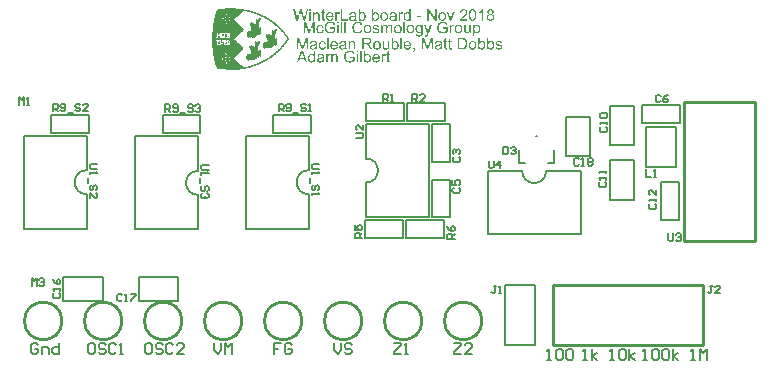
<source format=gto>
G04 Layer_Color=65535*
%FSLAX25Y25*%
%MOIN*%
G70*
G01*
G75*
%ADD23C,0.01000*%
%ADD37C,0.00787*%
%ADD38C,0.00800*%
%ADD39C,0.00100*%
%ADD40C,0.00500*%
G36*
X93159Y113337D02*
X93190D01*
X93229Y113331D01*
X93273Y113328D01*
X93323Y113320D01*
X93378Y113312D01*
X93436Y113298D01*
X93494Y113284D01*
X93555Y113265D01*
X93619Y113242D01*
X93680Y113217D01*
X93741Y113184D01*
X93799Y113151D01*
X93855Y113109D01*
X93857Y113107D01*
X93868Y113098D01*
X93882Y113084D01*
X93902Y113068D01*
X93924Y113043D01*
X93951Y113015D01*
X93979Y112982D01*
X94010Y112943D01*
X94040Y112899D01*
X94071Y112849D01*
X94104Y112796D01*
X94132Y112738D01*
X94162Y112677D01*
X94187Y112608D01*
X94209Y112539D01*
X94226Y112461D01*
X93769Y112392D01*
Y112395D01*
X93766Y112403D01*
X93760Y112420D01*
X93755Y112436D01*
X93749Y112461D01*
X93738Y112486D01*
X93727Y112517D01*
X93716Y112547D01*
X93683Y112616D01*
X93641Y112686D01*
X93594Y112752D01*
X93567Y112783D01*
X93536Y112810D01*
X93533Y112813D01*
X93528Y112816D01*
X93519Y112824D01*
X93506Y112832D01*
X93492Y112843D01*
X93472Y112855D01*
X93450Y112868D01*
X93423Y112882D01*
X93364Y112907D01*
X93298Y112929D01*
X93220Y112946D01*
X93179Y112949D01*
X93134Y112951D01*
X93118D01*
X93101Y112949D01*
X93076D01*
X93046Y112943D01*
X93010Y112938D01*
X92971Y112929D01*
X92929Y112921D01*
X92885Y112907D01*
X92838Y112891D01*
X92791Y112868D01*
X92741Y112843D01*
X92694Y112816D01*
X92647Y112780D01*
X92602Y112741D01*
X92558Y112697D01*
X92555Y112694D01*
X92550Y112686D01*
X92539Y112669D01*
X92525Y112650D01*
X92506Y112622D01*
X92489Y112586D01*
X92467Y112547D01*
X92447Y112500D01*
X92428Y112447D01*
X92406Y112389D01*
X92389Y112323D01*
X92373Y112248D01*
X92356Y112170D01*
X92345Y112084D01*
X92339Y111990D01*
X92337Y111890D01*
Y111888D01*
Y111885D01*
Y111877D01*
Y111866D01*
X92339Y111838D01*
Y111799D01*
X92342Y111752D01*
X92348Y111699D01*
X92353Y111641D01*
X92364Y111580D01*
X92375Y111514D01*
X92389Y111447D01*
X92406Y111378D01*
X92428Y111312D01*
X92450Y111248D01*
X92481Y111187D01*
X92511Y111129D01*
X92550Y111079D01*
X92553Y111076D01*
X92561Y111068D01*
X92572Y111057D01*
X92589Y111040D01*
X92611Y111021D01*
X92636Y110999D01*
X92666Y110976D01*
X92699Y110954D01*
X92738Y110929D01*
X92780Y110907D01*
X92827Y110885D01*
X92877Y110866D01*
X92929Y110849D01*
X92985Y110838D01*
X93046Y110830D01*
X93109Y110827D01*
X93137D01*
X93156Y110830D01*
X93179Y110832D01*
X93206Y110835D01*
X93237Y110841D01*
X93270Y110849D01*
X93345Y110868D01*
X93384Y110882D01*
X93423Y110899D01*
X93461Y110918D01*
X93500Y110940D01*
X93536Y110965D01*
X93572Y110996D01*
X93575Y110999D01*
X93580Y111004D01*
X93589Y111015D01*
X93603Y111029D01*
X93616Y111046D01*
X93633Y111068D01*
X93652Y111096D01*
X93672Y111126D01*
X93691Y111159D01*
X93711Y111198D01*
X93730Y111240D01*
X93749Y111290D01*
X93769Y111339D01*
X93783Y111395D01*
X93796Y111456D01*
X93808Y111519D01*
X94270Y111456D01*
Y111450D01*
X94267Y111433D01*
X94262Y111409D01*
X94253Y111375D01*
X94242Y111337D01*
X94229Y111290D01*
X94212Y111240D01*
X94192Y111181D01*
X94168Y111123D01*
X94140Y111062D01*
X94109Y111001D01*
X94073Y110938D01*
X94032Y110877D01*
X93988Y110816D01*
X93935Y110760D01*
X93879Y110708D01*
X93877Y110705D01*
X93866Y110697D01*
X93849Y110683D01*
X93824Y110666D01*
X93794Y110647D01*
X93758Y110622D01*
X93716Y110600D01*
X93666Y110575D01*
X93614Y110547D01*
X93555Y110525D01*
X93492Y110503D01*
X93425Y110481D01*
X93353Y110464D01*
X93276Y110450D01*
X93195Y110442D01*
X93112Y110439D01*
X93087D01*
X93057Y110442D01*
X93018Y110445D01*
X92971Y110450D01*
X92915Y110458D01*
X92852Y110469D01*
X92785Y110486D01*
X92713Y110505D01*
X92638Y110530D01*
X92564Y110561D01*
X92486Y110597D01*
X92411Y110638D01*
X92337Y110688D01*
X92265Y110744D01*
X92198Y110810D01*
X92195Y110816D01*
X92184Y110827D01*
X92165Y110849D01*
X92146Y110880D01*
X92118Y110918D01*
X92087Y110965D01*
X92057Y111021D01*
X92026Y111082D01*
X91993Y111154D01*
X91963Y111234D01*
X91932Y111323D01*
X91907Y111417D01*
X91885Y111519D01*
X91866Y111630D01*
X91855Y111749D01*
X91852Y111877D01*
Y111882D01*
Y111896D01*
Y111921D01*
X91855Y111951D01*
X91857Y111990D01*
X91860Y112037D01*
X91863Y112087D01*
X91871Y112143D01*
X91877Y112204D01*
X91888Y112267D01*
X91913Y112398D01*
X91929Y112467D01*
X91952Y112533D01*
X91974Y112600D01*
X91999Y112663D01*
X92001Y112666D01*
X92007Y112677D01*
X92015Y112697D01*
X92026Y112719D01*
X92043Y112747D01*
X92062Y112780D01*
X92084Y112816D01*
X92112Y112855D01*
X92143Y112893D01*
X92176Y112935D01*
X92212Y112979D01*
X92254Y113021D01*
X92298Y113059D01*
X92345Y113101D01*
X92398Y113137D01*
X92453Y113170D01*
X92456Y113173D01*
X92467Y113179D01*
X92483Y113187D01*
X92506Y113198D01*
X92533Y113209D01*
X92569Y113223D01*
X92608Y113240D01*
X92650Y113256D01*
X92697Y113270D01*
X92749Y113287D01*
X92802Y113301D01*
X92860Y113314D01*
X92921Y113323D01*
X92985Y113331D01*
X93049Y113337D01*
X93115Y113339D01*
X93134D01*
X93159Y113337D01*
D02*
G37*
G36*
X129928Y110500D02*
X129438D01*
Y113708D01*
X128322Y110500D01*
X127862D01*
X126757Y113763D01*
Y110500D01*
X126266D01*
Y114334D01*
X127028D01*
X127937Y111619D01*
X127939Y111614D01*
X127942Y111602D01*
X127948Y111583D01*
X127956Y111558D01*
X127967Y111525D01*
X127978Y111489D01*
X127992Y111450D01*
X128006Y111406D01*
X128036Y111314D01*
X128067Y111220D01*
X128081Y111173D01*
X128094Y111129D01*
X128108Y111090D01*
X128120Y111051D01*
Y111054D01*
X128122Y111062D01*
X128128Y111073D01*
X128133Y111090D01*
X128139Y111112D01*
X128147Y111140D01*
X128158Y111170D01*
X128169Y111206D01*
X128183Y111248D01*
X128200Y111292D01*
X128216Y111342D01*
X128233Y111398D01*
X128255Y111458D01*
X128275Y111522D01*
X128299Y111591D01*
X128324Y111666D01*
X129244Y114334D01*
X129928D01*
Y110500D01*
D02*
G37*
G36*
X88262D02*
X87772D01*
Y113708D01*
X86655Y110500D01*
X86195D01*
X85090Y113763D01*
Y110500D01*
X84600D01*
Y114334D01*
X85362D01*
X86270Y111619D01*
X86273Y111614D01*
X86276Y111602D01*
X86281Y111583D01*
X86290Y111558D01*
X86301Y111525D01*
X86312Y111489D01*
X86326Y111450D01*
X86340Y111406D01*
X86370Y111314D01*
X86401Y111220D01*
X86414Y111173D01*
X86428Y111129D01*
X86442Y111090D01*
X86453Y111051D01*
Y111054D01*
X86456Y111062D01*
X86461Y111073D01*
X86467Y111090D01*
X86472Y111112D01*
X86481Y111140D01*
X86492Y111170D01*
X86503Y111206D01*
X86517Y111248D01*
X86533Y111292D01*
X86550Y111342D01*
X86567Y111398D01*
X86589Y111458D01*
X86608Y111522D01*
X86633Y111591D01*
X86658Y111666D01*
X87578Y114334D01*
X88262D01*
Y110500D01*
D02*
G37*
G36*
X143188Y123945D02*
X143213D01*
X143246Y123942D01*
X143279Y123936D01*
X143318Y123931D01*
X143401Y123917D01*
X143492Y123895D01*
X143587Y123864D01*
X143631Y123845D01*
X143675Y123823D01*
X143678D01*
X143686Y123817D01*
X143697Y123809D01*
X143714Y123801D01*
X143733Y123787D01*
X143755Y123770D01*
X143783Y123754D01*
X143811Y123732D01*
X143872Y123682D01*
X143936Y123618D01*
X143999Y123546D01*
X144058Y123463D01*
X144060Y123460D01*
X144063Y123452D01*
X144071Y123438D01*
X144082Y123421D01*
X144096Y123399D01*
X144110Y123371D01*
X144127Y123341D01*
X144143Y123305D01*
X144163Y123266D01*
X144182Y123222D01*
X144202Y123175D01*
X144224Y123125D01*
X144243Y123072D01*
X144260Y123017D01*
X144279Y122956D01*
X144296Y122895D01*
Y122892D01*
X144299Y122878D01*
X144304Y122862D01*
X144309Y122834D01*
X144315Y122801D01*
X144323Y122759D01*
X144332Y122712D01*
X144340Y122657D01*
X144348Y122596D01*
X144357Y122527D01*
X144365Y122452D01*
X144370Y122371D01*
X144376Y122285D01*
X144381Y122191D01*
X144384Y122094D01*
Y121989D01*
Y121986D01*
Y121981D01*
Y121973D01*
Y121959D01*
Y121945D01*
Y121925D01*
X144381Y121903D01*
Y121878D01*
X144379Y121820D01*
X144376Y121754D01*
X144373Y121682D01*
X144368Y121601D01*
X144359Y121516D01*
X144351Y121427D01*
X144326Y121247D01*
X144309Y121155D01*
X144290Y121067D01*
X144268Y120981D01*
X144243Y120900D01*
X144240Y120895D01*
X144237Y120881D01*
X144229Y120862D01*
X144218Y120831D01*
X144202Y120798D01*
X144185Y120756D01*
X144163Y120712D01*
X144141Y120665D01*
X144113Y120615D01*
X144080Y120563D01*
X144046Y120510D01*
X144010Y120455D01*
X143969Y120402D01*
X143924Y120352D01*
X143877Y120305D01*
X143827Y120261D01*
X143825Y120258D01*
X143814Y120252D01*
X143800Y120241D01*
X143778Y120225D01*
X143750Y120208D01*
X143719Y120189D01*
X143681Y120169D01*
X143639Y120150D01*
X143589Y120128D01*
X143537Y120108D01*
X143481Y120089D01*
X143420Y120072D01*
X143354Y120058D01*
X143285Y120047D01*
X143213Y120039D01*
X143135Y120036D01*
X143110D01*
X143082Y120039D01*
X143044Y120042D01*
X142997Y120047D01*
X142941Y120058D01*
X142883Y120070D01*
X142816Y120086D01*
X142747Y120106D01*
X142678Y120133D01*
X142606Y120164D01*
X142531Y120203D01*
X142459Y120247D01*
X142390Y120299D01*
X142323Y120360D01*
X142262Y120430D01*
Y120432D01*
X142260Y120435D01*
X142254Y120443D01*
X142246Y120452D01*
X142238Y120466D01*
X142227Y120482D01*
X142215Y120499D01*
X142204Y120521D01*
X142191Y120546D01*
X142174Y120574D01*
X142160Y120604D01*
X142143Y120637D01*
X142127Y120676D01*
X142110Y120715D01*
X142091Y120759D01*
X142074Y120804D01*
X142058Y120853D01*
X142038Y120906D01*
X142022Y120961D01*
X142005Y121022D01*
X141988Y121083D01*
X141974Y121150D01*
X141958Y121216D01*
X141944Y121291D01*
X141933Y121366D01*
X141922Y121443D01*
X141911Y121527D01*
X141902Y121612D01*
X141894Y121701D01*
X141891Y121792D01*
X141886Y121889D01*
Y121989D01*
Y121992D01*
Y121997D01*
Y122006D01*
Y122020D01*
Y122036D01*
Y122056D01*
X141889Y122078D01*
Y122103D01*
X141891Y122158D01*
X141894Y122225D01*
X141897Y122299D01*
X141902Y122380D01*
X141911Y122466D01*
X141919Y122554D01*
X141944Y122737D01*
X141961Y122828D01*
X141980Y122917D01*
X141999Y123003D01*
X142024Y123083D01*
X142027Y123089D01*
X142030Y123103D01*
X142038Y123122D01*
X142049Y123152D01*
X142066Y123186D01*
X142082Y123227D01*
X142105Y123272D01*
X142130Y123319D01*
X142155Y123369D01*
X142188Y123421D01*
X142221Y123477D01*
X142257Y123529D01*
X142298Y123582D01*
X142343Y123632D01*
X142390Y123679D01*
X142440Y123723D01*
X142443Y123726D01*
X142454Y123734D01*
X142467Y123745D01*
X142490Y123759D01*
X142517Y123776D01*
X142551Y123795D01*
X142587Y123815D01*
X142631Y123837D01*
X142678Y123856D01*
X142731Y123875D01*
X142789Y123895D01*
X142850Y123911D01*
X142916Y123928D01*
X142985Y123939D01*
X143058Y123945D01*
X143135Y123948D01*
X143166D01*
X143188Y123945D01*
D02*
G37*
G36*
X103187Y113337D02*
X103214Y113334D01*
X103242Y113331D01*
X103275Y113328D01*
X103345Y113317D01*
X103422Y113301D01*
X103503Y113278D01*
X103583Y113248D01*
X103586D01*
X103591Y113245D01*
X103602Y113240D01*
X103619Y113231D01*
X103635Y113223D01*
X103655Y113212D01*
X103702Y113184D01*
X103752Y113151D01*
X103804Y113109D01*
X103854Y113062D01*
X103899Y113010D01*
Y113007D01*
X103904Y113004D01*
X103910Y112996D01*
X103915Y112985D01*
X103923Y112971D01*
X103935Y112954D01*
X103957Y112913D01*
X103982Y112863D01*
X104004Y112802D01*
X104026Y112735D01*
X104045Y112663D01*
Y112661D01*
Y112658D01*
X104048Y112650D01*
X104051Y112638D01*
Y112625D01*
X104054Y112605D01*
X104057Y112583D01*
X104059Y112558D01*
X104062Y112528D01*
X104065Y112494D01*
X104068Y112458D01*
Y112417D01*
X104070Y112370D01*
X104073Y112320D01*
Y112265D01*
Y112206D01*
Y110500D01*
X103602D01*
Y112187D01*
Y112190D01*
Y112201D01*
Y112215D01*
Y112234D01*
X103599Y112259D01*
Y112287D01*
X103597Y112317D01*
Y112348D01*
X103588Y112420D01*
X103580Y112489D01*
X103566Y112558D01*
X103558Y112589D01*
X103547Y112616D01*
Y112619D01*
X103544Y112622D01*
X103541Y112630D01*
X103536Y112641D01*
X103522Y112666D01*
X103503Y112699D01*
X103475Y112735D01*
X103442Y112774D01*
X103400Y112813D01*
X103350Y112846D01*
X103347D01*
X103345Y112849D01*
X103336Y112855D01*
X103325Y112860D01*
X103297Y112874D01*
X103259Y112891D01*
X103209Y112904D01*
X103154Y112918D01*
X103093Y112929D01*
X103023Y112932D01*
X102993D01*
X102973Y112929D01*
X102946Y112926D01*
X102915Y112921D01*
X102882Y112915D01*
X102846Y112907D01*
X102804Y112899D01*
X102763Y112885D01*
X102721Y112871D01*
X102677Y112852D01*
X102633Y112830D01*
X102588Y112805D01*
X102544Y112774D01*
X102503Y112741D01*
X102500Y112738D01*
X102494Y112733D01*
X102483Y112719D01*
X102469Y112702D01*
X102453Y112680D01*
X102433Y112652D01*
X102414Y112619D01*
X102394Y112577D01*
X102375Y112533D01*
X102356Y112480D01*
X102336Y112420D01*
X102320Y112353D01*
X102306Y112281D01*
X102295Y112201D01*
X102289Y112112D01*
X102287Y112015D01*
Y110500D01*
X101815D01*
Y113278D01*
X102239D01*
Y112882D01*
X102242Y112888D01*
X102253Y112902D01*
X102273Y112924D01*
X102295Y112954D01*
X102328Y112987D01*
X102367Y113026D01*
X102411Y113068D01*
X102464Y113112D01*
X102522Y113154D01*
X102588Y113195D01*
X102660Y113234D01*
X102741Y113267D01*
X102827Y113298D01*
X102918Y113320D01*
X103018Y113334D01*
X103123Y113339D01*
X103165D01*
X103187Y113337D01*
D02*
G37*
G36*
X151917D02*
X151950Y113334D01*
X151989Y113331D01*
X152030Y113328D01*
X152072Y113323D01*
X152119Y113317D01*
X152216Y113301D01*
X152315Y113276D01*
X152410Y113245D01*
X152412D01*
X152421Y113240D01*
X152435Y113237D01*
X152451Y113228D01*
X152471Y113217D01*
X152493Y113206D01*
X152548Y113179D01*
X152606Y113143D01*
X152667Y113098D01*
X152723Y113048D01*
X152750Y113021D01*
X152772Y112990D01*
X152775Y112987D01*
X152778Y112982D01*
X152784Y112974D01*
X152792Y112960D01*
X152803Y112946D01*
X152814Y112926D01*
X152825Y112902D01*
X152839Y112877D01*
X152853Y112846D01*
X152867Y112816D01*
X152881Y112780D01*
X152892Y112741D01*
X152905Y112699D01*
X152919Y112658D01*
X152939Y112561D01*
X152479Y112497D01*
Y112500D01*
X152476Y112505D01*
Y112517D01*
X152471Y112533D01*
X152468Y112550D01*
X152460Y112572D01*
X152443Y112619D01*
X152418Y112672D01*
X152387Y112727D01*
X152346Y112783D01*
X152321Y112807D01*
X152293Y112830D01*
X152290Y112832D01*
X152288Y112835D01*
X152277Y112841D01*
X152266Y112849D01*
X152249Y112857D01*
X152232Y112868D01*
X152210Y112879D01*
X152185Y112891D01*
X152155Y112902D01*
X152124Y112913D01*
X152088Y112924D01*
X152052Y112932D01*
X152011Y112940D01*
X151966Y112946D01*
X151919Y112951D01*
X151839D01*
X151817Y112949D01*
X151789D01*
X151759Y112946D01*
X151725Y112943D01*
X151689Y112938D01*
X151612Y112926D01*
X151534Y112907D01*
X151498Y112893D01*
X151465Y112879D01*
X151432Y112863D01*
X151404Y112843D01*
X151401D01*
X151399Y112838D01*
X151382Y112824D01*
X151360Y112802D01*
X151335Y112771D01*
X151310Y112735D01*
X151288Y112694D01*
X151271Y112647D01*
X151268Y112619D01*
X151266Y112594D01*
Y112591D01*
Y112577D01*
X151268Y112561D01*
X151274Y112539D01*
X151279Y112514D01*
X151288Y112486D01*
X151302Y112456D01*
X151321Y112428D01*
X151324Y112425D01*
X151332Y112417D01*
X151346Y112403D01*
X151365Y112384D01*
X151390Y112364D01*
X151424Y112345D01*
X151460Y112323D01*
X151504Y112303D01*
X151507D01*
X151512Y112301D01*
X151520Y112298D01*
X151532Y112295D01*
X151545Y112289D01*
X151562Y112287D01*
X151581Y112278D01*
X151606Y112273D01*
X151637Y112265D01*
X151670Y112253D01*
X151709Y112242D01*
X151753Y112231D01*
X151803Y112217D01*
X151861Y112201D01*
X151922Y112184D01*
X151925D01*
X151928Y112181D01*
X151944Y112179D01*
X151969Y112170D01*
X152002Y112162D01*
X152044Y112151D01*
X152091Y112137D01*
X152144Y112123D01*
X152196Y112107D01*
X152313Y112073D01*
X152429Y112035D01*
X152482Y112018D01*
X152534Y111999D01*
X152579Y111982D01*
X152620Y111965D01*
X152623D01*
X152628Y111963D01*
X152639Y111957D01*
X152653Y111949D01*
X152670Y111940D01*
X152689Y111929D01*
X152734Y111902D01*
X152784Y111866D01*
X152833Y111824D01*
X152883Y111774D01*
X152930Y111716D01*
Y111713D01*
X152936Y111708D01*
X152941Y111699D01*
X152947Y111688D01*
X152958Y111672D01*
X152966Y111652D01*
X152977Y111630D01*
X152989Y111605D01*
X152997Y111577D01*
X153008Y111547D01*
X153027Y111481D01*
X153038Y111403D01*
X153044Y111317D01*
Y111314D01*
Y111306D01*
Y111295D01*
X153041Y111278D01*
Y111256D01*
X153036Y111231D01*
X153033Y111204D01*
X153027Y111173D01*
X153011Y111107D01*
X152986Y111032D01*
X152969Y110993D01*
X152953Y110951D01*
X152930Y110913D01*
X152905Y110874D01*
X152903Y110871D01*
X152900Y110866D01*
X152892Y110855D01*
X152881Y110841D01*
X152867Y110821D01*
X152847Y110802D01*
X152828Y110780D01*
X152803Y110755D01*
X152778Y110730D01*
X152747Y110705D01*
X152714Y110677D01*
X152678Y110650D01*
X152639Y110625D01*
X152598Y110600D01*
X152554Y110575D01*
X152506Y110553D01*
X152504D01*
X152496Y110547D01*
X152482Y110542D01*
X152462Y110536D01*
X152437Y110528D01*
X152407Y110517D01*
X152374Y110505D01*
X152338Y110497D01*
X152296Y110486D01*
X152252Y110475D01*
X152202Y110467D01*
X152152Y110456D01*
X152041Y110445D01*
X151922Y110439D01*
X151897D01*
X151869Y110442D01*
X151833D01*
X151786Y110447D01*
X151736Y110450D01*
X151678Y110458D01*
X151615Y110467D01*
X151548Y110478D01*
X151482Y110494D01*
X151412Y110511D01*
X151343Y110533D01*
X151277Y110558D01*
X151210Y110589D01*
X151149Y110625D01*
X151094Y110663D01*
X151091Y110666D01*
X151083Y110675D01*
X151066Y110688D01*
X151049Y110705D01*
X151027Y110730D01*
X151000Y110758D01*
X150972Y110791D01*
X150944Y110832D01*
X150914Y110877D01*
X150881Y110924D01*
X150853Y110979D01*
X150822Y111040D01*
X150795Y111104D01*
X150773Y111176D01*
X150750Y111251D01*
X150734Y111331D01*
X151199Y111403D01*
Y111400D01*
X151202Y111392D01*
X151205Y111375D01*
X151207Y111356D01*
X151213Y111334D01*
X151221Y111306D01*
X151230Y111276D01*
X151241Y111245D01*
X151268Y111176D01*
X151307Y111104D01*
X151329Y111068D01*
X151354Y111035D01*
X151385Y111004D01*
X151415Y110974D01*
X151418Y110971D01*
X151424Y110968D01*
X151435Y110960D01*
X151448Y110951D01*
X151468Y110940D01*
X151490Y110927D01*
X151515Y110913D01*
X151545Y110902D01*
X151579Y110888D01*
X151617Y110874D01*
X151659Y110860D01*
X151703Y110849D01*
X151753Y110841D01*
X151806Y110832D01*
X151861Y110830D01*
X151919Y110827D01*
X151950D01*
X151972Y110830D01*
X152000D01*
X152030Y110835D01*
X152063Y110838D01*
X152102Y110844D01*
X152180Y110860D01*
X152260Y110882D01*
X152335Y110916D01*
X152371Y110935D01*
X152401Y110957D01*
X152404Y110960D01*
X152407Y110963D01*
X152415Y110971D01*
X152426Y110982D01*
X152451Y111010D01*
X152482Y111046D01*
X152509Y111090D01*
X152534Y111145D01*
X152545Y111173D01*
X152554Y111204D01*
X152556Y111234D01*
X152559Y111267D01*
Y111270D01*
Y111276D01*
Y111284D01*
X152556Y111292D01*
X152551Y111323D01*
X152543Y111359D01*
X152526Y111398D01*
X152501Y111439D01*
X152484Y111458D01*
X152465Y111481D01*
X152443Y111500D01*
X152418Y111517D01*
X152412Y111519D01*
X152407Y111522D01*
X152399Y111528D01*
X152385Y111533D01*
X152368Y111541D01*
X152346Y111550D01*
X152324Y111561D01*
X152293Y111572D01*
X152260Y111583D01*
X152218Y111597D01*
X152174Y111611D01*
X152124Y111625D01*
X152069Y111641D01*
X152005Y111658D01*
X151936Y111674D01*
X151933D01*
X151930Y111677D01*
X151914Y111680D01*
X151886Y111688D01*
X151853Y111697D01*
X151809Y111708D01*
X151761Y111722D01*
X151709Y111735D01*
X151651Y111752D01*
X151532Y111788D01*
X151412Y111827D01*
X151357Y111846D01*
X151304Y111866D01*
X151257Y111885D01*
X151216Y111902D01*
X151213D01*
X151207Y111907D01*
X151196Y111913D01*
X151182Y111918D01*
X151166Y111929D01*
X151146Y111940D01*
X151102Y111971D01*
X151055Y112007D01*
X151005Y112051D01*
X150955Y112104D01*
X150914Y112165D01*
Y112168D01*
X150908Y112173D01*
X150906Y112181D01*
X150897Y112195D01*
X150889Y112209D01*
X150881Y112229D01*
X150872Y112251D01*
X150864Y112276D01*
X150845Y112331D01*
X150828Y112395D01*
X150817Y112464D01*
X150811Y112539D01*
Y112541D01*
Y112547D01*
Y112558D01*
X150814Y112569D01*
Y112586D01*
X150817Y112605D01*
X150822Y112652D01*
X150831Y112705D01*
X150847Y112763D01*
X150867Y112821D01*
X150894Y112882D01*
Y112885D01*
X150897Y112891D01*
X150903Y112899D01*
X150911Y112910D01*
X150930Y112938D01*
X150955Y112974D01*
X150989Y113015D01*
X151030Y113059D01*
X151075Y113104D01*
X151127Y113145D01*
X151133Y113148D01*
X151146Y113159D01*
X151171Y113173D01*
X151207Y113192D01*
X151249Y113215D01*
X151299Y113237D01*
X151360Y113259D01*
X151426Y113281D01*
X151429D01*
X151435Y113284D01*
X151446Y113287D01*
X151460Y113289D01*
X151476Y113295D01*
X151498Y113301D01*
X151523Y113306D01*
X151548Y113312D01*
X151609Y113320D01*
X151678Y113331D01*
X151753Y113337D01*
X151833Y113339D01*
X151889D01*
X151917Y113337D01*
D02*
G37*
G36*
X119544Y110500D02*
X119073D01*
Y114334D01*
X119544D01*
Y110500D01*
D02*
G37*
G36*
X108131Y114331D02*
X108176D01*
X108225Y114328D01*
X108278Y114325D01*
X108339Y114320D01*
X108400Y114314D01*
X108464Y114309D01*
X108594Y114289D01*
X108655Y114278D01*
X108716Y114264D01*
X108774Y114248D01*
X108826Y114228D01*
X108829D01*
X108837Y114223D01*
X108851Y114217D01*
X108871Y114209D01*
X108893Y114198D01*
X108918Y114181D01*
X108948Y114165D01*
X108979Y114145D01*
X109012Y114120D01*
X109048Y114095D01*
X109084Y114065D01*
X109120Y114032D01*
X109153Y113993D01*
X109189Y113954D01*
X109222Y113910D01*
X109253Y113863D01*
X109256Y113860D01*
X109261Y113852D01*
X109267Y113838D01*
X109278Y113819D01*
X109289Y113794D01*
X109303Y113763D01*
X109319Y113730D01*
X109333Y113694D01*
X109347Y113652D01*
X109364Y113608D01*
X109378Y113561D01*
X109389Y113511D01*
X109400Y113458D01*
X109408Y113403D01*
X109411Y113345D01*
X109414Y113287D01*
Y113281D01*
Y113270D01*
X109411Y113248D01*
Y113217D01*
X109405Y113184D01*
X109400Y113143D01*
X109391Y113098D01*
X109380Y113048D01*
X109367Y112996D01*
X109350Y112940D01*
X109328Y112882D01*
X109303Y112824D01*
X109272Y112766D01*
X109236Y112710D01*
X109195Y112652D01*
X109148Y112600D01*
X109145Y112597D01*
X109137Y112589D01*
X109120Y112575D01*
X109098Y112555D01*
X109070Y112533D01*
X109034Y112508D01*
X108995Y112480D01*
X108948Y112450D01*
X108893Y112420D01*
X108835Y112389D01*
X108765Y112361D01*
X108694Y112331D01*
X108613Y112306D01*
X108527Y112281D01*
X108433Y112262D01*
X108333Y112245D01*
X108336D01*
X108342Y112240D01*
X108353Y112237D01*
X108367Y112229D01*
X108383Y112220D01*
X108403Y112209D01*
X108447Y112184D01*
X108497Y112156D01*
X108547Y112123D01*
X108594Y112090D01*
X108638Y112054D01*
X108641Y112051D01*
X108649Y112046D01*
X108660Y112032D01*
X108677Y112018D01*
X108696Y111996D01*
X108718Y111974D01*
X108746Y111946D01*
X108774Y111913D01*
X108804Y111877D01*
X108837Y111838D01*
X108873Y111796D01*
X108909Y111752D01*
X108946Y111702D01*
X108984Y111652D01*
X109059Y111541D01*
X109721Y110500D01*
X109087D01*
X108580Y111298D01*
X108577Y111301D01*
X108569Y111312D01*
X108558Y111331D01*
X108544Y111353D01*
X108525Y111384D01*
X108502Y111417D01*
X108477Y111453D01*
X108452Y111492D01*
X108394Y111577D01*
X108333Y111666D01*
X108272Y111749D01*
X108242Y111788D01*
X108214Y111824D01*
X108212Y111827D01*
X108209Y111832D01*
X108200Y111841D01*
X108189Y111855D01*
X108162Y111888D01*
X108128Y111926D01*
X108087Y111968D01*
X108045Y112012D01*
X108001Y112051D01*
X107957Y112082D01*
X107951Y112084D01*
X107937Y112093D01*
X107915Y112107D01*
X107885Y112120D01*
X107851Y112137D01*
X107813Y112156D01*
X107771Y112170D01*
X107727Y112184D01*
X107724D01*
X107710Y112187D01*
X107688Y112190D01*
X107660Y112195D01*
X107622Y112198D01*
X107572Y112201D01*
X107513Y112204D01*
X106857D01*
Y110500D01*
X106350D01*
Y114334D01*
X108098D01*
X108131Y114331D01*
D02*
G37*
G36*
X100101Y113337D02*
X100137Y113334D01*
X100176Y113331D01*
X100217Y113328D01*
X100309Y113317D01*
X100406Y113303D01*
X100500Y113281D01*
X100547Y113267D01*
X100588Y113253D01*
X100591D01*
X100600Y113251D01*
X100611Y113245D01*
X100625Y113240D01*
X100644Y113231D01*
X100663Y113220D01*
X100713Y113195D01*
X100766Y113165D01*
X100821Y113129D01*
X100871Y113090D01*
X100915Y113043D01*
Y113040D01*
X100921Y113037D01*
X100926Y113029D01*
X100932Y113021D01*
X100951Y112993D01*
X100973Y112954D01*
X100998Y112907D01*
X101021Y112855D01*
X101043Y112791D01*
X101062Y112722D01*
Y112716D01*
X101065Y112708D01*
Y112699D01*
X101068Y112686D01*
X101070Y112666D01*
X101073Y112647D01*
X101076Y112622D01*
Y112594D01*
X101079Y112564D01*
X101082Y112528D01*
X101084Y112489D01*
Y112444D01*
X101087Y112398D01*
Y112345D01*
Y112289D01*
Y111663D01*
Y111661D01*
Y111655D01*
Y111647D01*
Y111636D01*
Y111619D01*
Y111602D01*
Y111558D01*
Y111505D01*
X101090Y111447D01*
Y111381D01*
Y111314D01*
X101093Y111173D01*
X101095Y111104D01*
X101098Y111035D01*
X101101Y110974D01*
X101106Y110918D01*
X101109Y110871D01*
X101112Y110849D01*
X101115Y110832D01*
Y110830D01*
X101118Y110824D01*
Y110816D01*
X101120Y110802D01*
X101126Y110788D01*
X101129Y110769D01*
X101142Y110724D01*
X101159Y110675D01*
X101178Y110619D01*
X101206Y110561D01*
X101237Y110500D01*
X100746D01*
Y110503D01*
X100744Y110505D01*
X100738Y110514D01*
X100735Y110525D01*
X100727Y110539D01*
X100721Y110558D01*
X100705Y110597D01*
X100688Y110650D01*
X100672Y110708D01*
X100661Y110772D01*
X100649Y110844D01*
X100647Y110841D01*
X100638Y110832D01*
X100625Y110821D01*
X100605Y110808D01*
X100580Y110788D01*
X100552Y110769D01*
X100522Y110744D01*
X100489Y110719D01*
X100450Y110694D01*
X100411Y110669D01*
X100325Y110616D01*
X100237Y110566D01*
X100190Y110547D01*
X100145Y110528D01*
X100143D01*
X100134Y110525D01*
X100120Y110519D01*
X100104Y110514D01*
X100082Y110508D01*
X100054Y110500D01*
X100023Y110492D01*
X99990Y110483D01*
X99954Y110475D01*
X99913Y110467D01*
X99824Y110453D01*
X99730Y110442D01*
X99627Y110439D01*
X99608D01*
X99583Y110442D01*
X99553D01*
X99514Y110445D01*
X99469Y110450D01*
X99419Y110458D01*
X99367Y110467D01*
X99312Y110478D01*
X99256Y110494D01*
X99195Y110511D01*
X99137Y110533D01*
X99082Y110558D01*
X99023Y110589D01*
X98974Y110622D01*
X98924Y110661D01*
X98921Y110663D01*
X98913Y110672D01*
X98901Y110683D01*
X98885Y110702D01*
X98868Y110724D01*
X98846Y110749D01*
X98824Y110780D01*
X98802Y110816D01*
X98780Y110855D01*
X98757Y110899D01*
X98735Y110946D01*
X98719Y110996D01*
X98702Y111051D01*
X98691Y111107D01*
X98683Y111168D01*
X98680Y111231D01*
Y111234D01*
Y111240D01*
Y111251D01*
X98683Y111267D01*
Y111284D01*
X98685Y111306D01*
X98691Y111356D01*
X98702Y111411D01*
X98719Y111475D01*
X98741Y111539D01*
X98771Y111602D01*
Y111605D01*
X98777Y111611D01*
X98780Y111619D01*
X98788Y111630D01*
X98807Y111661D01*
X98835Y111699D01*
X98871Y111744D01*
X98913Y111788D01*
X98960Y111832D01*
X99012Y111874D01*
X99015D01*
X99021Y111880D01*
X99029Y111885D01*
X99040Y111890D01*
X99054Y111899D01*
X99071Y111910D01*
X99112Y111932D01*
X99162Y111957D01*
X99220Y111982D01*
X99284Y112007D01*
X99353Y112029D01*
X99356D01*
X99359Y112032D01*
X99367D01*
X99378Y112035D01*
X99395Y112037D01*
X99411Y112043D01*
X99433Y112046D01*
X99458Y112051D01*
X99486Y112057D01*
X99516Y112062D01*
X99550Y112068D01*
X99589Y112073D01*
X99630Y112079D01*
X99674Y112087D01*
X99721Y112093D01*
X99771Y112098D01*
X99777D01*
X99785Y112101D01*
X99796D01*
X99827Y112107D01*
X99866Y112109D01*
X99913Y112118D01*
X99965Y112126D01*
X100026Y112134D01*
X100090Y112145D01*
X100156Y112156D01*
X100226Y112168D01*
X100364Y112195D01*
X100433Y112212D01*
X100497Y112229D01*
X100555Y112245D01*
X100611Y112262D01*
Y112267D01*
Y112278D01*
Y112292D01*
X100613Y112312D01*
Y112353D01*
Y112370D01*
Y112384D01*
Y112386D01*
Y112398D01*
Y112411D01*
X100611Y112431D01*
Y112453D01*
X100605Y112480D01*
X100597Y112541D01*
X100580Y112608D01*
X100555Y112677D01*
X100541Y112708D01*
X100522Y112738D01*
X100503Y112763D01*
X100478Y112788D01*
X100475Y112791D01*
X100469Y112796D01*
X100458Y112802D01*
X100444Y112813D01*
X100425Y112824D01*
X100403Y112838D01*
X100375Y112855D01*
X100345Y112868D01*
X100309Y112882D01*
X100267Y112899D01*
X100226Y112913D01*
X100176Y112924D01*
X100123Y112935D01*
X100068Y112943D01*
X100007Y112946D01*
X99943Y112949D01*
X99913D01*
X99888Y112946D01*
X99860D01*
X99830Y112943D01*
X99793Y112938D01*
X99757Y112935D01*
X99677Y112921D01*
X99597Y112899D01*
X99519Y112868D01*
X99483Y112852D01*
X99453Y112830D01*
X99450D01*
X99447Y112824D01*
X99439Y112816D01*
X99428Y112807D01*
X99414Y112794D01*
X99400Y112777D01*
X99383Y112758D01*
X99364Y112735D01*
X99345Y112708D01*
X99325Y112677D01*
X99306Y112644D01*
X99289Y112608D01*
X99270Y112566D01*
X99251Y112522D01*
X99234Y112472D01*
X99220Y112420D01*
X98760Y112483D01*
Y112486D01*
X98763Y112497D01*
X98766Y112511D01*
X98771Y112533D01*
X98780Y112558D01*
X98788Y112586D01*
X98796Y112619D01*
X98810Y112652D01*
X98838Y112730D01*
X98874Y112807D01*
X98915Y112888D01*
X98965Y112960D01*
X98968Y112962D01*
X98971Y112968D01*
X98979Y112976D01*
X98993Y112990D01*
X99007Y113004D01*
X99026Y113023D01*
X99046Y113043D01*
X99071Y113062D01*
X99098Y113084D01*
X99131Y113109D01*
X99165Y113131D01*
X99201Y113154D01*
X99242Y113179D01*
X99284Y113201D01*
X99331Y113220D01*
X99381Y113240D01*
X99383D01*
X99392Y113245D01*
X99408Y113248D01*
X99428Y113256D01*
X99455Y113262D01*
X99486Y113270D01*
X99522Y113281D01*
X99561Y113289D01*
X99605Y113298D01*
X99655Y113309D01*
X99708Y113317D01*
X99763Y113323D01*
X99821Y113331D01*
X99882Y113334D01*
X100012Y113339D01*
X100071D01*
X100101Y113337D01*
D02*
G37*
G36*
X115366Y110500D02*
X114945D01*
Y110907D01*
X114943Y110902D01*
X114931Y110888D01*
X114912Y110863D01*
X114887Y110835D01*
X114854Y110799D01*
X114812Y110760D01*
X114768Y110716D01*
X114713Y110675D01*
X114655Y110630D01*
X114588Y110589D01*
X114516Y110547D01*
X114438Y110511D01*
X114353Y110483D01*
X114261Y110458D01*
X114167Y110445D01*
X114065Y110439D01*
X114040D01*
X114023Y110442D01*
X114001D01*
X113976Y110445D01*
X113945Y110447D01*
X113915Y110450D01*
X113843Y110461D01*
X113765Y110478D01*
X113685Y110500D01*
X113605Y110530D01*
X113602D01*
X113596Y110536D01*
X113585Y110542D01*
X113569Y110547D01*
X113552Y110555D01*
X113533Y110566D01*
X113486Y110594D01*
X113433Y110630D01*
X113380Y110669D01*
X113333Y110716D01*
X113289Y110766D01*
Y110769D01*
X113283Y110772D01*
X113281Y110780D01*
X113272Y110791D01*
X113264Y110805D01*
X113256Y110821D01*
X113233Y110863D01*
X113209Y110916D01*
X113184Y110976D01*
X113164Y111043D01*
X113145Y111118D01*
Y111120D01*
Y111123D01*
X113142Y111132D01*
X113139Y111145D01*
Y111159D01*
X113136Y111179D01*
X113134Y111198D01*
X113131Y111226D01*
X113128Y111253D01*
X113126Y111287D01*
X113123Y111323D01*
Y111362D01*
X113120Y111403D01*
X113117Y111450D01*
Y111500D01*
Y111555D01*
Y113278D01*
X113588D01*
Y111735D01*
Y111733D01*
Y111719D01*
Y111699D01*
Y111677D01*
Y111647D01*
X113591Y111614D01*
Y111575D01*
Y111536D01*
X113594Y111453D01*
X113599Y111370D01*
X113602Y111334D01*
X113607Y111298D01*
X113610Y111267D01*
X113616Y111240D01*
Y111237D01*
X113619Y111231D01*
X113621Y111223D01*
X113624Y111209D01*
X113630Y111193D01*
X113638Y111176D01*
X113657Y111134D01*
X113682Y111087D01*
X113713Y111037D01*
X113754Y110990D01*
X113804Y110949D01*
X113807D01*
X113810Y110943D01*
X113818Y110940D01*
X113829Y110932D01*
X113843Y110924D01*
X113859Y110916D01*
X113904Y110896D01*
X113954Y110877D01*
X114015Y110860D01*
X114084Y110849D01*
X114159Y110844D01*
X114178D01*
X114195Y110846D01*
X114214D01*
X114236Y110849D01*
X114261Y110852D01*
X114286Y110857D01*
X114347Y110871D01*
X114413Y110888D01*
X114486Y110916D01*
X114555Y110951D01*
X114558D01*
X114563Y110957D01*
X114571Y110963D01*
X114585Y110971D01*
X114619Y110996D01*
X114657Y111029D01*
X114702Y111071D01*
X114743Y111120D01*
X114785Y111179D01*
X114818Y111245D01*
Y111248D01*
X114821Y111253D01*
X114826Y111265D01*
X114829Y111281D01*
X114837Y111301D01*
X114843Y111323D01*
X114848Y111350D01*
X114857Y111384D01*
X114865Y111420D01*
X114871Y111461D01*
X114879Y111505D01*
X114884Y111553D01*
X114887Y111605D01*
X114893Y111663D01*
X114895Y111724D01*
Y111788D01*
Y113278D01*
X115366D01*
Y110500D01*
D02*
G37*
G36*
X139612Y114331D02*
X139656D01*
X139704Y114328D01*
X139756D01*
X139867Y114320D01*
X139981Y114312D01*
X140036Y114303D01*
X140089Y114298D01*
X140138Y114289D01*
X140186Y114278D01*
X140188D01*
X140199Y114276D01*
X140216Y114270D01*
X140241Y114264D01*
X140269Y114253D01*
X140302Y114242D01*
X140338Y114231D01*
X140380Y114215D01*
X140465Y114179D01*
X140559Y114129D01*
X140654Y114073D01*
X140701Y114040D01*
X140745Y114004D01*
X140748Y114001D01*
X140759Y113993D01*
X140776Y113976D01*
X140795Y113957D01*
X140820Y113932D01*
X140850Y113902D01*
X140881Y113866D01*
X140917Y113827D01*
X140953Y113780D01*
X140989Y113730D01*
X141028Y113677D01*
X141067Y113619D01*
X141103Y113555D01*
X141136Y113492D01*
X141169Y113420D01*
X141199Y113348D01*
X141202Y113342D01*
X141205Y113328D01*
X141213Y113309D01*
X141224Y113278D01*
X141235Y113240D01*
X141246Y113195D01*
X141260Y113143D01*
X141277Y113084D01*
X141291Y113021D01*
X141305Y112949D01*
X141316Y112874D01*
X141327Y112794D01*
X141338Y112710D01*
X141346Y112622D01*
X141349Y112530D01*
X141352Y112436D01*
Y112431D01*
Y112417D01*
Y112395D01*
X141349Y112361D01*
Y112325D01*
X141346Y112281D01*
X141343Y112231D01*
X141338Y112176D01*
X141332Y112118D01*
X141327Y112054D01*
X141307Y111924D01*
X141282Y111791D01*
X141249Y111661D01*
Y111658D01*
X141244Y111647D01*
X141238Y111627D01*
X141230Y111605D01*
X141222Y111577D01*
X141208Y111544D01*
X141194Y111505D01*
X141177Y111467D01*
X141141Y111378D01*
X141094Y111284D01*
X141044Y111193D01*
X140986Y111104D01*
X140983Y111101D01*
X140978Y111096D01*
X140970Y111082D01*
X140958Y111068D01*
X140945Y111048D01*
X140925Y111026D01*
X140884Y110976D01*
X140831Y110921D01*
X140773Y110863D01*
X140706Y110808D01*
X140637Y110755D01*
X140634D01*
X140629Y110749D01*
X140618Y110744D01*
X140604Y110735D01*
X140585Y110724D01*
X140562Y110713D01*
X140537Y110699D01*
X140510Y110686D01*
X140476Y110669D01*
X140443Y110652D01*
X140404Y110638D01*
X140366Y110622D01*
X140277Y110591D01*
X140180Y110564D01*
X140177D01*
X140169Y110561D01*
X140152Y110558D01*
X140133Y110553D01*
X140108Y110550D01*
X140078Y110544D01*
X140042Y110539D01*
X140003Y110533D01*
X139958Y110525D01*
X139911Y110519D01*
X139862Y110514D01*
X139806Y110511D01*
X139751Y110505D01*
X139690Y110503D01*
X139565Y110500D01*
X138183D01*
Y114334D01*
X139576D01*
X139612Y114331D01*
D02*
G37*
G36*
X131945Y113337D02*
X131981Y113334D01*
X132020Y113331D01*
X132061Y113328D01*
X132153Y113317D01*
X132249Y113303D01*
X132344Y113281D01*
X132391Y113267D01*
X132432Y113253D01*
X132435D01*
X132443Y113251D01*
X132455Y113245D01*
X132468Y113240D01*
X132488Y113231D01*
X132507Y113220D01*
X132557Y113195D01*
X132610Y113165D01*
X132665Y113129D01*
X132715Y113090D01*
X132759Y113043D01*
Y113040D01*
X132765Y113037D01*
X132770Y113029D01*
X132776Y113021D01*
X132795Y112993D01*
X132817Y112954D01*
X132842Y112907D01*
X132864Y112855D01*
X132887Y112791D01*
X132906Y112722D01*
Y112716D01*
X132909Y112708D01*
Y112699D01*
X132912Y112686D01*
X132914Y112666D01*
X132917Y112647D01*
X132920Y112622D01*
Y112594D01*
X132923Y112564D01*
X132925Y112528D01*
X132928Y112489D01*
Y112444D01*
X132931Y112398D01*
Y112345D01*
Y112289D01*
Y111663D01*
Y111661D01*
Y111655D01*
Y111647D01*
Y111636D01*
Y111619D01*
Y111602D01*
Y111558D01*
Y111505D01*
X132934Y111447D01*
Y111381D01*
Y111314D01*
X132937Y111173D01*
X132939Y111104D01*
X132942Y111035D01*
X132945Y110974D01*
X132950Y110918D01*
X132953Y110871D01*
X132956Y110849D01*
X132959Y110832D01*
Y110830D01*
X132961Y110824D01*
Y110816D01*
X132964Y110802D01*
X132970Y110788D01*
X132973Y110769D01*
X132986Y110724D01*
X133003Y110675D01*
X133022Y110619D01*
X133050Y110561D01*
X133080Y110500D01*
X132590D01*
Y110503D01*
X132588Y110505D01*
X132582Y110514D01*
X132579Y110525D01*
X132571Y110539D01*
X132565Y110558D01*
X132549Y110597D01*
X132532Y110650D01*
X132516Y110708D01*
X132504Y110772D01*
X132493Y110844D01*
X132491Y110841D01*
X132482Y110832D01*
X132468Y110821D01*
X132449Y110808D01*
X132424Y110788D01*
X132396Y110769D01*
X132366Y110744D01*
X132333Y110719D01*
X132294Y110694D01*
X132255Y110669D01*
X132169Y110616D01*
X132081Y110566D01*
X132034Y110547D01*
X131989Y110528D01*
X131986D01*
X131978Y110525D01*
X131964Y110519D01*
X131948Y110514D01*
X131925Y110508D01*
X131898Y110500D01*
X131867Y110492D01*
X131834Y110483D01*
X131798Y110475D01*
X131756Y110467D01*
X131668Y110453D01*
X131574Y110442D01*
X131471Y110439D01*
X131452D01*
X131427Y110442D01*
X131396D01*
X131358Y110445D01*
X131313Y110450D01*
X131263Y110458D01*
X131211Y110467D01*
X131155Y110478D01*
X131100Y110494D01*
X131039Y110511D01*
X130981Y110533D01*
X130926Y110558D01*
X130867Y110589D01*
X130817Y110622D01*
X130768Y110661D01*
X130765Y110663D01*
X130756Y110672D01*
X130745Y110683D01*
X130729Y110702D01*
X130712Y110724D01*
X130690Y110749D01*
X130668Y110780D01*
X130646Y110816D01*
X130624Y110855D01*
X130601Y110899D01*
X130579Y110946D01*
X130563Y110996D01*
X130546Y111051D01*
X130535Y111107D01*
X130527Y111168D01*
X130524Y111231D01*
Y111234D01*
Y111240D01*
Y111251D01*
X130527Y111267D01*
Y111284D01*
X130529Y111306D01*
X130535Y111356D01*
X130546Y111411D01*
X130563Y111475D01*
X130585Y111539D01*
X130615Y111602D01*
Y111605D01*
X130621Y111611D01*
X130624Y111619D01*
X130632Y111630D01*
X130651Y111661D01*
X130679Y111699D01*
X130715Y111744D01*
X130756Y111788D01*
X130804Y111832D01*
X130856Y111874D01*
X130859D01*
X130865Y111880D01*
X130873Y111885D01*
X130884Y111890D01*
X130898Y111899D01*
X130914Y111910D01*
X130956Y111932D01*
X131006Y111957D01*
X131064Y111982D01*
X131128Y112007D01*
X131197Y112029D01*
X131200D01*
X131202Y112032D01*
X131211D01*
X131222Y112035D01*
X131238Y112037D01*
X131255Y112043D01*
X131277Y112046D01*
X131302Y112051D01*
X131330Y112057D01*
X131360Y112062D01*
X131394Y112068D01*
X131432Y112073D01*
X131474Y112079D01*
X131518Y112087D01*
X131565Y112093D01*
X131615Y112098D01*
X131621D01*
X131629Y112101D01*
X131640D01*
X131671Y112107D01*
X131709Y112109D01*
X131756Y112118D01*
X131809Y112126D01*
X131870Y112134D01*
X131934Y112145D01*
X132000Y112156D01*
X132070Y112168D01*
X132208Y112195D01*
X132277Y112212D01*
X132341Y112229D01*
X132399Y112245D01*
X132455Y112262D01*
Y112267D01*
Y112278D01*
Y112292D01*
X132457Y112312D01*
Y112353D01*
Y112370D01*
Y112384D01*
Y112386D01*
Y112398D01*
Y112411D01*
X132455Y112431D01*
Y112453D01*
X132449Y112480D01*
X132441Y112541D01*
X132424Y112608D01*
X132399Y112677D01*
X132385Y112708D01*
X132366Y112738D01*
X132346Y112763D01*
X132322Y112788D01*
X132319Y112791D01*
X132313Y112796D01*
X132302Y112802D01*
X132288Y112813D01*
X132269Y112824D01*
X132247Y112838D01*
X132219Y112855D01*
X132189Y112868D01*
X132153Y112882D01*
X132111Y112899D01*
X132070Y112913D01*
X132020Y112924D01*
X131967Y112935D01*
X131912Y112943D01*
X131851Y112946D01*
X131787Y112949D01*
X131756D01*
X131731Y112946D01*
X131704D01*
X131673Y112943D01*
X131637Y112938D01*
X131601Y112935D01*
X131521Y112921D01*
X131441Y112899D01*
X131363Y112868D01*
X131327Y112852D01*
X131297Y112830D01*
X131294D01*
X131291Y112824D01*
X131283Y112816D01*
X131272Y112807D01*
X131258Y112794D01*
X131244Y112777D01*
X131227Y112758D01*
X131208Y112735D01*
X131189Y112708D01*
X131169Y112677D01*
X131150Y112644D01*
X131133Y112608D01*
X131114Y112566D01*
X131095Y112522D01*
X131078Y112472D01*
X131064Y112420D01*
X130604Y112483D01*
Y112486D01*
X130607Y112497D01*
X130610Y112511D01*
X130615Y112533D01*
X130624Y112558D01*
X130632Y112586D01*
X130640Y112619D01*
X130654Y112652D01*
X130682Y112730D01*
X130718Y112807D01*
X130759Y112888D01*
X130809Y112960D01*
X130812Y112962D01*
X130815Y112968D01*
X130823Y112976D01*
X130837Y112990D01*
X130851Y113004D01*
X130870Y113023D01*
X130889Y113043D01*
X130914Y113062D01*
X130942Y113084D01*
X130975Y113109D01*
X131009Y113131D01*
X131045Y113154D01*
X131086Y113179D01*
X131128Y113201D01*
X131175Y113220D01*
X131225Y113240D01*
X131227D01*
X131236Y113245D01*
X131252Y113248D01*
X131272Y113256D01*
X131299Y113262D01*
X131330Y113270D01*
X131366Y113281D01*
X131405Y113289D01*
X131449Y113298D01*
X131499Y113309D01*
X131552Y113317D01*
X131607Y113323D01*
X131665Y113331D01*
X131726Y113334D01*
X131856Y113339D01*
X131914D01*
X131945Y113337D01*
D02*
G37*
G36*
X99701Y120552D02*
X101588D01*
Y120100D01*
X99195D01*
Y123934D01*
X99701D01*
Y120552D01*
D02*
G37*
G36*
X89211Y120100D02*
X88741D01*
Y122878D01*
X89211D01*
Y120100D01*
D02*
G37*
G36*
X93463Y122878D02*
X93932D01*
Y122513D01*
X93463D01*
Y120887D01*
Y120884D01*
Y120878D01*
Y120867D01*
Y120853D01*
Y120820D01*
X93466Y120779D01*
X93469Y120737D01*
X93472Y120693D01*
X93477Y120657D01*
X93483Y120643D01*
X93486Y120629D01*
Y120626D01*
X93491Y120621D01*
X93497Y120610D01*
X93505Y120596D01*
X93530Y120565D01*
X93546Y120552D01*
X93566Y120538D01*
X93569D01*
X93577Y120532D01*
X93588Y120527D01*
X93607Y120521D01*
X93630Y120516D01*
X93657Y120510D01*
X93691Y120507D01*
X93727Y120504D01*
X93757D01*
X93782Y120507D01*
X93810D01*
X93846Y120513D01*
X93887Y120516D01*
X93932Y120521D01*
X94001Y120106D01*
X93998D01*
X93993Y120103D01*
X93981D01*
X93968Y120100D01*
X93951Y120097D01*
X93929Y120092D01*
X93882Y120086D01*
X93826Y120078D01*
X93765Y120070D01*
X93704Y120067D01*
X93643Y120064D01*
X93602D01*
X93580Y120067D01*
X93555Y120070D01*
X93499Y120075D01*
X93436Y120083D01*
X93369Y120097D01*
X93305Y120117D01*
X93247Y120144D01*
X93245D01*
X93242Y120147D01*
X93225Y120158D01*
X93200Y120178D01*
X93170Y120200D01*
X93137Y120230D01*
X93103Y120266D01*
X93073Y120308D01*
X93048Y120355D01*
Y120358D01*
X93045Y120360D01*
X93042Y120369D01*
X93040Y120382D01*
X93034Y120399D01*
X93031Y120419D01*
X93026Y120443D01*
X93020Y120474D01*
X93015Y120510D01*
X93009Y120549D01*
X93006Y120596D01*
X93001Y120646D01*
X92998Y120704D01*
X92995Y120765D01*
X92993Y120837D01*
Y120912D01*
Y122513D01*
X92643D01*
Y122878D01*
X92993D01*
Y123565D01*
X93463Y123848D01*
Y122878D01*
D02*
G37*
G36*
X140232Y123945D02*
X140271Y123942D01*
X140318Y123939D01*
X140371Y123931D01*
X140431Y123923D01*
X140495Y123909D01*
X140565Y123892D01*
X140634Y123873D01*
X140708Y123848D01*
X140780Y123817D01*
X140853Y123781D01*
X140922Y123743D01*
X140988Y123696D01*
X141052Y123640D01*
X141055Y123637D01*
X141066Y123626D01*
X141083Y123610D01*
X141102Y123585D01*
X141127Y123557D01*
X141155Y123521D01*
X141185Y123479D01*
X141215Y123432D01*
X141243Y123380D01*
X141274Y123321D01*
X141301Y123258D01*
X141326Y123191D01*
X141346Y123119D01*
X141362Y123045D01*
X141373Y122964D01*
X141376Y122881D01*
Y122878D01*
Y122870D01*
Y122859D01*
Y122842D01*
X141373Y122820D01*
X141371Y122798D01*
X141368Y122770D01*
X141365Y122740D01*
X141354Y122671D01*
X141337Y122593D01*
X141312Y122513D01*
X141282Y122430D01*
Y122427D01*
X141276Y122418D01*
X141271Y122407D01*
X141262Y122391D01*
X141254Y122371D01*
X141240Y122346D01*
X141226Y122319D01*
X141207Y122288D01*
X141188Y122255D01*
X141166Y122219D01*
X141110Y122139D01*
X141080Y122097D01*
X141047Y122053D01*
X141008Y122009D01*
X140969Y121961D01*
X140966Y121959D01*
X140958Y121950D01*
X140947Y121937D01*
X140927Y121917D01*
X140902Y121892D01*
X140872Y121862D01*
X140839Y121826D01*
X140797Y121784D01*
X140750Y121740D01*
X140695Y121690D01*
X140637Y121635D01*
X140570Y121574D01*
X140498Y121510D01*
X140420Y121441D01*
X140335Y121366D01*
X140243Y121288D01*
X140238Y121286D01*
X140224Y121272D01*
X140204Y121255D01*
X140177Y121230D01*
X140141Y121203D01*
X140105Y121169D01*
X140063Y121133D01*
X140019Y121094D01*
X139925Y121014D01*
X139880Y120973D01*
X139836Y120934D01*
X139794Y120895D01*
X139758Y120862D01*
X139725Y120831D01*
X139700Y120804D01*
X139695Y120798D01*
X139681Y120781D01*
X139659Y120756D01*
X139631Y120726D01*
X139601Y120687D01*
X139567Y120646D01*
X139534Y120599D01*
X139504Y120552D01*
X141382D01*
Y120100D01*
X138850D01*
Y120103D01*
Y120108D01*
Y120117D01*
Y120128D01*
Y120144D01*
X138853Y120161D01*
X138855Y120205D01*
X138861Y120252D01*
X138869Y120308D01*
X138883Y120366D01*
X138902Y120424D01*
Y120427D01*
X138908Y120435D01*
X138914Y120449D01*
X138922Y120468D01*
X138930Y120493D01*
X138944Y120521D01*
X138961Y120552D01*
X138977Y120585D01*
X138997Y120624D01*
X139022Y120662D01*
X139074Y120748D01*
X139138Y120840D01*
X139213Y120934D01*
X139216Y120937D01*
X139224Y120945D01*
X139235Y120959D01*
X139251Y120978D01*
X139274Y121003D01*
X139301Y121031D01*
X139332Y121064D01*
X139371Y121100D01*
X139412Y121142D01*
X139456Y121186D01*
X139506Y121233D01*
X139562Y121286D01*
X139623Y121338D01*
X139686Y121394D01*
X139756Y121452D01*
X139828Y121513D01*
X139830Y121516D01*
X139836Y121518D01*
X139844Y121527D01*
X139855Y121535D01*
X139869Y121549D01*
X139886Y121563D01*
X139927Y121599D01*
X139980Y121640D01*
X140035Y121693D01*
X140099Y121748D01*
X140166Y121809D01*
X140238Y121873D01*
X140307Y121939D01*
X140379Y122006D01*
X140445Y122075D01*
X140512Y122142D01*
X140570Y122205D01*
X140625Y122269D01*
X140670Y122327D01*
X140673Y122330D01*
X140678Y122341D01*
X140689Y122357D01*
X140706Y122377D01*
X140722Y122405D01*
X140739Y122435D01*
X140761Y122471D01*
X140780Y122510D01*
X140800Y122551D01*
X140822Y122596D01*
X140858Y122693D01*
X140872Y122743D01*
X140883Y122792D01*
X140889Y122842D01*
X140891Y122892D01*
Y122895D01*
Y122906D01*
Y122920D01*
X140889Y122939D01*
X140886Y122964D01*
X140880Y122992D01*
X140875Y123022D01*
X140866Y123056D01*
X140855Y123092D01*
X140841Y123130D01*
X140825Y123169D01*
X140805Y123208D01*
X140783Y123249D01*
X140756Y123288D01*
X140725Y123327D01*
X140689Y123363D01*
X140686Y123366D01*
X140681Y123371D01*
X140670Y123380D01*
X140653Y123393D01*
X140634Y123407D01*
X140609Y123424D01*
X140581Y123443D01*
X140551Y123460D01*
X140515Y123479D01*
X140476Y123496D01*
X140431Y123513D01*
X140387Y123527D01*
X140337Y123540D01*
X140285Y123549D01*
X140229Y123554D01*
X140171Y123557D01*
X140138D01*
X140116Y123554D01*
X140085Y123551D01*
X140052Y123546D01*
X140016Y123540D01*
X139974Y123532D01*
X139933Y123521D01*
X139889Y123507D01*
X139844Y123491D01*
X139797Y123471D01*
X139753Y123446D01*
X139709Y123418D01*
X139664Y123388D01*
X139626Y123352D01*
X139623Y123349D01*
X139617Y123344D01*
X139606Y123330D01*
X139595Y123316D01*
X139578Y123294D01*
X139562Y123269D01*
X139542Y123238D01*
X139526Y123205D01*
X139506Y123169D01*
X139487Y123125D01*
X139470Y123081D01*
X139454Y123031D01*
X139443Y122975D01*
X139432Y122917D01*
X139426Y122856D01*
X139423Y122790D01*
X138938Y122839D01*
Y122842D01*
Y122845D01*
X138941Y122853D01*
Y122864D01*
X138944Y122892D01*
X138952Y122928D01*
X138961Y122973D01*
X138972Y123025D01*
X138986Y123083D01*
X139002Y123144D01*
X139024Y123211D01*
X139049Y123277D01*
X139080Y123346D01*
X139116Y123416D01*
X139155Y123482D01*
X139202Y123546D01*
X139251Y123607D01*
X139310Y123662D01*
X139312Y123665D01*
X139323Y123673D01*
X139343Y123690D01*
X139368Y123706D01*
X139401Y123729D01*
X139440Y123754D01*
X139487Y123779D01*
X139540Y123806D01*
X139601Y123831D01*
X139664Y123856D01*
X139736Y123881D01*
X139814Y123903D01*
X139897Y123923D01*
X139986Y123936D01*
X140080Y123945D01*
X140180Y123948D01*
X140204D01*
X140232Y123945D01*
D02*
G37*
G36*
X116792Y122936D02*
X116828Y122934D01*
X116867Y122931D01*
X116909Y122928D01*
X117000Y122917D01*
X117097Y122903D01*
X117191Y122881D01*
X117238Y122867D01*
X117280Y122853D01*
X117283D01*
X117291Y122851D01*
X117302Y122845D01*
X117316Y122839D01*
X117335Y122831D01*
X117355Y122820D01*
X117404Y122795D01*
X117457Y122765D01*
X117513Y122729D01*
X117562Y122690D01*
X117607Y122643D01*
Y122640D01*
X117612Y122637D01*
X117618Y122629D01*
X117623Y122621D01*
X117643Y122593D01*
X117665Y122554D01*
X117690Y122507D01*
X117712Y122455D01*
X117734Y122391D01*
X117754Y122321D01*
Y122316D01*
X117756Y122308D01*
Y122299D01*
X117759Y122285D01*
X117762Y122266D01*
X117765Y122247D01*
X117767Y122222D01*
Y122194D01*
X117770Y122164D01*
X117773Y122128D01*
X117776Y122089D01*
Y122045D01*
X117779Y121997D01*
Y121945D01*
Y121889D01*
Y121263D01*
Y121261D01*
Y121255D01*
Y121247D01*
Y121236D01*
Y121219D01*
Y121203D01*
Y121158D01*
Y121106D01*
X117781Y121047D01*
Y120981D01*
Y120914D01*
X117784Y120773D01*
X117787Y120704D01*
X117790Y120635D01*
X117792Y120574D01*
X117798Y120518D01*
X117801Y120471D01*
X117803Y120449D01*
X117806Y120432D01*
Y120430D01*
X117809Y120424D01*
Y120416D01*
X117812Y120402D01*
X117817Y120388D01*
X117820Y120369D01*
X117834Y120324D01*
X117850Y120274D01*
X117870Y120219D01*
X117898Y120161D01*
X117928Y120100D01*
X117438D01*
Y120103D01*
X117435Y120106D01*
X117429Y120114D01*
X117427Y120125D01*
X117418Y120139D01*
X117413Y120158D01*
X117396Y120197D01*
X117380Y120250D01*
X117363Y120308D01*
X117352Y120371D01*
X117341Y120443D01*
X117338Y120441D01*
X117330Y120432D01*
X117316Y120421D01*
X117297Y120407D01*
X117272Y120388D01*
X117244Y120369D01*
X117213Y120344D01*
X117180Y120319D01*
X117141Y120294D01*
X117103Y120269D01*
X117017Y120216D01*
X116928Y120167D01*
X116881Y120147D01*
X116837Y120128D01*
X116834D01*
X116826Y120125D01*
X116812Y120119D01*
X116795Y120114D01*
X116773Y120108D01*
X116745Y120100D01*
X116715Y120092D01*
X116682Y120083D01*
X116646Y120075D01*
X116604Y120067D01*
X116515Y120053D01*
X116421Y120042D01*
X116319Y120039D01*
X116299D01*
X116274Y120042D01*
X116244D01*
X116205Y120045D01*
X116161Y120050D01*
X116111Y120058D01*
X116058Y120067D01*
X116003Y120078D01*
X115947Y120095D01*
X115887Y120111D01*
X115828Y120133D01*
X115773Y120158D01*
X115715Y120189D01*
X115665Y120222D01*
X115615Y120261D01*
X115612Y120263D01*
X115604Y120272D01*
X115593Y120283D01*
X115576Y120302D01*
X115560Y120324D01*
X115538Y120349D01*
X115515Y120380D01*
X115493Y120416D01*
X115471Y120455D01*
X115449Y120499D01*
X115427Y120546D01*
X115410Y120596D01*
X115393Y120651D01*
X115382Y120707D01*
X115374Y120768D01*
X115371Y120831D01*
Y120834D01*
Y120840D01*
Y120851D01*
X115374Y120867D01*
Y120884D01*
X115377Y120906D01*
X115382Y120956D01*
X115393Y121011D01*
X115410Y121075D01*
X115432Y121139D01*
X115463Y121203D01*
Y121205D01*
X115468Y121211D01*
X115471Y121219D01*
X115479Y121230D01*
X115499Y121261D01*
X115526Y121299D01*
X115562Y121344D01*
X115604Y121388D01*
X115651Y121432D01*
X115704Y121474D01*
X115707D01*
X115712Y121479D01*
X115720Y121485D01*
X115731Y121491D01*
X115745Y121499D01*
X115762Y121510D01*
X115804Y121532D01*
X115853Y121557D01*
X115911Y121582D01*
X115975Y121607D01*
X116044Y121629D01*
X116047D01*
X116050Y121632D01*
X116058D01*
X116069Y121635D01*
X116086Y121637D01*
X116103Y121643D01*
X116125Y121646D01*
X116150Y121651D01*
X116177Y121657D01*
X116208Y121662D01*
X116241Y121668D01*
X116280Y121673D01*
X116322Y121679D01*
X116366Y121687D01*
X116413Y121693D01*
X116463Y121698D01*
X116468D01*
X116477Y121701D01*
X116488D01*
X116518Y121707D01*
X116557Y121709D01*
X116604Y121718D01*
X116657Y121726D01*
X116718Y121734D01*
X116781Y121745D01*
X116848Y121756D01*
X116917Y121767D01*
X117055Y121795D01*
X117125Y121812D01*
X117189Y121828D01*
X117247Y121845D01*
X117302Y121862D01*
Y121867D01*
Y121878D01*
Y121892D01*
X117305Y121912D01*
Y121953D01*
Y121970D01*
Y121984D01*
Y121986D01*
Y121997D01*
Y122011D01*
X117302Y122031D01*
Y122053D01*
X117297Y122081D01*
X117288Y122142D01*
X117272Y122208D01*
X117247Y122277D01*
X117233Y122308D01*
X117213Y122338D01*
X117194Y122363D01*
X117169Y122388D01*
X117166Y122391D01*
X117161Y122396D01*
X117150Y122402D01*
X117136Y122413D01*
X117116Y122424D01*
X117094Y122438D01*
X117067Y122455D01*
X117036Y122468D01*
X117000Y122482D01*
X116958Y122499D01*
X116917Y122513D01*
X116867Y122524D01*
X116814Y122535D01*
X116759Y122543D01*
X116698Y122546D01*
X116635Y122549D01*
X116604D01*
X116579Y122546D01*
X116551D01*
X116521Y122543D01*
X116485Y122538D01*
X116449Y122535D01*
X116368Y122521D01*
X116288Y122499D01*
X116211Y122468D01*
X116175Y122452D01*
X116144Y122430D01*
X116141D01*
X116139Y122424D01*
X116130Y122416D01*
X116119Y122407D01*
X116105Y122394D01*
X116092Y122377D01*
X116075Y122357D01*
X116056Y122335D01*
X116036Y122308D01*
X116017Y122277D01*
X115997Y122244D01*
X115981Y122208D01*
X115961Y122166D01*
X115942Y122122D01*
X115925Y122072D01*
X115911Y122020D01*
X115452Y122083D01*
Y122086D01*
X115454Y122097D01*
X115457Y122111D01*
X115463Y122133D01*
X115471Y122158D01*
X115479Y122186D01*
X115488Y122219D01*
X115501Y122252D01*
X115529Y122330D01*
X115565Y122407D01*
X115607Y122488D01*
X115657Y122560D01*
X115659Y122563D01*
X115662Y122568D01*
X115671Y122576D01*
X115684Y122590D01*
X115698Y122604D01*
X115718Y122624D01*
X115737Y122643D01*
X115762Y122662D01*
X115790Y122684D01*
X115823Y122709D01*
X115856Y122731D01*
X115892Y122754D01*
X115934Y122779D01*
X115975Y122801D01*
X116022Y122820D01*
X116072Y122839D01*
X116075D01*
X116083Y122845D01*
X116100Y122848D01*
X116119Y122856D01*
X116147Y122862D01*
X116177Y122870D01*
X116213Y122881D01*
X116252Y122889D01*
X116297Y122898D01*
X116346Y122909D01*
X116399Y122917D01*
X116454Y122923D01*
X116513Y122931D01*
X116574Y122934D01*
X116704Y122939D01*
X116762D01*
X116792Y122936D01*
D02*
G37*
G36*
X103394D02*
X103430Y122934D01*
X103469Y122931D01*
X103510Y122928D01*
X103602Y122917D01*
X103699Y122903D01*
X103793Y122881D01*
X103840Y122867D01*
X103881Y122853D01*
X103884D01*
X103893Y122851D01*
X103903Y122845D01*
X103917Y122839D01*
X103937Y122831D01*
X103956Y122820D01*
X104006Y122795D01*
X104059Y122765D01*
X104114Y122729D01*
X104164Y122690D01*
X104208Y122643D01*
Y122640D01*
X104214Y122637D01*
X104219Y122629D01*
X104225Y122621D01*
X104244Y122593D01*
X104266Y122554D01*
X104291Y122507D01*
X104314Y122455D01*
X104336Y122391D01*
X104355Y122321D01*
Y122316D01*
X104358Y122308D01*
Y122299D01*
X104361Y122285D01*
X104363Y122266D01*
X104366Y122247D01*
X104369Y122222D01*
Y122194D01*
X104372Y122164D01*
X104374Y122128D01*
X104377Y122089D01*
Y122045D01*
X104380Y121997D01*
Y121945D01*
Y121889D01*
Y121263D01*
Y121261D01*
Y121255D01*
Y121247D01*
Y121236D01*
Y121219D01*
Y121203D01*
Y121158D01*
Y121106D01*
X104383Y121047D01*
Y120981D01*
Y120914D01*
X104385Y120773D01*
X104388Y120704D01*
X104391Y120635D01*
X104394Y120574D01*
X104399Y120518D01*
X104402Y120471D01*
X104405Y120449D01*
X104408Y120432D01*
Y120430D01*
X104410Y120424D01*
Y120416D01*
X104413Y120402D01*
X104419Y120388D01*
X104421Y120369D01*
X104435Y120324D01*
X104452Y120274D01*
X104471Y120219D01*
X104499Y120161D01*
X104530Y120100D01*
X104039D01*
Y120103D01*
X104036Y120106D01*
X104031Y120114D01*
X104028Y120125D01*
X104020Y120139D01*
X104014Y120158D01*
X103998Y120197D01*
X103981Y120250D01*
X103964Y120308D01*
X103953Y120371D01*
X103942Y120443D01*
X103940Y120441D01*
X103931Y120432D01*
X103917Y120421D01*
X103898Y120407D01*
X103873Y120388D01*
X103845Y120369D01*
X103815Y120344D01*
X103782Y120319D01*
X103743Y120294D01*
X103704Y120269D01*
X103618Y120216D01*
X103530Y120167D01*
X103482Y120147D01*
X103438Y120128D01*
X103435D01*
X103427Y120125D01*
X103413Y120119D01*
X103397Y120114D01*
X103375Y120108D01*
X103347Y120100D01*
X103316Y120092D01*
X103283Y120083D01*
X103247Y120075D01*
X103206Y120067D01*
X103117Y120053D01*
X103023Y120042D01*
X102920Y120039D01*
X102901D01*
X102876Y120042D01*
X102845D01*
X102807Y120045D01*
X102762Y120050D01*
X102712Y120058D01*
X102660Y120067D01*
X102604Y120078D01*
X102549Y120095D01*
X102488Y120111D01*
X102430Y120133D01*
X102374Y120158D01*
X102316Y120189D01*
X102267Y120222D01*
X102217Y120261D01*
X102214Y120263D01*
X102206Y120272D01*
X102194Y120283D01*
X102178Y120302D01*
X102161Y120324D01*
X102139Y120349D01*
X102117Y120380D01*
X102095Y120416D01*
X102073Y120455D01*
X102050Y120499D01*
X102028Y120546D01*
X102012Y120596D01*
X101995Y120651D01*
X101984Y120707D01*
X101976Y120768D01*
X101973Y120831D01*
Y120834D01*
Y120840D01*
Y120851D01*
X101976Y120867D01*
Y120884D01*
X101978Y120906D01*
X101984Y120956D01*
X101995Y121011D01*
X102012Y121075D01*
X102034Y121139D01*
X102064Y121203D01*
Y121205D01*
X102070Y121211D01*
X102073Y121219D01*
X102081Y121230D01*
X102100Y121261D01*
X102128Y121299D01*
X102164Y121344D01*
X102206Y121388D01*
X102253Y121432D01*
X102305Y121474D01*
X102308D01*
X102314Y121479D01*
X102322Y121485D01*
X102333Y121491D01*
X102347Y121499D01*
X102363Y121510D01*
X102405Y121532D01*
X102455Y121557D01*
X102513Y121582D01*
X102577Y121607D01*
X102646Y121629D01*
X102649D01*
X102652Y121632D01*
X102660D01*
X102671Y121635D01*
X102688Y121637D01*
X102704Y121643D01*
X102726Y121646D01*
X102751Y121651D01*
X102779Y121657D01*
X102809Y121662D01*
X102843Y121668D01*
X102881Y121673D01*
X102923Y121679D01*
X102967Y121687D01*
X103014Y121693D01*
X103064Y121698D01*
X103070D01*
X103078Y121701D01*
X103089D01*
X103120Y121707D01*
X103158Y121709D01*
X103206Y121718D01*
X103258Y121726D01*
X103319Y121734D01*
X103383Y121745D01*
X103449Y121756D01*
X103518Y121767D01*
X103657Y121795D01*
X103726Y121812D01*
X103790Y121828D01*
X103848Y121845D01*
X103903Y121862D01*
Y121867D01*
Y121878D01*
Y121892D01*
X103906Y121912D01*
Y121953D01*
Y121970D01*
Y121984D01*
Y121986D01*
Y121997D01*
Y122011D01*
X103903Y122031D01*
Y122053D01*
X103898Y122081D01*
X103890Y122142D01*
X103873Y122208D01*
X103848Y122277D01*
X103834Y122308D01*
X103815Y122338D01*
X103796Y122363D01*
X103771Y122388D01*
X103768Y122391D01*
X103762Y122396D01*
X103751Y122402D01*
X103737Y122413D01*
X103718Y122424D01*
X103696Y122438D01*
X103668Y122455D01*
X103638Y122468D01*
X103602Y122482D01*
X103560Y122499D01*
X103518Y122513D01*
X103469Y122524D01*
X103416Y122535D01*
X103361Y122543D01*
X103300Y122546D01*
X103236Y122549D01*
X103206D01*
X103181Y122546D01*
X103153D01*
X103122Y122543D01*
X103086Y122538D01*
X103050Y122535D01*
X102970Y122521D01*
X102890Y122499D01*
X102812Y122468D01*
X102776Y122452D01*
X102746Y122430D01*
X102743D01*
X102740Y122424D01*
X102732Y122416D01*
X102721Y122407D01*
X102707Y122394D01*
X102693Y122377D01*
X102676Y122357D01*
X102657Y122335D01*
X102638Y122308D01*
X102618Y122277D01*
X102599Y122244D01*
X102582Y122208D01*
X102563Y122166D01*
X102543Y122122D01*
X102527Y122072D01*
X102513Y122020D01*
X102053Y122083D01*
Y122086D01*
X102056Y122097D01*
X102059Y122111D01*
X102064Y122133D01*
X102073Y122158D01*
X102081Y122186D01*
X102089Y122219D01*
X102103Y122252D01*
X102131Y122330D01*
X102167Y122407D01*
X102208Y122488D01*
X102258Y122560D01*
X102261Y122563D01*
X102264Y122568D01*
X102272Y122576D01*
X102286Y122590D01*
X102300Y122604D01*
X102319Y122624D01*
X102339Y122643D01*
X102363Y122662D01*
X102391Y122684D01*
X102424Y122709D01*
X102458Y122731D01*
X102494Y122754D01*
X102535Y122779D01*
X102577Y122801D01*
X102624Y122820D01*
X102674Y122839D01*
X102676D01*
X102685Y122845D01*
X102701Y122848D01*
X102721Y122856D01*
X102749Y122862D01*
X102779Y122870D01*
X102815Y122881D01*
X102854Y122889D01*
X102898Y122898D01*
X102948Y122909D01*
X103000Y122917D01*
X103056Y122923D01*
X103114Y122931D01*
X103175Y122934D01*
X103305Y122939D01*
X103363D01*
X103394Y122936D01*
D02*
G37*
G36*
X105577Y122563D02*
X105579Y122568D01*
X105590Y122579D01*
X105607Y122599D01*
X105629Y122621D01*
X105660Y122651D01*
X105696Y122682D01*
X105737Y122715D01*
X105782Y122751D01*
X105834Y122787D01*
X105892Y122820D01*
X105953Y122851D01*
X106023Y122881D01*
X106095Y122903D01*
X106169Y122923D01*
X106250Y122936D01*
X106336Y122939D01*
X106360D01*
X106380Y122936D01*
X106402D01*
X106430Y122934D01*
X106457Y122931D01*
X106491Y122925D01*
X106565Y122914D01*
X106649Y122895D01*
X106735Y122870D01*
X106820Y122834D01*
X106823D01*
X106831Y122828D01*
X106843Y122823D01*
X106859Y122815D01*
X106878Y122803D01*
X106901Y122792D01*
X106953Y122759D01*
X107014Y122718D01*
X107075Y122668D01*
X107139Y122610D01*
X107197Y122543D01*
X107200Y122540D01*
X107203Y122535D01*
X107211Y122524D01*
X107222Y122510D01*
X107233Y122493D01*
X107247Y122471D01*
X107264Y122446D01*
X107280Y122418D01*
X107300Y122385D01*
X107319Y122352D01*
X107355Y122274D01*
X107394Y122189D01*
X107427Y122094D01*
Y122092D01*
X107430Y122083D01*
X107435Y122070D01*
X107441Y122047D01*
X107446Y122025D01*
X107455Y121995D01*
X107463Y121961D01*
X107471Y121925D01*
X107477Y121884D01*
X107485Y121840D01*
X107493Y121795D01*
X107499Y121745D01*
X107510Y121640D01*
X107513Y121529D01*
Y121527D01*
Y121521D01*
Y121513D01*
Y121499D01*
Y121482D01*
X107510Y121460D01*
Y121438D01*
X107507Y121413D01*
X107502Y121352D01*
X107493Y121283D01*
X107482Y121208D01*
X107468Y121125D01*
X107449Y121036D01*
X107427Y120948D01*
X107396Y120856D01*
X107363Y120765D01*
X107322Y120673D01*
X107275Y120588D01*
X107222Y120504D01*
X107158Y120427D01*
X107156Y120421D01*
X107142Y120410D01*
X107122Y120391D01*
X107095Y120366D01*
X107061Y120338D01*
X107020Y120305D01*
X106973Y120269D01*
X106920Y120233D01*
X106862Y120197D01*
X106798Y120161D01*
X106729Y120131D01*
X106654Y120100D01*
X106574Y120075D01*
X106491Y120056D01*
X106405Y120045D01*
X106313Y120039D01*
X106291D01*
X106266Y120042D01*
X106233Y120045D01*
X106192Y120053D01*
X106142Y120061D01*
X106089Y120072D01*
X106034Y120092D01*
X105973Y120111D01*
X105909Y120139D01*
X105845Y120172D01*
X105782Y120211D01*
X105718Y120258D01*
X105657Y120313D01*
X105599Y120377D01*
X105543Y120449D01*
Y120100D01*
X105106D01*
Y123934D01*
X105577D01*
Y122563D01*
D02*
G37*
G36*
X95585Y122936D02*
X95624Y122934D01*
X95674Y122928D01*
X95727Y122920D01*
X95787Y122909D01*
X95854Y122892D01*
X95926Y122873D01*
X95998Y122848D01*
X96075Y122817D01*
X96150Y122779D01*
X96228Y122737D01*
X96300Y122684D01*
X96372Y122626D01*
X96441Y122560D01*
X96444Y122554D01*
X96458Y122543D01*
X96474Y122521D01*
X96497Y122491D01*
X96524Y122452D01*
X96555Y122405D01*
X96585Y122349D01*
X96618Y122285D01*
X96652Y122213D01*
X96685Y122133D01*
X96713Y122045D01*
X96740Y121950D01*
X96763Y121848D01*
X96782Y121737D01*
X96793Y121618D01*
X96796Y121493D01*
Y121491D01*
Y121485D01*
Y121477D01*
Y121463D01*
Y121443D01*
Y121424D01*
X96793Y121399D01*
Y121369D01*
X94721D01*
Y121363D01*
X94724Y121349D01*
Y121324D01*
X94729Y121294D01*
X94735Y121255D01*
X94740Y121211D01*
X94752Y121164D01*
X94762Y121111D01*
X94776Y121053D01*
X94796Y120998D01*
X94815Y120939D01*
X94840Y120881D01*
X94868Y120823D01*
X94901Y120768D01*
X94937Y120715D01*
X94979Y120668D01*
X94981Y120665D01*
X94990Y120657D01*
X95003Y120646D01*
X95020Y120629D01*
X95042Y120612D01*
X95070Y120593D01*
X95103Y120571D01*
X95139Y120549D01*
X95178Y120524D01*
X95222Y120504D01*
X95269Y120482D01*
X95322Y120466D01*
X95377Y120449D01*
X95436Y120438D01*
X95497Y120430D01*
X95560Y120427D01*
X95585D01*
X95605Y120430D01*
X95627Y120432D01*
X95652Y120435D01*
X95682Y120438D01*
X95713Y120443D01*
X95782Y120460D01*
X95857Y120485D01*
X95895Y120499D01*
X95932Y120518D01*
X95968Y120538D01*
X96004Y120563D01*
X96006Y120565D01*
X96012Y120568D01*
X96020Y120576D01*
X96034Y120588D01*
X96051Y120604D01*
X96067Y120621D01*
X96087Y120643D01*
X96109Y120668D01*
X96131Y120698D01*
X96156Y120729D01*
X96178Y120765D01*
X96203Y120804D01*
X96228Y120848D01*
X96250Y120895D01*
X96272Y120945D01*
X96294Y121000D01*
X96779Y120937D01*
Y120931D01*
X96774Y120917D01*
X96765Y120895D01*
X96757Y120867D01*
X96743Y120831D01*
X96727Y120790D01*
X96707Y120743D01*
X96682Y120693D01*
X96654Y120643D01*
X96624Y120588D01*
X96588Y120532D01*
X96549Y120477D01*
X96508Y120424D01*
X96461Y120371D01*
X96408Y120322D01*
X96352Y120274D01*
X96350Y120272D01*
X96339Y120263D01*
X96322Y120252D01*
X96297Y120238D01*
X96267Y120219D01*
X96228Y120200D01*
X96186Y120178D01*
X96136Y120158D01*
X96081Y120136D01*
X96023Y120114D01*
X95956Y120095D01*
X95887Y120075D01*
X95812Y120061D01*
X95732Y120050D01*
X95646Y120042D01*
X95557Y120039D01*
X95530D01*
X95516Y120042D01*
X95499D01*
X95458Y120045D01*
X95405Y120050D01*
X95347Y120058D01*
X95280Y120070D01*
X95209Y120086D01*
X95134Y120106D01*
X95053Y120131D01*
X94973Y120161D01*
X94893Y120197D01*
X94812Y120238D01*
X94735Y120288D01*
X94660Y120346D01*
X94591Y120413D01*
X94588Y120419D01*
X94577Y120430D01*
X94558Y120452D01*
X94535Y120482D01*
X94508Y120521D01*
X94480Y120568D01*
X94447Y120621D01*
X94414Y120685D01*
X94380Y120756D01*
X94350Y120834D01*
X94319Y120920D01*
X94292Y121014D01*
X94270Y121117D01*
X94253Y121225D01*
X94239Y121341D01*
X94236Y121466D01*
Y121468D01*
Y121474D01*
Y121482D01*
Y121496D01*
X94239Y121513D01*
Y121532D01*
Y121554D01*
X94242Y121582D01*
X94247Y121640D01*
X94256Y121707D01*
X94267Y121781D01*
X94281Y121864D01*
X94300Y121948D01*
X94325Y122036D01*
X94353Y122128D01*
X94389Y122219D01*
X94430Y122308D01*
X94477Y122394D01*
X94533Y122477D01*
X94596Y122551D01*
X94602Y122557D01*
X94613Y122568D01*
X94632Y122588D01*
X94663Y122612D01*
X94699Y122643D01*
X94740Y122673D01*
X94790Y122709D01*
X94848Y122745D01*
X94912Y122781D01*
X94984Y122817D01*
X95059Y122851D01*
X95142Y122878D01*
X95233Y122903D01*
X95328Y122923D01*
X95427Y122934D01*
X95533Y122939D01*
X95557D01*
X95585Y122936D01*
D02*
G37*
G36*
X149138Y123945D02*
X149174Y123942D01*
X149215Y123939D01*
X149265Y123931D01*
X149320Y123923D01*
X149379Y123911D01*
X149442Y123895D01*
X149509Y123875D01*
X149575Y123853D01*
X149642Y123823D01*
X149708Y123790D01*
X149775Y123751D01*
X149838Y123706D01*
X149897Y123654D01*
X149899Y123651D01*
X149910Y123640D01*
X149924Y123623D01*
X149944Y123601D01*
X149969Y123574D01*
X149994Y123540D01*
X150021Y123502D01*
X150052Y123457D01*
X150079Y123407D01*
X150107Y123352D01*
X150132Y123294D01*
X150157Y123233D01*
X150176Y123166D01*
X150190Y123094D01*
X150201Y123022D01*
X150204Y122945D01*
Y122942D01*
Y122934D01*
Y122920D01*
X150201Y122900D01*
X150199Y122878D01*
X150196Y122851D01*
X150193Y122820D01*
X150188Y122787D01*
X150171Y122715D01*
X150146Y122637D01*
X150129Y122599D01*
X150110Y122560D01*
X150088Y122521D01*
X150063Y122482D01*
X150060Y122479D01*
X150057Y122474D01*
X150049Y122463D01*
X150035Y122449D01*
X150021Y122432D01*
X150002Y122416D01*
X149983Y122394D01*
X149958Y122371D01*
X149927Y122346D01*
X149897Y122321D01*
X149861Y122297D01*
X149825Y122272D01*
X149780Y122247D01*
X149736Y122222D01*
X149689Y122200D01*
X149636Y122178D01*
X149639D01*
X149653Y122172D01*
X149670Y122166D01*
X149694Y122155D01*
X149725Y122144D01*
X149758Y122128D01*
X149797Y122111D01*
X149836Y122089D01*
X149880Y122064D01*
X149924Y122036D01*
X149969Y122006D01*
X150013Y121973D01*
X150057Y121937D01*
X150099Y121895D01*
X150140Y121853D01*
X150176Y121806D01*
X150179Y121803D01*
X150185Y121795D01*
X150193Y121781D01*
X150207Y121762D01*
X150221Y121737D01*
X150235Y121707D01*
X150251Y121673D01*
X150271Y121635D01*
X150287Y121590D01*
X150304Y121546D01*
X150318Y121493D01*
X150334Y121441D01*
X150345Y121382D01*
X150354Y121324D01*
X150359Y121261D01*
X150362Y121194D01*
Y121189D01*
Y121172D01*
X150359Y121147D01*
X150356Y121111D01*
X150351Y121070D01*
X150343Y121022D01*
X150331Y120967D01*
X150318Y120906D01*
X150301Y120842D01*
X150276Y120776D01*
X150248Y120709D01*
X150215Y120640D01*
X150174Y120568D01*
X150129Y120502D01*
X150074Y120432D01*
X150013Y120369D01*
X150010Y120366D01*
X149996Y120355D01*
X149977Y120338D01*
X149949Y120316D01*
X149916Y120291D01*
X149872Y120263D01*
X149825Y120233D01*
X149769Y120203D01*
X149706Y120172D01*
X149636Y120142D01*
X149561Y120114D01*
X149481Y120089D01*
X149392Y120067D01*
X149301Y120050D01*
X149201Y120039D01*
X149099Y120036D01*
X149074D01*
X149044Y120039D01*
X149005Y120042D01*
X148958Y120047D01*
X148902Y120053D01*
X148838Y120064D01*
X148772Y120078D01*
X148700Y120097D01*
X148625Y120119D01*
X148550Y120144D01*
X148473Y120178D01*
X148395Y120216D01*
X148320Y120261D01*
X148251Y120313D01*
X148182Y120371D01*
X148179Y120374D01*
X148168Y120388D01*
X148149Y120405D01*
X148129Y120432D01*
X148102Y120466D01*
X148071Y120504D01*
X148041Y120549D01*
X148010Y120601D01*
X147977Y120659D01*
X147947Y120723D01*
X147916Y120792D01*
X147891Y120864D01*
X147869Y120945D01*
X147850Y121028D01*
X147838Y121117D01*
X147836Y121208D01*
Y121213D01*
Y121225D01*
Y121244D01*
X147838Y121272D01*
X147841Y121302D01*
X147847Y121341D01*
X147852Y121382D01*
X147861Y121427D01*
X147869Y121474D01*
X147883Y121527D01*
X147897Y121576D01*
X147916Y121629D01*
X147938Y121682D01*
X147963Y121734D01*
X147991Y121784D01*
X148024Y121834D01*
X148027Y121837D01*
X148032Y121845D01*
X148044Y121859D01*
X148060Y121876D01*
X148080Y121895D01*
X148104Y121920D01*
X148132Y121945D01*
X148163Y121973D01*
X148201Y122000D01*
X148240Y122028D01*
X148284Y122058D01*
X148334Y122086D01*
X148387Y122111D01*
X148442Y122136D01*
X148503Y122158D01*
X148567Y122178D01*
X148564D01*
X148553Y122183D01*
X148539Y122189D01*
X148520Y122197D01*
X148495Y122208D01*
X148467Y122222D01*
X148437Y122238D01*
X148404Y122255D01*
X148332Y122299D01*
X148259Y122352D01*
X148190Y122413D01*
X148160Y122446D01*
X148132Y122482D01*
X148129Y122485D01*
X148127Y122491D01*
X148118Y122502D01*
X148110Y122518D01*
X148099Y122538D01*
X148088Y122560D01*
X148074Y122588D01*
X148063Y122618D01*
X148049Y122651D01*
X148035Y122687D01*
X148024Y122726D01*
X148013Y122767D01*
X147996Y122859D01*
X147994Y122909D01*
X147991Y122959D01*
Y122964D01*
Y122978D01*
X147994Y123000D01*
X147996Y123028D01*
X147999Y123064D01*
X148008Y123105D01*
X148016Y123152D01*
X148030Y123202D01*
X148044Y123258D01*
X148063Y123313D01*
X148088Y123371D01*
X148118Y123432D01*
X148152Y123491D01*
X148190Y123551D01*
X148237Y123607D01*
X148290Y123662D01*
X148293Y123665D01*
X148304Y123673D01*
X148320Y123690D01*
X148345Y123706D01*
X148376Y123729D01*
X148412Y123754D01*
X148453Y123779D01*
X148503Y123806D01*
X148556Y123831D01*
X148617Y123856D01*
X148683Y123881D01*
X148755Y123903D01*
X148830Y123923D01*
X148913Y123936D01*
X148999Y123945D01*
X149091Y123948D01*
X149113D01*
X149138Y123945D01*
D02*
G37*
G36*
X133074Y122936D02*
X133113Y122934D01*
X133163Y122928D01*
X133219Y122920D01*
X133282Y122909D01*
X133351Y122892D01*
X133423Y122873D01*
X133501Y122848D01*
X133579Y122817D01*
X133656Y122781D01*
X133734Y122737D01*
X133811Y122687D01*
X133886Y122629D01*
X133955Y122563D01*
X133961Y122557D01*
X133972Y122546D01*
X133988Y122524D01*
X134013Y122493D01*
X134041Y122455D01*
X134072Y122410D01*
X134105Y122355D01*
X134138Y122294D01*
X134171Y122222D01*
X134205Y122144D01*
X134235Y122061D01*
X134263Y121967D01*
X134288Y121867D01*
X134304Y121762D01*
X134318Y121648D01*
X134321Y121527D01*
Y121524D01*
Y121521D01*
Y121513D01*
Y121504D01*
Y121474D01*
X134318Y121438D01*
X134315Y121394D01*
X134313Y121341D01*
X134307Y121283D01*
X134301Y121222D01*
X134293Y121155D01*
X134282Y121086D01*
X134268Y121017D01*
X134252Y120945D01*
X134232Y120876D01*
X134213Y120809D01*
X134185Y120745D01*
X134158Y120685D01*
X134155Y120682D01*
X134149Y120671D01*
X134141Y120654D01*
X134127Y120635D01*
X134110Y120607D01*
X134091Y120579D01*
X134066Y120546D01*
X134038Y120510D01*
X134008Y120471D01*
X133972Y120432D01*
X133933Y120394D01*
X133892Y120355D01*
X133847Y120316D01*
X133797Y120277D01*
X133745Y120241D01*
X133689Y120208D01*
X133687Y120205D01*
X133676Y120200D01*
X133659Y120191D01*
X133637Y120183D01*
X133606Y120169D01*
X133573Y120155D01*
X133534Y120139D01*
X133493Y120125D01*
X133443Y120108D01*
X133393Y120092D01*
X133338Y120078D01*
X133279Y120067D01*
X133216Y120056D01*
X133152Y120047D01*
X133088Y120042D01*
X133019Y120039D01*
X132994D01*
X132980Y120042D01*
X132964D01*
X132922Y120045D01*
X132872Y120050D01*
X132817Y120058D01*
X132753Y120070D01*
X132684Y120086D01*
X132609Y120106D01*
X132534Y120131D01*
X132454Y120161D01*
X132376Y120197D01*
X132299Y120238D01*
X132221Y120288D01*
X132147Y120344D01*
X132077Y120410D01*
X132074Y120416D01*
X132061Y120427D01*
X132044Y120449D01*
X132022Y120480D01*
X131994Y120518D01*
X131964Y120565D01*
X131933Y120621D01*
X131900Y120685D01*
X131867Y120756D01*
X131833Y120837D01*
X131803Y120925D01*
X131775Y121022D01*
X131753Y121128D01*
X131737Y121239D01*
X131723Y121360D01*
X131720Y121488D01*
Y121491D01*
Y121496D01*
Y121507D01*
Y121521D01*
X131723Y121540D01*
Y121563D01*
X131725Y121588D01*
Y121615D01*
X131728Y121646D01*
X131734Y121679D01*
X131742Y121751D01*
X131756Y121831D01*
X131772Y121920D01*
X131795Y122011D01*
X131825Y122106D01*
X131858Y122200D01*
X131900Y122294D01*
X131950Y122385D01*
X132005Y122474D01*
X132072Y122554D01*
X132147Y122629D01*
X132152Y122632D01*
X132163Y122643D01*
X132183Y122657D01*
X132210Y122679D01*
X132246Y122701D01*
X132288Y122726D01*
X132335Y122756D01*
X132390Y122784D01*
X132451Y122812D01*
X132518Y122842D01*
X132590Y122867D01*
X132667Y122892D01*
X132748Y122912D01*
X132833Y122925D01*
X132925Y122936D01*
X133019Y122939D01*
X133058D01*
X133074Y122936D01*
D02*
G37*
G36*
X113732D02*
X113770Y122934D01*
X113820Y122928D01*
X113875Y122920D01*
X113939Y122909D01*
X114008Y122892D01*
X114081Y122873D01*
X114158Y122848D01*
X114236Y122817D01*
X114313Y122781D01*
X114391Y122737D01*
X114468Y122687D01*
X114543Y122629D01*
X114612Y122563D01*
X114618Y122557D01*
X114629Y122546D01*
X114646Y122524D01*
X114671Y122493D01*
X114698Y122455D01*
X114729Y122410D01*
X114762Y122355D01*
X114795Y122294D01*
X114828Y122222D01*
X114862Y122144D01*
X114892Y122061D01*
X114920Y121967D01*
X114945Y121867D01*
X114961Y121762D01*
X114975Y121648D01*
X114978Y121527D01*
Y121524D01*
Y121521D01*
Y121513D01*
Y121504D01*
Y121474D01*
X114975Y121438D01*
X114972Y121394D01*
X114970Y121341D01*
X114964Y121283D01*
X114959Y121222D01*
X114950Y121155D01*
X114939Y121086D01*
X114925Y121017D01*
X114909Y120945D01*
X114889Y120876D01*
X114870Y120809D01*
X114842Y120745D01*
X114815Y120685D01*
X114812Y120682D01*
X114806Y120671D01*
X114798Y120654D01*
X114784Y120635D01*
X114768Y120607D01*
X114748Y120579D01*
X114723Y120546D01*
X114696Y120510D01*
X114665Y120471D01*
X114629Y120432D01*
X114590Y120394D01*
X114549Y120355D01*
X114504Y120316D01*
X114454Y120277D01*
X114402Y120241D01*
X114346Y120208D01*
X114344Y120205D01*
X114333Y120200D01*
X114316Y120191D01*
X114294Y120183D01*
X114263Y120169D01*
X114230Y120155D01*
X114191Y120139D01*
X114150Y120125D01*
X114100Y120108D01*
X114050Y120092D01*
X113995Y120078D01*
X113936Y120067D01*
X113873Y120056D01*
X113809Y120047D01*
X113745Y120042D01*
X113676Y120039D01*
X113651D01*
X113637Y120042D01*
X113621D01*
X113579Y120045D01*
X113529Y120050D01*
X113474Y120058D01*
X113410Y120070D01*
X113341Y120086D01*
X113266Y120106D01*
X113191Y120131D01*
X113111Y120161D01*
X113033Y120197D01*
X112956Y120238D01*
X112878Y120288D01*
X112803Y120344D01*
X112734Y120410D01*
X112732Y120416D01*
X112718Y120427D01*
X112701Y120449D01*
X112679Y120480D01*
X112651Y120518D01*
X112621Y120565D01*
X112590Y120621D01*
X112557Y120685D01*
X112524Y120756D01*
X112490Y120837D01*
X112460Y120925D01*
X112432Y121022D01*
X112410Y121128D01*
X112394Y121239D01*
X112380Y121360D01*
X112377Y121488D01*
Y121491D01*
Y121496D01*
Y121507D01*
Y121521D01*
X112380Y121540D01*
Y121563D01*
X112382Y121588D01*
Y121615D01*
X112385Y121646D01*
X112391Y121679D01*
X112399Y121751D01*
X112413Y121831D01*
X112430Y121920D01*
X112452Y122011D01*
X112482Y122106D01*
X112515Y122200D01*
X112557Y122294D01*
X112607Y122385D01*
X112662Y122474D01*
X112729Y122554D01*
X112803Y122629D01*
X112809Y122632D01*
X112820Y122643D01*
X112840Y122657D01*
X112867Y122679D01*
X112903Y122701D01*
X112945Y122726D01*
X112992Y122756D01*
X113047Y122784D01*
X113108Y122812D01*
X113175Y122842D01*
X113247Y122867D01*
X113324Y122892D01*
X113405Y122912D01*
X113490Y122925D01*
X113582Y122936D01*
X113676Y122939D01*
X113715D01*
X113732Y122936D01*
D02*
G37*
G36*
X110042Y122563D02*
X110045Y122568D01*
X110056Y122579D01*
X110072Y122599D01*
X110094Y122621D01*
X110125Y122651D01*
X110161Y122682D01*
X110203Y122715D01*
X110247Y122751D01*
X110300Y122787D01*
X110358Y122820D01*
X110419Y122851D01*
X110488Y122881D01*
X110560Y122903D01*
X110635Y122923D01*
X110715Y122936D01*
X110801Y122939D01*
X110826D01*
X110845Y122936D01*
X110867D01*
X110895Y122934D01*
X110923Y122931D01*
X110956Y122925D01*
X111031Y122914D01*
X111114Y122895D01*
X111200Y122870D01*
X111286Y122834D01*
X111288D01*
X111297Y122828D01*
X111308Y122823D01*
X111324Y122815D01*
X111344Y122803D01*
X111366Y122792D01*
X111419Y122759D01*
X111479Y122718D01*
X111540Y122668D01*
X111604Y122610D01*
X111662Y122543D01*
X111665Y122540D01*
X111668Y122535D01*
X111676Y122524D01*
X111687Y122510D01*
X111698Y122493D01*
X111712Y122471D01*
X111729Y122446D01*
X111745Y122418D01*
X111765Y122385D01*
X111784Y122352D01*
X111820Y122274D01*
X111859Y122189D01*
X111892Y122094D01*
Y122092D01*
X111895Y122083D01*
X111900Y122070D01*
X111906Y122047D01*
X111912Y122025D01*
X111920Y121995D01*
X111928Y121961D01*
X111936Y121925D01*
X111942Y121884D01*
X111950Y121840D01*
X111959Y121795D01*
X111964Y121745D01*
X111975Y121640D01*
X111978Y121529D01*
Y121527D01*
Y121521D01*
Y121513D01*
Y121499D01*
Y121482D01*
X111975Y121460D01*
Y121438D01*
X111973Y121413D01*
X111967Y121352D01*
X111959Y121283D01*
X111948Y121208D01*
X111934Y121125D01*
X111914Y121036D01*
X111892Y120948D01*
X111862Y120856D01*
X111828Y120765D01*
X111787Y120673D01*
X111740Y120588D01*
X111687Y120504D01*
X111624Y120427D01*
X111621Y120421D01*
X111607Y120410D01*
X111588Y120391D01*
X111560Y120366D01*
X111527Y120338D01*
X111485Y120305D01*
X111438Y120269D01*
X111385Y120233D01*
X111327Y120197D01*
X111263Y120161D01*
X111194Y120131D01*
X111119Y120100D01*
X111039Y120075D01*
X110956Y120056D01*
X110870Y120045D01*
X110779Y120039D01*
X110757D01*
X110732Y120042D01*
X110698Y120045D01*
X110657Y120053D01*
X110607Y120061D01*
X110554Y120072D01*
X110499Y120092D01*
X110438Y120111D01*
X110374Y120139D01*
X110310Y120172D01*
X110247Y120211D01*
X110183Y120258D01*
X110122Y120313D01*
X110064Y120377D01*
X110009Y120449D01*
Y120100D01*
X109571D01*
Y123934D01*
X110042D01*
Y122563D01*
D02*
G37*
G36*
X113890Y109037D02*
X113912Y109034D01*
X113937Y109031D01*
X113964Y109025D01*
X113998Y109020D01*
X114034Y109012D01*
X114073Y109003D01*
X114153Y108976D01*
X114197Y108959D01*
X114242Y108937D01*
X114286Y108915D01*
X114333Y108887D01*
X114167Y108452D01*
X114164D01*
X114158Y108458D01*
X114150Y108460D01*
X114136Y108469D01*
X114122Y108474D01*
X114103Y108483D01*
X114059Y108502D01*
X114009Y108521D01*
X113951Y108535D01*
X113887Y108546D01*
X113823Y108552D01*
X113798D01*
X113768Y108546D01*
X113732Y108541D01*
X113690Y108530D01*
X113643Y108513D01*
X113596Y108488D01*
X113549Y108458D01*
X113543Y108452D01*
X113530Y108441D01*
X113507Y108419D01*
X113482Y108391D01*
X113452Y108355D01*
X113424Y108311D01*
X113397Y108258D01*
X113374Y108200D01*
Y108197D01*
X113372Y108189D01*
X113366Y108175D01*
X113363Y108156D01*
X113358Y108133D01*
X113349Y108106D01*
X113344Y108072D01*
X113336Y108039D01*
X113327Y107998D01*
X113322Y107956D01*
X113316Y107912D01*
X113308Y107865D01*
X113300Y107762D01*
X113297Y107651D01*
Y106200D01*
X112826D01*
Y108978D01*
X113250D01*
Y108552D01*
X113253Y108554D01*
X113258Y108566D01*
X113267Y108579D01*
X113277Y108599D01*
X113291Y108624D01*
X113308Y108651D01*
X113347Y108712D01*
X113394Y108776D01*
X113444Y108843D01*
X113469Y108870D01*
X113494Y108898D01*
X113521Y108923D01*
X113546Y108942D01*
X113549D01*
X113552Y108948D01*
X113560Y108951D01*
X113571Y108959D01*
X113599Y108973D01*
X113635Y108992D01*
X113682Y109009D01*
X113732Y109025D01*
X113787Y109037D01*
X113848Y109039D01*
X113873D01*
X113890Y109037D01*
D02*
G37*
G36*
X97331D02*
X97361D01*
X97394Y109031D01*
X97433Y109028D01*
X97477Y109020D01*
X97527Y109012D01*
X97577Y108998D01*
X97627Y108984D01*
X97680Y108965D01*
X97735Y108942D01*
X97785Y108917D01*
X97835Y108884D01*
X97882Y108851D01*
X97926Y108809D01*
X97929Y108807D01*
X97937Y108798D01*
X97948Y108784D01*
X97962Y108765D01*
X97979Y108743D01*
X97998Y108712D01*
X98018Y108676D01*
X98040Y108635D01*
X98059Y108588D01*
X98079Y108538D01*
X98098Y108480D01*
X98115Y108416D01*
X98131Y108347D01*
X98142Y108272D01*
X98148Y108192D01*
X98151Y108106D01*
Y106200D01*
X97680D01*
Y107948D01*
Y107951D01*
Y107962D01*
Y107976D01*
Y107995D01*
Y108017D01*
X97677Y108045D01*
X97674Y108106D01*
X97669Y108172D01*
X97660Y108239D01*
X97649Y108302D01*
X97641Y108330D01*
X97633Y108355D01*
Y108358D01*
X97630Y108361D01*
X97624Y108375D01*
X97613Y108399D01*
X97597Y108427D01*
X97572Y108458D01*
X97544Y108491D01*
X97508Y108524D01*
X97466Y108554D01*
X97461Y108557D01*
X97444Y108566D01*
X97419Y108579D01*
X97386Y108593D01*
X97344Y108607D01*
X97297Y108621D01*
X97242Y108629D01*
X97184Y108632D01*
X97156D01*
X97137Y108629D01*
X97112Y108626D01*
X97081Y108621D01*
X97048Y108615D01*
X97015Y108607D01*
X96976Y108596D01*
X96937Y108585D01*
X96899Y108568D01*
X96857Y108549D01*
X96815Y108527D01*
X96777Y108499D01*
X96738Y108471D01*
X96699Y108435D01*
X96696Y108433D01*
X96691Y108427D01*
X96683Y108416D01*
X96669Y108399D01*
X96655Y108377D01*
X96638Y108352D01*
X96622Y108322D01*
X96602Y108286D01*
X96586Y108244D01*
X96566Y108197D01*
X96549Y108147D01*
X96536Y108092D01*
X96522Y108028D01*
X96513Y107962D01*
X96508Y107890D01*
X96505Y107812D01*
Y106200D01*
X96034D01*
Y108003D01*
Y108006D01*
Y108017D01*
Y108034D01*
X96031Y108056D01*
Y108081D01*
X96029Y108111D01*
X96026Y108144D01*
X96020Y108180D01*
X96007Y108255D01*
X95984Y108333D01*
X95957Y108408D01*
X95937Y108444D01*
X95918Y108474D01*
Y108477D01*
X95912Y108480D01*
X95907Y108488D01*
X95896Y108499D01*
X95885Y108510D01*
X95868Y108524D01*
X95849Y108538D01*
X95829Y108554D01*
X95804Y108568D01*
X95777Y108582D01*
X95746Y108596D01*
X95710Y108607D01*
X95674Y108618D01*
X95633Y108626D01*
X95588Y108629D01*
X95541Y108632D01*
X95522D01*
X95508Y108629D01*
X95491D01*
X95469Y108626D01*
X95422Y108618D01*
X95367Y108607D01*
X95303Y108588D01*
X95239Y108563D01*
X95176Y108527D01*
X95173D01*
X95167Y108521D01*
X95159Y108516D01*
X95148Y108507D01*
X95117Y108483D01*
X95081Y108449D01*
X95040Y108405D01*
X95001Y108352D01*
X94962Y108291D01*
X94929Y108219D01*
Y108217D01*
X94926Y108211D01*
X94924Y108197D01*
X94918Y108183D01*
X94912Y108161D01*
X94904Y108136D01*
X94899Y108106D01*
X94893Y108072D01*
X94885Y108034D01*
X94879Y107989D01*
X94871Y107942D01*
X94865Y107890D01*
X94863Y107834D01*
X94857Y107773D01*
X94854Y107710D01*
Y107640D01*
Y106200D01*
X94383D01*
Y108978D01*
X94804D01*
Y108585D01*
X94807Y108588D01*
X94810Y108593D01*
X94818Y108604D01*
X94829Y108618D01*
X94840Y108638D01*
X94857Y108657D01*
X94896Y108704D01*
X94946Y108757D01*
X95007Y108809D01*
X95073Y108865D01*
X95151Y108915D01*
X95153Y108917D01*
X95162Y108920D01*
X95173Y108926D01*
X95189Y108934D01*
X95209Y108942D01*
X95234Y108953D01*
X95264Y108965D01*
X95295Y108978D01*
X95331Y108989D01*
X95367Y109001D01*
X95408Y109012D01*
X95453Y109020D01*
X95547Y109034D01*
X95597Y109039D01*
X95677D01*
X95699Y109037D01*
X95724D01*
X95754Y109034D01*
X95790Y109028D01*
X95827Y109023D01*
X95907Y109009D01*
X95990Y108984D01*
X96076Y108953D01*
X96115Y108931D01*
X96153Y108909D01*
X96156Y108906D01*
X96162Y108904D01*
X96173Y108895D01*
X96187Y108887D01*
X96201Y108873D01*
X96220Y108856D01*
X96261Y108818D01*
X96308Y108765D01*
X96353Y108704D01*
X96394Y108632D01*
X96430Y108552D01*
Y108554D01*
X96433Y108557D01*
X96447Y108574D01*
X96464Y108596D01*
X96491Y108629D01*
X96525Y108665D01*
X96563Y108707D01*
X96610Y108751D01*
X96663Y108795D01*
X96721Y108840D01*
X96788Y108884D01*
X96857Y108926D01*
X96934Y108965D01*
X97015Y108995D01*
X97104Y109017D01*
X97195Y109034D01*
X97242Y109039D01*
X97311D01*
X97331Y109037D01*
D02*
G37*
G36*
X106148Y106200D02*
X105677D01*
Y110034D01*
X106148D01*
Y106200D01*
D02*
G37*
G36*
X104970Y109494D02*
X104499D01*
Y110034D01*
X104970D01*
Y109494D01*
D02*
G37*
G36*
X102250Y110097D02*
X102289D01*
X102331Y110092D01*
X102378Y110089D01*
X102430Y110083D01*
X102488Y110075D01*
X102547Y110067D01*
X102674Y110042D01*
X102738Y110028D01*
X102804Y110009D01*
X102868Y109989D01*
X102932Y109964D01*
X102934Y109962D01*
X102945Y109959D01*
X102965Y109951D01*
X102987Y109940D01*
X103015Y109926D01*
X103048Y109909D01*
X103084Y109890D01*
X103126Y109868D01*
X103167Y109840D01*
X103209Y109812D01*
X103297Y109748D01*
X103383Y109674D01*
X103425Y109632D01*
X103461Y109588D01*
X103463Y109585D01*
X103469Y109577D01*
X103480Y109563D01*
X103491Y109543D01*
X103508Y109521D01*
X103527Y109491D01*
X103547Y109458D01*
X103569Y109419D01*
X103591Y109377D01*
X103616Y109327D01*
X103641Y109277D01*
X103663Y109222D01*
X103688Y109161D01*
X103710Y109097D01*
X103732Y109031D01*
X103752Y108959D01*
X103295Y108834D01*
Y108837D01*
X103292Y108848D01*
X103286Y108862D01*
X103278Y108884D01*
X103270Y108906D01*
X103261Y108937D01*
X103247Y108967D01*
X103236Y109003D01*
X103203Y109075D01*
X103167Y109153D01*
X103126Y109228D01*
X103103Y109261D01*
X103078Y109294D01*
X103076Y109297D01*
X103073Y109302D01*
X103065Y109311D01*
X103056Y109322D01*
X103042Y109336D01*
X103026Y109352D01*
X103006Y109372D01*
X102984Y109391D01*
X102959Y109413D01*
X102934Y109435D01*
X102871Y109480D01*
X102796Y109524D01*
X102713Y109563D01*
X102710D01*
X102702Y109568D01*
X102688Y109571D01*
X102671Y109579D01*
X102649Y109588D01*
X102621Y109596D01*
X102591Y109604D01*
X102558Y109615D01*
X102522Y109624D01*
X102480Y109632D01*
X102436Y109640D01*
X102391Y109649D01*
X102292Y109660D01*
X102187Y109665D01*
X102153D01*
X102128Y109662D01*
X102098D01*
X102062Y109660D01*
X102023Y109657D01*
X101981Y109651D01*
X101934Y109646D01*
X101884Y109640D01*
X101785Y109621D01*
X101682Y109593D01*
X101583Y109557D01*
X101580D01*
X101572Y109552D01*
X101558Y109546D01*
X101541Y109538D01*
X101519Y109527D01*
X101494Y109516D01*
X101466Y109499D01*
X101438Y109482D01*
X101372Y109444D01*
X101306Y109394D01*
X101236Y109338D01*
X101175Y109277D01*
X101173Y109275D01*
X101170Y109269D01*
X101162Y109261D01*
X101151Y109247D01*
X101137Y109230D01*
X101123Y109214D01*
X101106Y109192D01*
X101087Y109167D01*
X101048Y109111D01*
X101006Y109048D01*
X100968Y108976D01*
X100932Y108901D01*
X100929Y108898D01*
X100926Y108884D01*
X100918Y108865D01*
X100909Y108840D01*
X100898Y108807D01*
X100887Y108768D01*
X100873Y108721D01*
X100860Y108671D01*
X100846Y108615D01*
X100832Y108557D01*
X100821Y108494D01*
X100810Y108424D01*
X100801Y108355D01*
X100793Y108280D01*
X100790Y108205D01*
X100788Y108128D01*
Y108125D01*
Y108122D01*
Y108106D01*
Y108078D01*
X100790Y108042D01*
X100793Y107998D01*
X100796Y107948D01*
X100801Y107890D01*
X100810Y107829D01*
X100818Y107762D01*
X100829Y107693D01*
X100846Y107621D01*
X100862Y107549D01*
X100882Y107477D01*
X100904Y107405D01*
X100932Y107336D01*
X100962Y107269D01*
X100965Y107266D01*
X100970Y107255D01*
X100981Y107236D01*
X100995Y107214D01*
X101015Y107183D01*
X101037Y107153D01*
X101062Y107117D01*
X101092Y107078D01*
X101128Y107036D01*
X101167Y106995D01*
X101209Y106951D01*
X101256Y106909D01*
X101306Y106868D01*
X101358Y106829D01*
X101416Y106793D01*
X101477Y106760D01*
X101480Y106757D01*
X101494Y106751D01*
X101511Y106743D01*
X101535Y106735D01*
X101566Y106721D01*
X101605Y106707D01*
X101646Y106693D01*
X101693Y106676D01*
X101746Y106660D01*
X101801Y106646D01*
X101860Y106632D01*
X101920Y106618D01*
X101987Y106610D01*
X102053Y106602D01*
X102123Y106596D01*
X102192Y106593D01*
X102225D01*
X102247Y106596D01*
X102278D01*
X102314Y106599D01*
X102353Y106604D01*
X102397Y106610D01*
X102444Y106615D01*
X102494Y106624D01*
X102602Y106646D01*
X102718Y106676D01*
X102777Y106696D01*
X102835Y106718D01*
X102837Y106721D01*
X102848Y106723D01*
X102865Y106732D01*
X102887Y106740D01*
X102912Y106751D01*
X102943Y106765D01*
X102976Y106782D01*
X103012Y106801D01*
X103089Y106840D01*
X103170Y106887D01*
X103247Y106937D01*
X103281Y106962D01*
X103314Y106990D01*
Y107704D01*
X102187D01*
Y108156D01*
X103810D01*
Y106732D01*
X103804Y106729D01*
X103793Y106718D01*
X103774Y106704D01*
X103746Y106682D01*
X103710Y106660D01*
X103671Y106629D01*
X103624Y106599D01*
X103574Y106566D01*
X103516Y106530D01*
X103458Y106494D01*
X103394Y106455D01*
X103325Y106419D01*
X103184Y106347D01*
X103112Y106316D01*
X103037Y106286D01*
X103031Y106283D01*
X103020Y106280D01*
X102998Y106272D01*
X102968Y106264D01*
X102932Y106253D01*
X102890Y106239D01*
X102840Y106225D01*
X102787Y106211D01*
X102727Y106197D01*
X102663Y106183D01*
X102596Y106172D01*
X102527Y106158D01*
X102378Y106142D01*
X102300Y106139D01*
X102223Y106136D01*
X102184D01*
X102167Y106139D01*
X102128D01*
X102078Y106145D01*
X102020Y106150D01*
X101954Y106156D01*
X101882Y106167D01*
X101804Y106181D01*
X101724Y106194D01*
X101638Y106214D01*
X101549Y106239D01*
X101461Y106266D01*
X101372Y106297D01*
X101283Y106336D01*
X101195Y106377D01*
X101189Y106380D01*
X101175Y106388D01*
X101151Y106402D01*
X101120Y106422D01*
X101081Y106447D01*
X101037Y106477D01*
X100987Y106513D01*
X100934Y106555D01*
X100879Y106602D01*
X100821Y106654D01*
X100763Y106710D01*
X100705Y106773D01*
X100649Y106843D01*
X100594Y106915D01*
X100544Y106992D01*
X100497Y107075D01*
X100494Y107081D01*
X100486Y107097D01*
X100475Y107122D01*
X100461Y107156D01*
X100444Y107200D01*
X100422Y107250D01*
X100403Y107311D01*
X100380Y107375D01*
X100358Y107449D01*
X100339Y107527D01*
X100320Y107610D01*
X100300Y107701D01*
X100286Y107796D01*
X100275Y107893D01*
X100267Y107992D01*
X100264Y108098D01*
Y108100D01*
Y108103D01*
Y108111D01*
Y108122D01*
Y108136D01*
X100267Y108153D01*
Y108192D01*
X100272Y108241D01*
X100275Y108300D01*
X100284Y108366D01*
X100294Y108438D01*
X100306Y108516D01*
X100322Y108599D01*
X100339Y108685D01*
X100361Y108773D01*
X100389Y108865D01*
X100419Y108959D01*
X100455Y109050D01*
X100497Y109142D01*
Y109144D01*
X100499Y109147D01*
X100508Y109164D01*
X100522Y109189D01*
X100541Y109222D01*
X100563Y109261D01*
X100594Y109308D01*
X100630Y109361D01*
X100669Y109416D01*
X100713Y109474D01*
X100763Y109532D01*
X100818Y109593D01*
X100879Y109651D01*
X100945Y109710D01*
X101015Y109765D01*
X101090Y109818D01*
X101170Y109865D01*
X101175Y109868D01*
X101189Y109876D01*
X101214Y109887D01*
X101247Y109901D01*
X101289Y109920D01*
X101339Y109940D01*
X101397Y109962D01*
X101461Y109984D01*
X101533Y110003D01*
X101610Y110025D01*
X101693Y110045D01*
X101782Y110064D01*
X101876Y110078D01*
X101973Y110089D01*
X102076Y110097D01*
X102181Y110100D01*
X102223D01*
X102250Y110097D01*
D02*
G37*
G36*
X90663Y106200D02*
X90226D01*
Y106552D01*
X90223Y106546D01*
X90215Y106535D01*
X90198Y106513D01*
X90176Y106488D01*
X90148Y106455D01*
X90115Y106422D01*
X90073Y106383D01*
X90029Y106347D01*
X89976Y106308D01*
X89918Y106269D01*
X89854Y106236D01*
X89785Y106203D01*
X89710Y106178D01*
X89627Y106156D01*
X89541Y106145D01*
X89447Y106139D01*
X89414D01*
X89392Y106142D01*
X89361Y106145D01*
X89328Y106150D01*
X89289Y106156D01*
X89248Y106161D01*
X89201Y106172D01*
X89154Y106183D01*
X89104Y106197D01*
X89051Y106217D01*
X88999Y106236D01*
X88943Y106261D01*
X88890Y106289D01*
X88838Y106322D01*
X88835Y106325D01*
X88827Y106330D01*
X88810Y106341D01*
X88793Y106355D01*
X88769Y106375D01*
X88741Y106397D01*
X88713Y106424D01*
X88680Y106455D01*
X88647Y106488D01*
X88611Y106527D01*
X88575Y106568D01*
X88539Y106615D01*
X88505Y106663D01*
X88469Y106715D01*
X88439Y106773D01*
X88408Y106832D01*
X88406Y106834D01*
X88403Y106845D01*
X88395Y106865D01*
X88384Y106890D01*
X88372Y106920D01*
X88361Y106956D01*
X88348Y107001D01*
X88334Y107048D01*
X88317Y107100D01*
X88303Y107158D01*
X88292Y107222D01*
X88281Y107289D01*
X88270Y107358D01*
X88262Y107430D01*
X88259Y107507D01*
X88256Y107585D01*
Y107590D01*
Y107604D01*
Y107626D01*
X88259Y107654D01*
X88262Y107693D01*
X88264Y107735D01*
X88267Y107782D01*
X88273Y107834D01*
X88281Y107893D01*
X88289Y107951D01*
X88314Y108078D01*
X88328Y108144D01*
X88348Y108208D01*
X88367Y108275D01*
X88392Y108338D01*
X88395Y108341D01*
X88397Y108352D01*
X88406Y108372D01*
X88417Y108394D01*
X88433Y108422D01*
X88450Y108455D01*
X88472Y108491D01*
X88497Y108530D01*
X88522Y108571D01*
X88555Y108613D01*
X88589Y108657D01*
X88625Y108698D01*
X88666Y108743D01*
X88710Y108782D01*
X88757Y108820D01*
X88807Y108856D01*
X88810Y108859D01*
X88821Y108865D01*
X88835Y108873D01*
X88857Y108884D01*
X88882Y108898D01*
X88913Y108915D01*
X88949Y108931D01*
X88987Y108948D01*
X89032Y108965D01*
X89079Y108981D01*
X89131Y108998D01*
X89184Y109012D01*
X89242Y109023D01*
X89300Y109031D01*
X89361Y109037D01*
X89425Y109039D01*
X89450D01*
X89467Y109037D01*
X89489D01*
X89517Y109034D01*
X89544Y109031D01*
X89575Y109025D01*
X89644Y109014D01*
X89719Y108995D01*
X89796Y108967D01*
X89871Y108931D01*
X89874D01*
X89879Y108926D01*
X89890Y108920D01*
X89904Y108912D01*
X89921Y108901D01*
X89940Y108890D01*
X89985Y108856D01*
X90037Y108818D01*
X90090Y108771D01*
X90143Y108715D01*
X90192Y108654D01*
Y110034D01*
X90663D01*
Y106200D01*
D02*
G37*
G36*
X115172Y108978D02*
X115640D01*
Y108613D01*
X115172D01*
Y106987D01*
Y106984D01*
Y106978D01*
Y106967D01*
Y106953D01*
Y106920D01*
X115175Y106879D01*
X115178Y106837D01*
X115181Y106793D01*
X115186Y106757D01*
X115192Y106743D01*
X115194Y106729D01*
Y106726D01*
X115200Y106721D01*
X115205Y106710D01*
X115214Y106696D01*
X115239Y106665D01*
X115255Y106651D01*
X115275Y106638D01*
X115278D01*
X115286Y106632D01*
X115297Y106627D01*
X115316Y106621D01*
X115338Y106615D01*
X115366Y106610D01*
X115399Y106607D01*
X115435Y106604D01*
X115466D01*
X115491Y106607D01*
X115518D01*
X115554Y106613D01*
X115596Y106615D01*
X115640Y106621D01*
X115710Y106205D01*
X115707D01*
X115701Y106203D01*
X115690D01*
X115676Y106200D01*
X115660Y106197D01*
X115638Y106192D01*
X115591Y106186D01*
X115535Y106178D01*
X115474Y106169D01*
X115413Y106167D01*
X115352Y106164D01*
X115311D01*
X115289Y106167D01*
X115264Y106169D01*
X115208Y106175D01*
X115145Y106183D01*
X115078Y106197D01*
X115014Y106217D01*
X114956Y106244D01*
X114953D01*
X114951Y106247D01*
X114934Y106258D01*
X114909Y106278D01*
X114879Y106300D01*
X114845Y106330D01*
X114812Y106366D01*
X114782Y106408D01*
X114757Y106455D01*
Y106458D01*
X114754Y106460D01*
X114751Y106469D01*
X114748Y106483D01*
X114743Y106499D01*
X114740Y106519D01*
X114734Y106544D01*
X114729Y106574D01*
X114724Y106610D01*
X114718Y106649D01*
X114715Y106696D01*
X114710Y106746D01*
X114707Y106804D01*
X114704Y106865D01*
X114701Y106937D01*
Y107012D01*
Y108613D01*
X114352D01*
Y108978D01*
X114701D01*
Y109665D01*
X115172Y109948D01*
Y108978D01*
D02*
G37*
G36*
X111045Y109037D02*
X111084Y109034D01*
X111134Y109028D01*
X111186Y109020D01*
X111247Y109009D01*
X111314Y108992D01*
X111386Y108973D01*
X111458Y108948D01*
X111535Y108917D01*
X111610Y108879D01*
X111688Y108837D01*
X111760Y108784D01*
X111832Y108726D01*
X111901Y108660D01*
X111904Y108654D01*
X111917Y108643D01*
X111934Y108621D01*
X111956Y108590D01*
X111984Y108552D01*
X112014Y108505D01*
X112045Y108449D01*
X112078Y108386D01*
X112111Y108314D01*
X112145Y108233D01*
X112172Y108144D01*
X112200Y108050D01*
X112222Y107948D01*
X112242Y107837D01*
X112253Y107718D01*
X112255Y107593D01*
Y107590D01*
Y107585D01*
Y107577D01*
Y107563D01*
Y107544D01*
Y107524D01*
X112253Y107499D01*
Y107469D01*
X110181D01*
Y107463D01*
X110183Y107449D01*
Y107424D01*
X110189Y107394D01*
X110195Y107355D01*
X110200Y107311D01*
X110211Y107264D01*
X110222Y107211D01*
X110236Y107153D01*
X110256Y107097D01*
X110275Y107039D01*
X110300Y106981D01*
X110327Y106923D01*
X110361Y106868D01*
X110397Y106815D01*
X110438Y106768D01*
X110441Y106765D01*
X110449Y106757D01*
X110463Y106746D01*
X110480Y106729D01*
X110502Y106712D01*
X110530Y106693D01*
X110563Y106671D01*
X110599Y106649D01*
X110638Y106624D01*
X110682Y106604D01*
X110729Y106582D01*
X110782Y106566D01*
X110837Y106549D01*
X110895Y106538D01*
X110956Y106530D01*
X111020Y106527D01*
X111045D01*
X111064Y106530D01*
X111086Y106532D01*
X111111Y106535D01*
X111142Y106538D01*
X111172Y106544D01*
X111242Y106560D01*
X111316Y106585D01*
X111355Y106599D01*
X111391Y106618D01*
X111427Y106638D01*
X111463Y106663D01*
X111466Y106665D01*
X111471Y106668D01*
X111480Y106676D01*
X111494Y106687D01*
X111510Y106704D01*
X111527Y106721D01*
X111546Y106743D01*
X111568Y106768D01*
X111591Y106798D01*
X111616Y106829D01*
X111638Y106865D01*
X111663Y106904D01*
X111688Y106948D01*
X111710Y106995D01*
X111732Y107045D01*
X111754Y107100D01*
X112239Y107036D01*
Y107031D01*
X112233Y107017D01*
X112225Y106995D01*
X112217Y106967D01*
X112203Y106931D01*
X112186Y106890D01*
X112167Y106843D01*
X112142Y106793D01*
X112114Y106743D01*
X112084Y106687D01*
X112048Y106632D01*
X112009Y106577D01*
X111967Y106524D01*
X111920Y106472D01*
X111868Y106422D01*
X111812Y106375D01*
X111809Y106372D01*
X111798Y106363D01*
X111782Y106352D01*
X111757Y106339D01*
X111726Y106319D01*
X111688Y106300D01*
X111646Y106278D01*
X111596Y106258D01*
X111541Y106236D01*
X111483Y106214D01*
X111416Y106194D01*
X111347Y106175D01*
X111272Y106161D01*
X111192Y106150D01*
X111106Y106142D01*
X111017Y106139D01*
X110989D01*
X110976Y106142D01*
X110959D01*
X110917Y106145D01*
X110865Y106150D01*
X110807Y106158D01*
X110740Y106169D01*
X110668Y106186D01*
X110593Y106205D01*
X110513Y106230D01*
X110433Y106261D01*
X110352Y106297D01*
X110272Y106339D01*
X110195Y106388D01*
X110120Y106447D01*
X110050Y106513D01*
X110048Y106519D01*
X110037Y106530D01*
X110017Y106552D01*
X109995Y106582D01*
X109967Y106621D01*
X109940Y106668D01*
X109906Y106721D01*
X109873Y106784D01*
X109840Y106857D01*
X109810Y106934D01*
X109779Y107020D01*
X109751Y107114D01*
X109729Y107217D01*
X109713Y107325D01*
X109699Y107441D01*
X109696Y107566D01*
Y107568D01*
Y107574D01*
Y107582D01*
Y107596D01*
X109699Y107613D01*
Y107632D01*
Y107654D01*
X109702Y107682D01*
X109707Y107740D01*
X109715Y107807D01*
X109726Y107881D01*
X109740Y107965D01*
X109760Y108048D01*
X109785Y108136D01*
X109812Y108228D01*
X109848Y108319D01*
X109890Y108408D01*
X109937Y108494D01*
X109992Y108577D01*
X110056Y108651D01*
X110062Y108657D01*
X110073Y108668D01*
X110092Y108687D01*
X110123Y108712D01*
X110159Y108743D01*
X110200Y108773D01*
X110250Y108809D01*
X110308Y108845D01*
X110372Y108881D01*
X110444Y108917D01*
X110519Y108951D01*
X110602Y108978D01*
X110693Y109003D01*
X110787Y109023D01*
X110887Y109034D01*
X110992Y109039D01*
X111017D01*
X111045Y109037D01*
D02*
G37*
G36*
X107341Y108662D02*
X107344Y108668D01*
X107355Y108679D01*
X107372Y108698D01*
X107394Y108721D01*
X107424Y108751D01*
X107460Y108782D01*
X107502Y108815D01*
X107546Y108851D01*
X107599Y108887D01*
X107657Y108920D01*
X107718Y108951D01*
X107787Y108981D01*
X107859Y109003D01*
X107934Y109023D01*
X108015Y109037D01*
X108100Y109039D01*
X108125D01*
X108145Y109037D01*
X108167D01*
X108195Y109034D01*
X108222Y109031D01*
X108256Y109025D01*
X108330Y109014D01*
X108413Y108995D01*
X108499Y108970D01*
X108585Y108934D01*
X108588D01*
X108596Y108928D01*
X108607Y108923D01*
X108624Y108915D01*
X108643Y108904D01*
X108666Y108892D01*
X108718Y108859D01*
X108779Y108818D01*
X108840Y108768D01*
X108904Y108710D01*
X108962Y108643D01*
X108965Y108640D01*
X108967Y108635D01*
X108976Y108624D01*
X108987Y108610D01*
X108998Y108593D01*
X109012Y108571D01*
X109028Y108546D01*
X109045Y108519D01*
X109064Y108485D01*
X109084Y108452D01*
X109120Y108375D01*
X109159Y108289D01*
X109192Y108194D01*
Y108192D01*
X109195Y108183D01*
X109200Y108169D01*
X109206Y108147D01*
X109211Y108125D01*
X109220Y108095D01*
X109228Y108061D01*
X109236Y108025D01*
X109242Y107984D01*
X109250Y107940D01*
X109258Y107895D01*
X109264Y107845D01*
X109275Y107740D01*
X109278Y107629D01*
Y107626D01*
Y107621D01*
Y107613D01*
Y107599D01*
Y107582D01*
X109275Y107560D01*
Y107538D01*
X109272Y107513D01*
X109267Y107452D01*
X109258Y107383D01*
X109247Y107308D01*
X109233Y107225D01*
X109214Y107136D01*
X109192Y107048D01*
X109161Y106956D01*
X109128Y106865D01*
X109087Y106773D01*
X109039Y106687D01*
X108987Y106604D01*
X108923Y106527D01*
X108920Y106521D01*
X108906Y106510D01*
X108887Y106491D01*
X108859Y106466D01*
X108826Y106438D01*
X108785Y106405D01*
X108738Y106369D01*
X108685Y106333D01*
X108627Y106297D01*
X108563Y106261D01*
X108494Y106230D01*
X108419Y106200D01*
X108339Y106175D01*
X108256Y106156D01*
X108170Y106145D01*
X108078Y106139D01*
X108056D01*
X108031Y106142D01*
X107998Y106145D01*
X107956Y106153D01*
X107906Y106161D01*
X107854Y106172D01*
X107799Y106192D01*
X107738Y106211D01*
X107674Y106239D01*
X107610Y106272D01*
X107546Y106311D01*
X107483Y106358D01*
X107422Y106413D01*
X107364Y106477D01*
X107308Y106549D01*
Y106200D01*
X106870D01*
Y110034D01*
X107341D01*
Y108662D01*
D02*
G37*
G36*
X104970Y106200D02*
X104499D01*
Y108978D01*
X104970D01*
Y106200D01*
D02*
G37*
G36*
X92669Y109037D02*
X92705Y109034D01*
X92743Y109031D01*
X92785Y109028D01*
X92876Y109017D01*
X92973Y109003D01*
X93068Y108981D01*
X93115Y108967D01*
X93156Y108953D01*
X93159D01*
X93167Y108951D01*
X93178Y108945D01*
X93192Y108940D01*
X93212Y108931D01*
X93231Y108920D01*
X93281Y108895D01*
X93334Y108865D01*
X93389Y108829D01*
X93439Y108790D01*
X93483Y108743D01*
Y108740D01*
X93489Y108737D01*
X93494Y108729D01*
X93500Y108721D01*
X93519Y108693D01*
X93541Y108654D01*
X93566Y108607D01*
X93588Y108554D01*
X93611Y108491D01*
X93630Y108422D01*
Y108416D01*
X93633Y108408D01*
Y108399D01*
X93635Y108386D01*
X93638Y108366D01*
X93641Y108347D01*
X93644Y108322D01*
Y108294D01*
X93647Y108264D01*
X93649Y108228D01*
X93652Y108189D01*
Y108144D01*
X93655Y108098D01*
Y108045D01*
Y107989D01*
Y107363D01*
Y107361D01*
Y107355D01*
Y107347D01*
Y107336D01*
Y107319D01*
Y107302D01*
Y107258D01*
Y107205D01*
X93658Y107147D01*
Y107081D01*
Y107014D01*
X93660Y106873D01*
X93663Y106804D01*
X93666Y106735D01*
X93669Y106674D01*
X93674Y106618D01*
X93677Y106571D01*
X93680Y106549D01*
X93683Y106532D01*
Y106530D01*
X93685Y106524D01*
Y106516D01*
X93688Y106502D01*
X93694Y106488D01*
X93696Y106469D01*
X93710Y106424D01*
X93727Y106375D01*
X93746Y106319D01*
X93774Y106261D01*
X93804Y106200D01*
X93314D01*
Y106203D01*
X93311Y106205D01*
X93306Y106214D01*
X93303Y106225D01*
X93295Y106239D01*
X93289Y106258D01*
X93273Y106297D01*
X93256Y106350D01*
X93239Y106408D01*
X93228Y106472D01*
X93217Y106544D01*
X93214Y106541D01*
X93206Y106532D01*
X93192Y106521D01*
X93173Y106508D01*
X93148Y106488D01*
X93120Y106469D01*
X93090Y106444D01*
X93056Y106419D01*
X93018Y106394D01*
X92979Y106369D01*
X92893Y106316D01*
X92804Y106266D01*
X92757Y106247D01*
X92713Y106228D01*
X92710D01*
X92702Y106225D01*
X92688Y106219D01*
X92672Y106214D01*
X92649Y106208D01*
X92622Y106200D01*
X92591Y106192D01*
X92558Y106183D01*
X92522Y106175D01*
X92480Y106167D01*
X92392Y106153D01*
X92298Y106142D01*
X92195Y106139D01*
X92176D01*
X92151Y106142D01*
X92120D01*
X92081Y106145D01*
X92037Y106150D01*
X91987Y106158D01*
X91935Y106167D01*
X91879Y106178D01*
X91824Y106194D01*
X91763Y106211D01*
X91705Y106233D01*
X91649Y106258D01*
X91591Y106289D01*
X91541Y106322D01*
X91492Y106361D01*
X91489Y106363D01*
X91480Y106372D01*
X91469Y106383D01*
X91453Y106402D01*
X91436Y106424D01*
X91414Y106449D01*
X91392Y106480D01*
X91370Y106516D01*
X91347Y106555D01*
X91325Y106599D01*
X91303Y106646D01*
X91286Y106696D01*
X91270Y106751D01*
X91259Y106807D01*
X91250Y106868D01*
X91248Y106931D01*
Y106934D01*
Y106940D01*
Y106951D01*
X91250Y106967D01*
Y106984D01*
X91253Y107006D01*
X91259Y107056D01*
X91270Y107111D01*
X91286Y107175D01*
X91309Y107239D01*
X91339Y107302D01*
Y107305D01*
X91345Y107311D01*
X91347Y107319D01*
X91356Y107330D01*
X91375Y107361D01*
X91403Y107399D01*
X91439Y107444D01*
X91480Y107488D01*
X91527Y107532D01*
X91580Y107574D01*
X91583D01*
X91588Y107580D01*
X91597Y107585D01*
X91608Y107590D01*
X91622Y107599D01*
X91638Y107610D01*
X91680Y107632D01*
X91730Y107657D01*
X91788Y107682D01*
X91852Y107707D01*
X91921Y107729D01*
X91924D01*
X91926Y107732D01*
X91935D01*
X91946Y107735D01*
X91962Y107737D01*
X91979Y107743D01*
X92001Y107746D01*
X92026Y107751D01*
X92054Y107757D01*
X92084Y107762D01*
X92118Y107768D01*
X92156Y107773D01*
X92198Y107779D01*
X92242Y107787D01*
X92289Y107793D01*
X92339Y107798D01*
X92345D01*
X92353Y107801D01*
X92364D01*
X92395Y107807D01*
X92433Y107809D01*
X92480Y107818D01*
X92533Y107826D01*
X92594Y107834D01*
X92658Y107845D01*
X92724Y107857D01*
X92793Y107868D01*
X92932Y107895D01*
X93001Y107912D01*
X93065Y107929D01*
X93123Y107945D01*
X93178Y107962D01*
Y107967D01*
Y107978D01*
Y107992D01*
X93181Y108012D01*
Y108053D01*
Y108070D01*
Y108084D01*
Y108086D01*
Y108098D01*
Y108111D01*
X93178Y108131D01*
Y108153D01*
X93173Y108180D01*
X93165Y108241D01*
X93148Y108308D01*
X93123Y108377D01*
X93109Y108408D01*
X93090Y108438D01*
X93070Y108463D01*
X93046Y108488D01*
X93043Y108491D01*
X93037Y108496D01*
X93026Y108502D01*
X93012Y108513D01*
X92993Y108524D01*
X92971Y108538D01*
X92943Y108554D01*
X92913Y108568D01*
X92876Y108582D01*
X92835Y108599D01*
X92793Y108613D01*
X92743Y108624D01*
X92691Y108635D01*
X92636Y108643D01*
X92575Y108646D01*
X92511Y108649D01*
X92480D01*
X92455Y108646D01*
X92428D01*
X92397Y108643D01*
X92361Y108638D01*
X92325Y108635D01*
X92245Y108621D01*
X92165Y108599D01*
X92087Y108568D01*
X92051Y108552D01*
X92021Y108530D01*
X92018D01*
X92015Y108524D01*
X92007Y108516D01*
X91996Y108507D01*
X91982Y108494D01*
X91968Y108477D01*
X91951Y108458D01*
X91932Y108435D01*
X91913Y108408D01*
X91893Y108377D01*
X91874Y108344D01*
X91857Y108308D01*
X91838Y108266D01*
X91818Y108222D01*
X91802Y108172D01*
X91788Y108120D01*
X91328Y108183D01*
Y108186D01*
X91331Y108197D01*
X91334Y108211D01*
X91339Y108233D01*
X91347Y108258D01*
X91356Y108286D01*
X91364Y108319D01*
X91378Y108352D01*
X91406Y108430D01*
X91442Y108507D01*
X91483Y108588D01*
X91533Y108660D01*
X91536Y108662D01*
X91539Y108668D01*
X91547Y108676D01*
X91561Y108690D01*
X91575Y108704D01*
X91594Y108723D01*
X91613Y108743D01*
X91638Y108762D01*
X91666Y108784D01*
X91699Y108809D01*
X91733Y108832D01*
X91768Y108854D01*
X91810Y108879D01*
X91852Y108901D01*
X91899Y108920D01*
X91948Y108940D01*
X91951D01*
X91960Y108945D01*
X91976Y108948D01*
X91996Y108956D01*
X92023Y108962D01*
X92054Y108970D01*
X92090Y108981D01*
X92129Y108989D01*
X92173Y108998D01*
X92223Y109009D01*
X92275Y109017D01*
X92331Y109023D01*
X92389Y109031D01*
X92450Y109034D01*
X92580Y109039D01*
X92638D01*
X92669Y109037D01*
D02*
G37*
G36*
X88084Y106200D02*
X87508D01*
X87065Y107361D01*
X85456D01*
X85037Y106200D01*
X84503D01*
X85974Y110034D01*
X86517D01*
X88084Y106200D01*
D02*
G37*
G36*
X134219Y113278D02*
X134687D01*
Y112913D01*
X134219D01*
Y111287D01*
Y111284D01*
Y111278D01*
Y111267D01*
Y111253D01*
Y111220D01*
X134222Y111179D01*
X134224Y111137D01*
X134227Y111093D01*
X134233Y111057D01*
X134238Y111043D01*
X134241Y111029D01*
Y111026D01*
X134247Y111021D01*
X134252Y111010D01*
X134261Y110996D01*
X134285Y110965D01*
X134302Y110951D01*
X134321Y110938D01*
X134324D01*
X134333Y110932D01*
X134344Y110927D01*
X134363Y110921D01*
X134385Y110916D01*
X134413Y110910D01*
X134446Y110907D01*
X134482Y110904D01*
X134513D01*
X134538Y110907D01*
X134565D01*
X134601Y110913D01*
X134643Y110916D01*
X134687Y110921D01*
X134756Y110505D01*
X134754D01*
X134748Y110503D01*
X134737D01*
X134723Y110500D01*
X134706Y110497D01*
X134684Y110492D01*
X134637Y110486D01*
X134582Y110478D01*
X134521Y110469D01*
X134460Y110467D01*
X134399Y110464D01*
X134358D01*
X134335Y110467D01*
X134310Y110469D01*
X134255Y110475D01*
X134191Y110483D01*
X134125Y110497D01*
X134061Y110517D01*
X134003Y110544D01*
X134000D01*
X133997Y110547D01*
X133981Y110558D01*
X133956Y110578D01*
X133925Y110600D01*
X133892Y110630D01*
X133859Y110666D01*
X133828Y110708D01*
X133803Y110755D01*
Y110758D01*
X133801Y110760D01*
X133798Y110769D01*
X133795Y110783D01*
X133790Y110799D01*
X133787Y110819D01*
X133781Y110844D01*
X133776Y110874D01*
X133770Y110910D01*
X133765Y110949D01*
X133762Y110996D01*
X133756Y111046D01*
X133754Y111104D01*
X133751Y111165D01*
X133748Y111237D01*
Y111312D01*
Y112913D01*
X133399D01*
Y113278D01*
X133748D01*
Y113965D01*
X134219Y114248D01*
Y113278D01*
D02*
G37*
G36*
X148413Y112962D02*
X148415Y112968D01*
X148426Y112979D01*
X148443Y112998D01*
X148465Y113021D01*
X148496Y113051D01*
X148532Y113082D01*
X148573Y113115D01*
X148617Y113151D01*
X148670Y113187D01*
X148728Y113220D01*
X148789Y113251D01*
X148858Y113281D01*
X148931Y113303D01*
X149005Y113323D01*
X149086Y113337D01*
X149171Y113339D01*
X149196D01*
X149216Y113337D01*
X149238D01*
X149266Y113334D01*
X149293Y113331D01*
X149327Y113325D01*
X149401Y113314D01*
X149485Y113295D01*
X149570Y113270D01*
X149656Y113234D01*
X149659D01*
X149667Y113228D01*
X149678Y113223D01*
X149695Y113215D01*
X149714Y113204D01*
X149737Y113192D01*
X149789Y113159D01*
X149850Y113118D01*
X149911Y113068D01*
X149975Y113010D01*
X150033Y112943D01*
X150036Y112940D01*
X150039Y112935D01*
X150047Y112924D01*
X150058Y112910D01*
X150069Y112893D01*
X150083Y112871D01*
X150099Y112846D01*
X150116Y112819D01*
X150135Y112785D01*
X150155Y112752D01*
X150191Y112674D01*
X150230Y112589D01*
X150263Y112494D01*
Y112492D01*
X150266Y112483D01*
X150271Y112469D01*
X150277Y112447D01*
X150282Y112425D01*
X150291Y112395D01*
X150299Y112361D01*
X150307Y112325D01*
X150313Y112284D01*
X150321Y112240D01*
X150329Y112195D01*
X150335Y112145D01*
X150346Y112040D01*
X150349Y111929D01*
Y111926D01*
Y111921D01*
Y111913D01*
Y111899D01*
Y111882D01*
X150346Y111860D01*
Y111838D01*
X150343Y111813D01*
X150338Y111752D01*
X150329Y111683D01*
X150318Y111608D01*
X150304Y111525D01*
X150285Y111436D01*
X150263Y111348D01*
X150232Y111256D01*
X150199Y111165D01*
X150158Y111073D01*
X150110Y110987D01*
X150058Y110904D01*
X149994Y110827D01*
X149991Y110821D01*
X149978Y110810D01*
X149958Y110791D01*
X149930Y110766D01*
X149897Y110738D01*
X149856Y110705D01*
X149809Y110669D01*
X149756Y110633D01*
X149698Y110597D01*
X149634Y110561D01*
X149565Y110530D01*
X149490Y110500D01*
X149410Y110475D01*
X149327Y110456D01*
X149241Y110445D01*
X149149Y110439D01*
X149127D01*
X149102Y110442D01*
X149069Y110445D01*
X149027Y110453D01*
X148978Y110461D01*
X148925Y110472D01*
X148870Y110492D01*
X148809Y110511D01*
X148745Y110539D01*
X148681Y110572D01*
X148617Y110611D01*
X148554Y110658D01*
X148493Y110713D01*
X148435Y110777D01*
X148379Y110849D01*
Y110500D01*
X147942D01*
Y114334D01*
X148413D01*
Y112962D01*
D02*
G37*
G36*
X145435D02*
X145438Y112968D01*
X145449Y112979D01*
X145465Y112998D01*
X145487Y113021D01*
X145518Y113051D01*
X145554Y113082D01*
X145595Y113115D01*
X145640Y113151D01*
X145692Y113187D01*
X145750Y113220D01*
X145811Y113251D01*
X145881Y113281D01*
X145953Y113303D01*
X146028Y113323D01*
X146108Y113337D01*
X146194Y113339D01*
X146219D01*
X146238Y113337D01*
X146260D01*
X146288Y113334D01*
X146316Y113331D01*
X146349Y113325D01*
X146424Y113314D01*
X146507Y113295D01*
X146593Y113270D01*
X146678Y113234D01*
X146681D01*
X146690Y113228D01*
X146701Y113223D01*
X146717Y113215D01*
X146737Y113204D01*
X146759Y113192D01*
X146811Y113159D01*
X146872Y113118D01*
X146933Y113068D01*
X146997Y113010D01*
X147055Y112943D01*
X147058Y112940D01*
X147061Y112935D01*
X147069Y112924D01*
X147080Y112910D01*
X147091Y112893D01*
X147105Y112871D01*
X147122Y112846D01*
X147138Y112819D01*
X147158Y112785D01*
X147177Y112752D01*
X147213Y112674D01*
X147252Y112589D01*
X147285Y112494D01*
Y112492D01*
X147288Y112483D01*
X147293Y112469D01*
X147299Y112447D01*
X147304Y112425D01*
X147313Y112395D01*
X147321Y112361D01*
X147329Y112325D01*
X147335Y112284D01*
X147343Y112240D01*
X147352Y112195D01*
X147357Y112145D01*
X147368Y112040D01*
X147371Y111929D01*
Y111926D01*
Y111921D01*
Y111913D01*
Y111899D01*
Y111882D01*
X147368Y111860D01*
Y111838D01*
X147365Y111813D01*
X147360Y111752D01*
X147352Y111683D01*
X147341Y111608D01*
X147327Y111525D01*
X147307Y111436D01*
X147285Y111348D01*
X147255Y111256D01*
X147221Y111165D01*
X147180Y111073D01*
X147133Y110987D01*
X147080Y110904D01*
X147016Y110827D01*
X147014Y110821D01*
X147000Y110810D01*
X146980Y110791D01*
X146953Y110766D01*
X146920Y110738D01*
X146878Y110705D01*
X146831Y110669D01*
X146778Y110633D01*
X146720Y110597D01*
X146656Y110561D01*
X146587Y110530D01*
X146512Y110500D01*
X146432Y110475D01*
X146349Y110456D01*
X146263Y110445D01*
X146172Y110439D01*
X146149D01*
X146124Y110442D01*
X146091Y110445D01*
X146050Y110453D01*
X146000Y110461D01*
X145947Y110472D01*
X145892Y110492D01*
X145831Y110511D01*
X145767Y110539D01*
X145703Y110572D01*
X145640Y110611D01*
X145576Y110658D01*
X145515Y110713D01*
X145457Y110777D01*
X145402Y110849D01*
Y110500D01*
X144964D01*
Y114334D01*
X145435D01*
Y112962D01*
D02*
G37*
G36*
X95134Y110500D02*
X94663D01*
Y114334D01*
X95134D01*
Y110500D01*
D02*
G37*
G36*
X90279Y113337D02*
X90315Y113334D01*
X90353Y113331D01*
X90395Y113328D01*
X90486Y113317D01*
X90583Y113303D01*
X90677Y113281D01*
X90724Y113267D01*
X90766Y113253D01*
X90769D01*
X90777Y113251D01*
X90788Y113245D01*
X90802Y113240D01*
X90821Y113231D01*
X90841Y113220D01*
X90891Y113195D01*
X90943Y113165D01*
X90999Y113129D01*
X91049Y113090D01*
X91093Y113043D01*
Y113040D01*
X91098Y113037D01*
X91104Y113029D01*
X91110Y113021D01*
X91129Y112993D01*
X91151Y112954D01*
X91176Y112907D01*
X91198Y112855D01*
X91220Y112791D01*
X91240Y112722D01*
Y112716D01*
X91242Y112708D01*
Y112699D01*
X91245Y112686D01*
X91248Y112666D01*
X91251Y112647D01*
X91254Y112622D01*
Y112594D01*
X91256Y112564D01*
X91259Y112528D01*
X91262Y112489D01*
Y112444D01*
X91265Y112398D01*
Y112345D01*
Y112289D01*
Y111663D01*
Y111661D01*
Y111655D01*
Y111647D01*
Y111636D01*
Y111619D01*
Y111602D01*
Y111558D01*
Y111505D01*
X91267Y111447D01*
Y111381D01*
Y111314D01*
X91270Y111173D01*
X91273Y111104D01*
X91276Y111035D01*
X91278Y110974D01*
X91284Y110918D01*
X91287Y110871D01*
X91290Y110849D01*
X91292Y110832D01*
Y110830D01*
X91295Y110824D01*
Y110816D01*
X91298Y110802D01*
X91303Y110788D01*
X91306Y110769D01*
X91320Y110724D01*
X91337Y110675D01*
X91356Y110619D01*
X91384Y110561D01*
X91414Y110500D01*
X90924D01*
Y110503D01*
X90921Y110505D01*
X90916Y110514D01*
X90913Y110525D01*
X90904Y110539D01*
X90899Y110558D01*
X90882Y110597D01*
X90866Y110650D01*
X90849Y110708D01*
X90838Y110772D01*
X90827Y110844D01*
X90824Y110841D01*
X90816Y110832D01*
X90802Y110821D01*
X90783Y110808D01*
X90758Y110788D01*
X90730Y110769D01*
X90699Y110744D01*
X90666Y110719D01*
X90627Y110694D01*
X90589Y110669D01*
X90503Y110616D01*
X90414Y110566D01*
X90367Y110547D01*
X90323Y110528D01*
X90320D01*
X90312Y110525D01*
X90298Y110519D01*
X90281Y110514D01*
X90259Y110508D01*
X90231Y110500D01*
X90201Y110492D01*
X90168Y110483D01*
X90132Y110475D01*
X90090Y110467D01*
X90001Y110453D01*
X89907Y110442D01*
X89805Y110439D01*
X89785D01*
X89761Y110442D01*
X89730D01*
X89691Y110445D01*
X89647Y110450D01*
X89597Y110458D01*
X89544Y110467D01*
X89489Y110478D01*
X89434Y110494D01*
X89373Y110511D01*
X89315Y110533D01*
X89259Y110558D01*
X89201Y110589D01*
X89151Y110622D01*
X89101Y110661D01*
X89099Y110663D01*
X89090Y110672D01*
X89079Y110683D01*
X89062Y110702D01*
X89046Y110724D01*
X89024Y110749D01*
X89002Y110780D01*
X88979Y110816D01*
X88957Y110855D01*
X88935Y110899D01*
X88913Y110946D01*
X88896Y110996D01*
X88880Y111051D01*
X88869Y111107D01*
X88860Y111168D01*
X88858Y111231D01*
Y111234D01*
Y111240D01*
Y111251D01*
X88860Y111267D01*
Y111284D01*
X88863Y111306D01*
X88869Y111356D01*
X88880Y111411D01*
X88896Y111475D01*
X88918Y111539D01*
X88949Y111602D01*
Y111605D01*
X88954Y111611D01*
X88957Y111619D01*
X88965Y111630D01*
X88985Y111661D01*
X89013Y111699D01*
X89049Y111744D01*
X89090Y111788D01*
X89137Y111832D01*
X89190Y111874D01*
X89193D01*
X89198Y111880D01*
X89206Y111885D01*
X89218Y111890D01*
X89231Y111899D01*
X89248Y111910D01*
X89290Y111932D01*
X89340Y111957D01*
X89398Y111982D01*
X89461Y112007D01*
X89531Y112029D01*
X89533D01*
X89536Y112032D01*
X89544D01*
X89556Y112035D01*
X89572Y112037D01*
X89589Y112043D01*
X89611Y112046D01*
X89636Y112051D01*
X89664Y112057D01*
X89694Y112062D01*
X89727Y112068D01*
X89766Y112073D01*
X89808Y112079D01*
X89852Y112087D01*
X89899Y112093D01*
X89949Y112098D01*
X89954D01*
X89963Y112101D01*
X89974D01*
X90004Y112107D01*
X90043Y112109D01*
X90090Y112118D01*
X90143Y112126D01*
X90204Y112134D01*
X90267Y112145D01*
X90334Y112156D01*
X90403Y112168D01*
X90542Y112195D01*
X90611Y112212D01*
X90675Y112229D01*
X90733Y112245D01*
X90788Y112262D01*
Y112267D01*
Y112278D01*
Y112292D01*
X90791Y112312D01*
Y112353D01*
Y112370D01*
Y112384D01*
Y112386D01*
Y112398D01*
Y112411D01*
X90788Y112431D01*
Y112453D01*
X90783Y112480D01*
X90774Y112541D01*
X90758Y112608D01*
X90733Y112677D01*
X90719Y112708D01*
X90699Y112738D01*
X90680Y112763D01*
X90655Y112788D01*
X90652Y112791D01*
X90647Y112796D01*
X90636Y112802D01*
X90622Y112813D01*
X90603Y112824D01*
X90580Y112838D01*
X90553Y112855D01*
X90522Y112868D01*
X90486Y112882D01*
X90445Y112899D01*
X90403Y112913D01*
X90353Y112924D01*
X90301Y112935D01*
X90245Y112943D01*
X90184Y112946D01*
X90121Y112949D01*
X90090D01*
X90065Y112946D01*
X90038D01*
X90007Y112943D01*
X89971Y112938D01*
X89935Y112935D01*
X89855Y112921D01*
X89774Y112899D01*
X89697Y112868D01*
X89661Y112852D01*
X89630Y112830D01*
X89627D01*
X89625Y112824D01*
X89617Y112816D01*
X89605Y112807D01*
X89591Y112794D01*
X89578Y112777D01*
X89561Y112758D01*
X89542Y112735D01*
X89522Y112708D01*
X89503Y112677D01*
X89483Y112644D01*
X89467Y112608D01*
X89447Y112566D01*
X89428Y112522D01*
X89411Y112472D01*
X89398Y112420D01*
X88938Y112483D01*
Y112486D01*
X88941Y112497D01*
X88943Y112511D01*
X88949Y112533D01*
X88957Y112558D01*
X88965Y112586D01*
X88974Y112619D01*
X88988Y112652D01*
X89015Y112730D01*
X89051Y112807D01*
X89093Y112888D01*
X89143Y112960D01*
X89146Y112962D01*
X89148Y112968D01*
X89157Y112976D01*
X89170Y112990D01*
X89184Y113004D01*
X89204Y113023D01*
X89223Y113043D01*
X89248Y113062D01*
X89276Y113084D01*
X89309Y113109D01*
X89342Y113131D01*
X89378Y113154D01*
X89420Y113179D01*
X89461Y113201D01*
X89508Y113220D01*
X89558Y113240D01*
X89561D01*
X89569Y113245D01*
X89586Y113248D01*
X89605Y113256D01*
X89633Y113262D01*
X89664Y113270D01*
X89700Y113281D01*
X89738Y113289D01*
X89783Y113298D01*
X89833Y113309D01*
X89885Y113317D01*
X89941Y113323D01*
X89999Y113331D01*
X90060Y113334D01*
X90190Y113339D01*
X90248D01*
X90279Y113337D01*
D02*
G37*
G36*
X135706Y113278D02*
X136175D01*
Y112913D01*
X135706D01*
Y111287D01*
Y111284D01*
Y111278D01*
Y111267D01*
Y111253D01*
Y111220D01*
X135709Y111179D01*
X135712Y111137D01*
X135715Y111093D01*
X135720Y111057D01*
X135726Y111043D01*
X135729Y111029D01*
Y111026D01*
X135734Y111021D01*
X135740Y111010D01*
X135748Y110996D01*
X135773Y110965D01*
X135790Y110951D01*
X135809Y110938D01*
X135812D01*
X135820Y110932D01*
X135831Y110927D01*
X135851Y110921D01*
X135873Y110916D01*
X135900Y110910D01*
X135934Y110907D01*
X135970Y110904D01*
X136000D01*
X136025Y110907D01*
X136053D01*
X136089Y110913D01*
X136130Y110916D01*
X136175Y110921D01*
X136244Y110505D01*
X136241D01*
X136236Y110503D01*
X136224D01*
X136211Y110500D01*
X136194Y110497D01*
X136172Y110492D01*
X136125Y110486D01*
X136069Y110478D01*
X136008Y110469D01*
X135948Y110467D01*
X135887Y110464D01*
X135845D01*
X135823Y110467D01*
X135798Y110469D01*
X135742Y110475D01*
X135679Y110483D01*
X135612Y110497D01*
X135549Y110517D01*
X135490Y110544D01*
X135488D01*
X135485Y110547D01*
X135468Y110558D01*
X135443Y110578D01*
X135413Y110600D01*
X135380Y110630D01*
X135346Y110666D01*
X135316Y110708D01*
X135291Y110755D01*
Y110758D01*
X135288Y110760D01*
X135285Y110769D01*
X135283Y110783D01*
X135277Y110799D01*
X135274Y110819D01*
X135269Y110844D01*
X135263Y110874D01*
X135258Y110910D01*
X135252Y110949D01*
X135249Y110996D01*
X135244Y111046D01*
X135241Y111104D01*
X135238Y111165D01*
X135236Y111237D01*
Y111312D01*
Y112913D01*
X134887D01*
Y113278D01*
X135236D01*
Y113965D01*
X135706Y114248D01*
Y113278D01*
D02*
G37*
G36*
X111328Y113337D02*
X111366Y113334D01*
X111416Y113328D01*
X111472Y113320D01*
X111536Y113309D01*
X111605Y113292D01*
X111677Y113273D01*
X111754Y113248D01*
X111832Y113217D01*
X111909Y113181D01*
X111987Y113137D01*
X112065Y113087D01*
X112139Y113029D01*
X112209Y112962D01*
X112214Y112957D01*
X112225Y112946D01*
X112242Y112924D01*
X112267Y112893D01*
X112294Y112855D01*
X112325Y112810D01*
X112358Y112755D01*
X112391Y112694D01*
X112425Y112622D01*
X112458Y112544D01*
X112488Y112461D01*
X112516Y112367D01*
X112541Y112267D01*
X112558Y112162D01*
X112572Y112048D01*
X112574Y111926D01*
Y111924D01*
Y111921D01*
Y111913D01*
Y111904D01*
Y111874D01*
X112572Y111838D01*
X112569Y111794D01*
X112566Y111741D01*
X112560Y111683D01*
X112555Y111622D01*
X112547Y111555D01*
X112535Y111486D01*
X112522Y111417D01*
X112505Y111345D01*
X112486Y111276D01*
X112466Y111209D01*
X112438Y111145D01*
X112411Y111084D01*
X112408Y111082D01*
X112402Y111071D01*
X112394Y111054D01*
X112380Y111035D01*
X112364Y111007D01*
X112344Y110979D01*
X112319Y110946D01*
X112292Y110910D01*
X112261Y110871D01*
X112225Y110832D01*
X112186Y110794D01*
X112145Y110755D01*
X112101Y110716D01*
X112051Y110677D01*
X111998Y110641D01*
X111943Y110608D01*
X111940Y110605D01*
X111929Y110600D01*
X111912Y110591D01*
X111890Y110583D01*
X111860Y110569D01*
X111826Y110555D01*
X111788Y110539D01*
X111746Y110525D01*
X111696Y110508D01*
X111646Y110492D01*
X111591Y110478D01*
X111533Y110467D01*
X111469Y110456D01*
X111405Y110447D01*
X111342Y110442D01*
X111272Y110439D01*
X111247D01*
X111233Y110442D01*
X111217D01*
X111175Y110445D01*
X111126Y110450D01*
X111070Y110458D01*
X111006Y110469D01*
X110937Y110486D01*
X110862Y110505D01*
X110788Y110530D01*
X110707Y110561D01*
X110630Y110597D01*
X110552Y110638D01*
X110475Y110688D01*
X110400Y110744D01*
X110330Y110810D01*
X110328Y110816D01*
X110314Y110827D01*
X110297Y110849D01*
X110275Y110880D01*
X110247Y110918D01*
X110217Y110965D01*
X110187Y111021D01*
X110153Y111084D01*
X110120Y111156D01*
X110087Y111237D01*
X110056Y111326D01*
X110029Y111422D01*
X110006Y111528D01*
X109990Y111638D01*
X109976Y111760D01*
X109973Y111888D01*
Y111890D01*
Y111896D01*
Y111907D01*
Y111921D01*
X109976Y111940D01*
Y111963D01*
X109979Y111987D01*
Y112015D01*
X109982Y112046D01*
X109987Y112079D01*
X109995Y112151D01*
X110009Y112231D01*
X110026Y112320D01*
X110048Y112411D01*
X110079Y112505D01*
X110112Y112600D01*
X110153Y112694D01*
X110203Y112785D01*
X110258Y112874D01*
X110325Y112954D01*
X110400Y113029D01*
X110405Y113032D01*
X110416Y113043D01*
X110436Y113057D01*
X110464Y113079D01*
X110500Y113101D01*
X110541Y113126D01*
X110588Y113156D01*
X110643Y113184D01*
X110705Y113212D01*
X110771Y113242D01*
X110843Y113267D01*
X110921Y113292D01*
X111001Y113312D01*
X111087Y113325D01*
X111178Y113337D01*
X111272Y113339D01*
X111311D01*
X111328Y113337D01*
D02*
G37*
G36*
X97054D02*
X97093Y113334D01*
X97143Y113328D01*
X97195Y113320D01*
X97256Y113309D01*
X97323Y113292D01*
X97395Y113273D01*
X97467Y113248D01*
X97544Y113217D01*
X97619Y113179D01*
X97697Y113137D01*
X97769Y113084D01*
X97841Y113026D01*
X97910Y112960D01*
X97913Y112954D01*
X97926Y112943D01*
X97943Y112921D01*
X97965Y112891D01*
X97993Y112852D01*
X98023Y112805D01*
X98054Y112749D01*
X98087Y112686D01*
X98120Y112613D01*
X98154Y112533D01*
X98181Y112444D01*
X98209Y112350D01*
X98231Y112248D01*
X98251Y112137D01*
X98262Y112018D01*
X98264Y111893D01*
Y111890D01*
Y111885D01*
Y111877D01*
Y111863D01*
Y111844D01*
Y111824D01*
X98262Y111799D01*
Y111769D01*
X96190D01*
Y111763D01*
X96192Y111749D01*
Y111724D01*
X96198Y111694D01*
X96204Y111655D01*
X96209Y111611D01*
X96220Y111564D01*
X96231Y111511D01*
X96245Y111453D01*
X96264Y111398D01*
X96284Y111339D01*
X96309Y111281D01*
X96337Y111223D01*
X96370Y111168D01*
X96406Y111115D01*
X96447Y111068D01*
X96450Y111065D01*
X96458Y111057D01*
X96472Y111046D01*
X96489Y111029D01*
X96511Y111012D01*
X96539Y110993D01*
X96572Y110971D01*
X96608Y110949D01*
X96647Y110924D01*
X96691Y110904D01*
X96738Y110882D01*
X96791Y110866D01*
X96846Y110849D01*
X96904Y110838D01*
X96965Y110830D01*
X97029Y110827D01*
X97054D01*
X97073Y110830D01*
X97096Y110832D01*
X97120Y110835D01*
X97151Y110838D01*
X97181Y110844D01*
X97251Y110860D01*
X97325Y110885D01*
X97364Y110899D01*
X97400Y110918D01*
X97436Y110938D01*
X97472Y110963D01*
X97475Y110965D01*
X97480Y110968D01*
X97489Y110976D01*
X97503Y110987D01*
X97519Y111004D01*
X97536Y111021D01*
X97555Y111043D01*
X97577Y111068D01*
X97600Y111098D01*
X97624Y111129D01*
X97647Y111165D01*
X97672Y111204D01*
X97697Y111248D01*
X97719Y111295D01*
X97741Y111345D01*
X97763Y111400D01*
X98248Y111337D01*
Y111331D01*
X98242Y111317D01*
X98234Y111295D01*
X98226Y111267D01*
X98212Y111231D01*
X98195Y111190D01*
X98176Y111143D01*
X98151Y111093D01*
X98123Y111043D01*
X98093Y110987D01*
X98057Y110932D01*
X98018Y110877D01*
X97976Y110824D01*
X97929Y110772D01*
X97877Y110722D01*
X97821Y110675D01*
X97818Y110672D01*
X97807Y110663D01*
X97791Y110652D01*
X97766Y110638D01*
X97735Y110619D01*
X97697Y110600D01*
X97655Y110578D01*
X97605Y110558D01*
X97550Y110536D01*
X97492Y110514D01*
X97425Y110494D01*
X97356Y110475D01*
X97281Y110461D01*
X97201Y110450D01*
X97115Y110442D01*
X97026Y110439D01*
X96999D01*
X96985Y110442D01*
X96968D01*
X96926Y110445D01*
X96874Y110450D01*
X96816Y110458D01*
X96749Y110469D01*
X96677Y110486D01*
X96602Y110505D01*
X96522Y110530D01*
X96442Y110561D01*
X96361Y110597D01*
X96281Y110638D01*
X96204Y110688D01*
X96129Y110747D01*
X96060Y110813D01*
X96057Y110819D01*
X96046Y110830D01*
X96026Y110852D01*
X96004Y110882D01*
X95976Y110921D01*
X95949Y110968D01*
X95915Y111021D01*
X95882Y111084D01*
X95849Y111156D01*
X95819Y111234D01*
X95788Y111320D01*
X95760Y111414D01*
X95738Y111517D01*
X95722Y111625D01*
X95708Y111741D01*
X95705Y111866D01*
Y111868D01*
Y111874D01*
Y111882D01*
Y111896D01*
X95708Y111913D01*
Y111932D01*
Y111954D01*
X95710Y111982D01*
X95716Y112040D01*
X95724Y112107D01*
X95735Y112181D01*
X95749Y112265D01*
X95769Y112348D01*
X95794Y112436D01*
X95821Y112528D01*
X95857Y112619D01*
X95899Y112708D01*
X95946Y112794D01*
X96001Y112877D01*
X96065Y112951D01*
X96071Y112957D01*
X96082Y112968D01*
X96101Y112987D01*
X96131Y113012D01*
X96167Y113043D01*
X96209Y113073D01*
X96259Y113109D01*
X96317Y113145D01*
X96381Y113181D01*
X96453Y113217D01*
X96528Y113251D01*
X96611Y113278D01*
X96702Y113303D01*
X96796Y113323D01*
X96896Y113334D01*
X97001Y113339D01*
X97026D01*
X97054Y113337D01*
D02*
G37*
G36*
X123906Y110500D02*
Y110497D01*
Y110486D01*
Y110472D01*
X123904Y110450D01*
Y110425D01*
X123901Y110398D01*
X123898Y110364D01*
X123892Y110331D01*
X123881Y110254D01*
X123862Y110176D01*
X123837Y110096D01*
X123801Y110024D01*
Y110021D01*
X123795Y110015D01*
X123790Y110007D01*
X123782Y109993D01*
X123757Y109960D01*
X123721Y109921D01*
X123674Y109874D01*
X123618Y109827D01*
X123549Y109783D01*
X123513Y109760D01*
X123471Y109741D01*
X123341Y109943D01*
X123344D01*
X123347Y109946D01*
X123355Y109951D01*
X123366Y109957D01*
X123391Y109971D01*
X123424Y109993D01*
X123458Y110021D01*
X123494Y110054D01*
X123530Y110093D01*
X123557Y110137D01*
Y110140D01*
X123560Y110143D01*
X123563Y110151D01*
X123568Y110162D01*
X123574Y110173D01*
X123579Y110190D01*
X123588Y110209D01*
X123593Y110231D01*
X123610Y110281D01*
X123621Y110345D01*
X123632Y110417D01*
X123638Y110500D01*
X123372D01*
Y111035D01*
X123906D01*
Y110500D01*
D02*
G37*
G36*
X143169Y113337D02*
X143208Y113334D01*
X143257Y113328D01*
X143313Y113320D01*
X143377Y113309D01*
X143446Y113292D01*
X143518Y113273D01*
X143596Y113248D01*
X143673Y113217D01*
X143751Y113181D01*
X143828Y113137D01*
X143906Y113087D01*
X143981Y113029D01*
X144050Y112962D01*
X144055Y112957D01*
X144066Y112946D01*
X144083Y112924D01*
X144108Y112893D01*
X144136Y112855D01*
X144166Y112810D01*
X144199Y112755D01*
X144233Y112694D01*
X144266Y112622D01*
X144299Y112544D01*
X144330Y112461D01*
X144357Y112367D01*
X144382Y112267D01*
X144399Y112162D01*
X144413Y112048D01*
X144415Y111926D01*
Y111924D01*
Y111921D01*
Y111913D01*
Y111904D01*
Y111874D01*
X144413Y111838D01*
X144410Y111794D01*
X144407Y111741D01*
X144402Y111683D01*
X144396Y111622D01*
X144388Y111555D01*
X144377Y111486D01*
X144363Y111417D01*
X144346Y111345D01*
X144327Y111276D01*
X144307Y111209D01*
X144280Y111145D01*
X144252Y111084D01*
X144249Y111082D01*
X144244Y111071D01*
X144235Y111054D01*
X144221Y111035D01*
X144205Y111007D01*
X144185Y110979D01*
X144160Y110946D01*
X144133Y110910D01*
X144102Y110871D01*
X144066Y110832D01*
X144028Y110794D01*
X143986Y110755D01*
X143942Y110716D01*
X143892Y110677D01*
X143839Y110641D01*
X143784Y110608D01*
X143781Y110605D01*
X143770Y110600D01*
X143753Y110591D01*
X143731Y110583D01*
X143701Y110569D01*
X143667Y110555D01*
X143629Y110539D01*
X143587Y110525D01*
X143537Y110508D01*
X143487Y110492D01*
X143432Y110478D01*
X143374Y110467D01*
X143310Y110456D01*
X143246Y110447D01*
X143183Y110442D01*
X143114Y110439D01*
X143089D01*
X143075Y110442D01*
X143058D01*
X143017Y110445D01*
X142967Y110450D01*
X142911Y110458D01*
X142848Y110469D01*
X142778Y110486D01*
X142703Y110505D01*
X142629Y110530D01*
X142548Y110561D01*
X142471Y110597D01*
X142393Y110638D01*
X142316Y110688D01*
X142241Y110744D01*
X142172Y110810D01*
X142169Y110816D01*
X142155Y110827D01*
X142138Y110849D01*
X142116Y110880D01*
X142089Y110918D01*
X142058Y110965D01*
X142028Y111021D01*
X141994Y111084D01*
X141961Y111156D01*
X141928Y111237D01*
X141897Y111326D01*
X141870Y111422D01*
X141848Y111528D01*
X141831Y111638D01*
X141817Y111760D01*
X141814Y111888D01*
Y111890D01*
Y111896D01*
Y111907D01*
Y111921D01*
X141817Y111940D01*
Y111963D01*
X141820Y111987D01*
Y112015D01*
X141823Y112046D01*
X141828Y112079D01*
X141837Y112151D01*
X141850Y112231D01*
X141867Y112320D01*
X141889Y112411D01*
X141920Y112505D01*
X141953Y112600D01*
X141994Y112694D01*
X142044Y112785D01*
X142100Y112874D01*
X142166Y112954D01*
X142241Y113029D01*
X142246Y113032D01*
X142257Y113043D01*
X142277Y113057D01*
X142305Y113079D01*
X142341Y113101D01*
X142382Y113126D01*
X142429Y113156D01*
X142485Y113184D01*
X142546Y113212D01*
X142612Y113242D01*
X142684Y113267D01*
X142762Y113292D01*
X142842Y113312D01*
X142928Y113325D01*
X143019Y113337D01*
X143114Y113339D01*
X143152D01*
X143169Y113337D01*
D02*
G37*
G36*
X121463D02*
X121502Y113334D01*
X121552Y113328D01*
X121604Y113320D01*
X121665Y113309D01*
X121732Y113292D01*
X121804Y113273D01*
X121876Y113248D01*
X121953Y113217D01*
X122028Y113179D01*
X122106Y113137D01*
X122178Y113084D01*
X122250Y113026D01*
X122319Y112960D01*
X122322Y112954D01*
X122336Y112943D01*
X122352Y112921D01*
X122374Y112891D01*
X122402Y112852D01*
X122433Y112805D01*
X122463Y112749D01*
X122496Y112686D01*
X122530Y112613D01*
X122563Y112533D01*
X122591Y112444D01*
X122618Y112350D01*
X122640Y112248D01*
X122660Y112137D01*
X122671Y112018D01*
X122674Y111893D01*
Y111890D01*
Y111885D01*
Y111877D01*
Y111863D01*
Y111844D01*
Y111824D01*
X122671Y111799D01*
Y111769D01*
X120599D01*
Y111763D01*
X120602Y111749D01*
Y111724D01*
X120607Y111694D01*
X120613Y111655D01*
X120618Y111611D01*
X120629Y111564D01*
X120641Y111511D01*
X120654Y111453D01*
X120674Y111398D01*
X120693Y111339D01*
X120718Y111281D01*
X120746Y111223D01*
X120779Y111168D01*
X120815Y111115D01*
X120856Y111068D01*
X120859Y111065D01*
X120868Y111057D01*
X120881Y111046D01*
X120898Y111029D01*
X120920Y111012D01*
X120948Y110993D01*
X120981Y110971D01*
X121017Y110949D01*
X121056Y110924D01*
X121100Y110904D01*
X121147Y110882D01*
X121200Y110866D01*
X121255Y110849D01*
X121314Y110838D01*
X121374Y110830D01*
X121438Y110827D01*
X121463D01*
X121483Y110830D01*
X121505Y110832D01*
X121530Y110835D01*
X121560Y110838D01*
X121591Y110844D01*
X121660Y110860D01*
X121735Y110885D01*
X121773Y110899D01*
X121809Y110918D01*
X121845Y110938D01*
X121881Y110963D01*
X121884Y110965D01*
X121890Y110968D01*
X121898Y110976D01*
X121912Y110987D01*
X121929Y111004D01*
X121945Y111021D01*
X121965Y111043D01*
X121987Y111068D01*
X122009Y111098D01*
X122034Y111129D01*
X122056Y111165D01*
X122081Y111204D01*
X122106Y111248D01*
X122128Y111295D01*
X122150Y111345D01*
X122172Y111400D01*
X122657Y111337D01*
Y111331D01*
X122652Y111317D01*
X122643Y111295D01*
X122635Y111267D01*
X122621Y111231D01*
X122604Y111190D01*
X122585Y111143D01*
X122560Y111093D01*
X122532Y111043D01*
X122502Y110987D01*
X122466Y110932D01*
X122427Y110877D01*
X122386Y110824D01*
X122338Y110772D01*
X122286Y110722D01*
X122230Y110675D01*
X122228Y110672D01*
X122217Y110663D01*
X122200Y110652D01*
X122175Y110638D01*
X122145Y110619D01*
X122106Y110600D01*
X122064Y110578D01*
X122014Y110558D01*
X121959Y110536D01*
X121901Y110514D01*
X121834Y110494D01*
X121765Y110475D01*
X121690Y110461D01*
X121610Y110450D01*
X121524Y110442D01*
X121435Y110439D01*
X121408D01*
X121394Y110442D01*
X121377D01*
X121336Y110445D01*
X121283Y110450D01*
X121225Y110458D01*
X121159Y110469D01*
X121086Y110486D01*
X121012Y110505D01*
X120931Y110530D01*
X120851Y110561D01*
X120771Y110597D01*
X120690Y110638D01*
X120613Y110688D01*
X120538Y110747D01*
X120469Y110813D01*
X120466Y110819D01*
X120455Y110830D01*
X120436Y110852D01*
X120413Y110882D01*
X120386Y110921D01*
X120358Y110968D01*
X120325Y111021D01*
X120291Y111084D01*
X120258Y111156D01*
X120228Y111234D01*
X120197Y111320D01*
X120170Y111414D01*
X120147Y111517D01*
X120131Y111625D01*
X120117Y111741D01*
X120114Y111866D01*
Y111868D01*
Y111874D01*
Y111882D01*
Y111896D01*
X120117Y111913D01*
Y111932D01*
Y111954D01*
X120120Y111982D01*
X120125Y112040D01*
X120134Y112107D01*
X120145Y112181D01*
X120159Y112265D01*
X120178Y112348D01*
X120203Y112436D01*
X120230Y112528D01*
X120266Y112619D01*
X120308Y112708D01*
X120355Y112794D01*
X120411Y112877D01*
X120474Y112951D01*
X120480Y112957D01*
X120491Y112968D01*
X120510Y112987D01*
X120541Y113012D01*
X120577Y113043D01*
X120618Y113073D01*
X120668Y113109D01*
X120726Y113145D01*
X120790Y113181D01*
X120862Y113217D01*
X120937Y113251D01*
X121020Y113278D01*
X121111Y113303D01*
X121205Y113323D01*
X121305Y113334D01*
X121411Y113339D01*
X121435D01*
X121463Y113337D01*
D02*
G37*
G36*
X116571Y112962D02*
X116574Y112968D01*
X116585Y112979D01*
X116602Y112998D01*
X116624Y113021D01*
X116654Y113051D01*
X116691Y113082D01*
X116732Y113115D01*
X116776Y113151D01*
X116829Y113187D01*
X116887Y113220D01*
X116948Y113251D01*
X117017Y113281D01*
X117089Y113303D01*
X117164Y113323D01*
X117245Y113337D01*
X117330Y113339D01*
X117355D01*
X117375Y113337D01*
X117397D01*
X117424Y113334D01*
X117452Y113331D01*
X117485Y113325D01*
X117560Y113314D01*
X117643Y113295D01*
X117729Y113270D01*
X117815Y113234D01*
X117818D01*
X117826Y113228D01*
X117837Y113223D01*
X117854Y113215D01*
X117873Y113204D01*
X117895Y113192D01*
X117948Y113159D01*
X118009Y113118D01*
X118070Y113068D01*
X118134Y113010D01*
X118192Y112943D01*
X118195Y112940D01*
X118197Y112935D01*
X118206Y112924D01*
X118217Y112910D01*
X118228Y112893D01*
X118242Y112871D01*
X118258Y112846D01*
X118275Y112819D01*
X118294Y112785D01*
X118314Y112752D01*
X118350Y112674D01*
X118388Y112589D01*
X118422Y112494D01*
Y112492D01*
X118424Y112483D01*
X118430Y112469D01*
X118436Y112447D01*
X118441Y112425D01*
X118449Y112395D01*
X118458Y112361D01*
X118466Y112325D01*
X118472Y112284D01*
X118480Y112240D01*
X118488Y112195D01*
X118494Y112145D01*
X118505Y112040D01*
X118508Y111929D01*
Y111926D01*
Y111921D01*
Y111913D01*
Y111899D01*
Y111882D01*
X118505Y111860D01*
Y111838D01*
X118502Y111813D01*
X118497Y111752D01*
X118488Y111683D01*
X118477Y111608D01*
X118463Y111525D01*
X118444Y111436D01*
X118422Y111348D01*
X118391Y111256D01*
X118358Y111165D01*
X118316Y111073D01*
X118269Y110987D01*
X118217Y110904D01*
X118153Y110827D01*
X118150Y110821D01*
X118136Y110810D01*
X118117Y110791D01*
X118089Y110766D01*
X118056Y110738D01*
X118015Y110705D01*
X117967Y110669D01*
X117915Y110633D01*
X117857Y110597D01*
X117793Y110561D01*
X117724Y110530D01*
X117649Y110500D01*
X117569Y110475D01*
X117485Y110456D01*
X117400Y110445D01*
X117308Y110439D01*
X117286D01*
X117261Y110442D01*
X117228Y110445D01*
X117186Y110453D01*
X117136Y110461D01*
X117084Y110472D01*
X117028Y110492D01*
X116967Y110511D01*
X116904Y110539D01*
X116840Y110572D01*
X116776Y110611D01*
X116713Y110658D01*
X116652Y110713D01*
X116594Y110777D01*
X116538Y110849D01*
Y110500D01*
X116100D01*
Y114334D01*
X116571D01*
Y112962D01*
D02*
G37*
G36*
X98534Y115900D02*
X98063D01*
Y118678D01*
X98534D01*
Y115900D01*
D02*
G37*
G36*
X138513Y118737D02*
X138552Y118734D01*
X138602Y118728D01*
X138657Y118720D01*
X138721Y118709D01*
X138790Y118692D01*
X138862Y118673D01*
X138940Y118648D01*
X139017Y118617D01*
X139095Y118581D01*
X139172Y118537D01*
X139250Y118487D01*
X139325Y118429D01*
X139394Y118362D01*
X139400Y118357D01*
X139411Y118346D01*
X139427Y118324D01*
X139452Y118293D01*
X139480Y118254D01*
X139510Y118210D01*
X139544Y118155D01*
X139577Y118094D01*
X139610Y118022D01*
X139643Y117944D01*
X139674Y117861D01*
X139701Y117767D01*
X139726Y117667D01*
X139743Y117562D01*
X139757Y117448D01*
X139760Y117326D01*
Y117324D01*
Y117321D01*
Y117313D01*
Y117304D01*
Y117274D01*
X139757Y117238D01*
X139754Y117194D01*
X139751Y117141D01*
X139746Y117083D01*
X139740Y117022D01*
X139732Y116955D01*
X139721Y116886D01*
X139707Y116817D01*
X139690Y116745D01*
X139671Y116676D01*
X139652Y116609D01*
X139624Y116545D01*
X139596Y116484D01*
X139593Y116482D01*
X139588Y116471D01*
X139580Y116454D01*
X139566Y116435D01*
X139549Y116407D01*
X139530Y116379D01*
X139505Y116346D01*
X139477Y116310D01*
X139447Y116271D01*
X139411Y116232D01*
X139372Y116194D01*
X139330Y116155D01*
X139286Y116116D01*
X139236Y116077D01*
X139183Y116041D01*
X139128Y116008D01*
X139125Y116005D01*
X139114Y116000D01*
X139098Y115991D01*
X139075Y115983D01*
X139045Y115969D01*
X139012Y115955D01*
X138973Y115939D01*
X138931Y115925D01*
X138882Y115908D01*
X138832Y115892D01*
X138776Y115878D01*
X138718Y115867D01*
X138654Y115856D01*
X138591Y115847D01*
X138527Y115842D01*
X138458Y115839D01*
X138433D01*
X138419Y115842D01*
X138402D01*
X138361Y115845D01*
X138311Y115850D01*
X138256Y115858D01*
X138192Y115869D01*
X138123Y115886D01*
X138048Y115905D01*
X137973Y115930D01*
X137893Y115961D01*
X137815Y115997D01*
X137738Y116039D01*
X137660Y116088D01*
X137585Y116144D01*
X137516Y116210D01*
X137513Y116216D01*
X137499Y116227D01*
X137483Y116249D01*
X137460Y116279D01*
X137433Y116318D01*
X137402Y116365D01*
X137372Y116421D01*
X137339Y116484D01*
X137305Y116557D01*
X137272Y116637D01*
X137242Y116726D01*
X137214Y116822D01*
X137192Y116928D01*
X137175Y117039D01*
X137161Y117160D01*
X137159Y117288D01*
Y117290D01*
Y117296D01*
Y117307D01*
Y117321D01*
X137161Y117340D01*
Y117363D01*
X137164Y117387D01*
Y117415D01*
X137167Y117446D01*
X137172Y117479D01*
X137181Y117551D01*
X137195Y117631D01*
X137211Y117720D01*
X137233Y117811D01*
X137264Y117905D01*
X137297Y118000D01*
X137339Y118094D01*
X137389Y118185D01*
X137444Y118274D01*
X137510Y118354D01*
X137585Y118429D01*
X137591Y118432D01*
X137602Y118443D01*
X137621Y118457D01*
X137649Y118479D01*
X137685Y118501D01*
X137726Y118526D01*
X137774Y118556D01*
X137829Y118584D01*
X137890Y118612D01*
X137956Y118642D01*
X138028Y118667D01*
X138106Y118692D01*
X138186Y118712D01*
X138272Y118725D01*
X138364Y118737D01*
X138458Y118739D01*
X138496D01*
X138513Y118737D01*
D02*
G37*
G36*
X99711Y115900D02*
X99240D01*
Y119734D01*
X99711D01*
Y115900D01*
D02*
G37*
G36*
X120536D02*
X120065D01*
Y119734D01*
X120536D01*
Y115900D01*
D02*
G37*
G36*
X100899D02*
X100428D01*
Y119734D01*
X100899D01*
Y115900D01*
D02*
G37*
G36*
X122442Y118737D02*
X122480Y118734D01*
X122530Y118728D01*
X122586Y118720D01*
X122649Y118709D01*
X122719Y118692D01*
X122791Y118673D01*
X122868Y118648D01*
X122946Y118617D01*
X123023Y118581D01*
X123101Y118537D01*
X123178Y118487D01*
X123253Y118429D01*
X123322Y118362D01*
X123328Y118357D01*
X123339Y118346D01*
X123356Y118324D01*
X123381Y118293D01*
X123408Y118254D01*
X123439Y118210D01*
X123472Y118155D01*
X123505Y118094D01*
X123538Y118022D01*
X123572Y117944D01*
X123602Y117861D01*
X123630Y117767D01*
X123655Y117667D01*
X123671Y117562D01*
X123685Y117448D01*
X123688Y117326D01*
Y117324D01*
Y117321D01*
Y117313D01*
Y117304D01*
Y117274D01*
X123685Y117238D01*
X123682Y117194D01*
X123680Y117141D01*
X123674Y117083D01*
X123669Y117022D01*
X123660Y116955D01*
X123649Y116886D01*
X123635Y116817D01*
X123619Y116745D01*
X123600Y116676D01*
X123580Y116609D01*
X123552Y116545D01*
X123525Y116484D01*
X123522Y116482D01*
X123516Y116471D01*
X123508Y116454D01*
X123494Y116435D01*
X123478Y116407D01*
X123458Y116379D01*
X123433Y116346D01*
X123406Y116310D01*
X123375Y116271D01*
X123339Y116232D01*
X123300Y116194D01*
X123259Y116155D01*
X123214Y116116D01*
X123165Y116077D01*
X123112Y116041D01*
X123056Y116008D01*
X123054Y116005D01*
X123043Y116000D01*
X123026Y115991D01*
X123004Y115983D01*
X122973Y115969D01*
X122940Y115955D01*
X122901Y115939D01*
X122860Y115925D01*
X122810Y115908D01*
X122760Y115892D01*
X122705Y115878D01*
X122647Y115867D01*
X122583Y115856D01*
X122519Y115847D01*
X122455Y115842D01*
X122386Y115839D01*
X122361D01*
X122347Y115842D01*
X122331D01*
X122289Y115845D01*
X122239Y115850D01*
X122184Y115858D01*
X122120Y115869D01*
X122051Y115886D01*
X121976Y115905D01*
X121901Y115930D01*
X121821Y115961D01*
X121744Y115997D01*
X121666Y116039D01*
X121588Y116088D01*
X121514Y116144D01*
X121444Y116210D01*
X121442Y116216D01*
X121428Y116227D01*
X121411Y116249D01*
X121389Y116279D01*
X121361Y116318D01*
X121331Y116365D01*
X121300Y116421D01*
X121267Y116484D01*
X121234Y116557D01*
X121201Y116637D01*
X121170Y116726D01*
X121142Y116822D01*
X121120Y116928D01*
X121104Y117039D01*
X121090Y117160D01*
X121087Y117288D01*
Y117290D01*
Y117296D01*
Y117307D01*
Y117321D01*
X121090Y117340D01*
Y117363D01*
X121093Y117387D01*
Y117415D01*
X121095Y117446D01*
X121101Y117479D01*
X121109Y117551D01*
X121123Y117631D01*
X121140Y117720D01*
X121162Y117811D01*
X121192Y117905D01*
X121226Y118000D01*
X121267Y118094D01*
X121317Y118185D01*
X121372Y118274D01*
X121439Y118354D01*
X121514Y118429D01*
X121519Y118432D01*
X121530Y118443D01*
X121550Y118457D01*
X121577Y118479D01*
X121613Y118501D01*
X121655Y118526D01*
X121702Y118556D01*
X121757Y118584D01*
X121818Y118612D01*
X121885Y118642D01*
X121957Y118667D01*
X122034Y118692D01*
X122115Y118712D01*
X122201Y118725D01*
X122292Y118737D01*
X122386Y118739D01*
X122425D01*
X122442Y118737D01*
D02*
G37*
G36*
X89211Y123393D02*
X88741D01*
Y123934D01*
X89211D01*
Y123393D01*
D02*
G37*
G36*
X122526Y120100D02*
X122089D01*
Y120452D01*
X122086Y120446D01*
X122078Y120435D01*
X122061Y120413D01*
X122039Y120388D01*
X122011Y120355D01*
X121978Y120322D01*
X121936Y120283D01*
X121892Y120247D01*
X121839Y120208D01*
X121781Y120169D01*
X121717Y120136D01*
X121648Y120103D01*
X121573Y120078D01*
X121490Y120056D01*
X121404Y120045D01*
X121310Y120039D01*
X121277D01*
X121255Y120042D01*
X121224Y120045D01*
X121191Y120050D01*
X121152Y120056D01*
X121111Y120061D01*
X121064Y120072D01*
X121017Y120083D01*
X120967Y120097D01*
X120914Y120117D01*
X120861Y120136D01*
X120806Y120161D01*
X120753Y120189D01*
X120701Y120222D01*
X120698Y120225D01*
X120690Y120230D01*
X120673Y120241D01*
X120657Y120255D01*
X120632Y120274D01*
X120604Y120297D01*
X120576Y120324D01*
X120543Y120355D01*
X120510Y120388D01*
X120474Y120427D01*
X120438Y120468D01*
X120402Y120516D01*
X120368Y120563D01*
X120332Y120615D01*
X120302Y120673D01*
X120272Y120732D01*
X120269Y120734D01*
X120266Y120745D01*
X120258Y120765D01*
X120247Y120790D01*
X120236Y120820D01*
X120224Y120856D01*
X120211Y120900D01*
X120197Y120948D01*
X120180Y121000D01*
X120166Y121058D01*
X120155Y121122D01*
X120144Y121189D01*
X120133Y121258D01*
X120125Y121330D01*
X120122Y121407D01*
X120119Y121485D01*
Y121491D01*
Y121504D01*
Y121527D01*
X120122Y121554D01*
X120125Y121593D01*
X120127Y121635D01*
X120130Y121682D01*
X120136Y121734D01*
X120144Y121792D01*
X120152Y121851D01*
X120177Y121978D01*
X120191Y122045D01*
X120211Y122108D01*
X120230Y122175D01*
X120255Y122238D01*
X120258Y122241D01*
X120260Y122252D01*
X120269Y122272D01*
X120280Y122294D01*
X120296Y122321D01*
X120313Y122355D01*
X120335Y122391D01*
X120360Y122430D01*
X120385Y122471D01*
X120418Y122513D01*
X120451Y122557D01*
X120487Y122599D01*
X120529Y122643D01*
X120573Y122682D01*
X120621Y122720D01*
X120670Y122756D01*
X120673Y122759D01*
X120684Y122765D01*
X120698Y122773D01*
X120720Y122784D01*
X120745Y122798D01*
X120776Y122815D01*
X120812Y122831D01*
X120850Y122848D01*
X120895Y122864D01*
X120942Y122881D01*
X120994Y122898D01*
X121047Y122912D01*
X121105Y122923D01*
X121163Y122931D01*
X121224Y122936D01*
X121288Y122939D01*
X121313D01*
X121330Y122936D01*
X121352D01*
X121379Y122934D01*
X121407Y122931D01*
X121438Y122925D01*
X121507Y122914D01*
X121582Y122895D01*
X121659Y122867D01*
X121734Y122831D01*
X121737D01*
X121742Y122826D01*
X121753Y122820D01*
X121767Y122812D01*
X121784Y122801D01*
X121803Y122790D01*
X121848Y122756D01*
X121900Y122718D01*
X121953Y122671D01*
X122005Y122615D01*
X122055Y122554D01*
Y123934D01*
X122526D01*
Y120100D01*
D02*
G37*
G36*
X125306Y118737D02*
X125342Y118734D01*
X125383Y118728D01*
X125430Y118717D01*
X125486Y118706D01*
X125544Y118689D01*
X125608Y118670D01*
X125674Y118642D01*
X125741Y118612D01*
X125810Y118573D01*
X125876Y118526D01*
X125943Y118473D01*
X126009Y118412D01*
X126070Y118343D01*
Y118678D01*
X126505D01*
Y116277D01*
Y116274D01*
Y116268D01*
Y116260D01*
Y116249D01*
Y116232D01*
Y116216D01*
X126502Y116172D01*
Y116119D01*
X126500Y116058D01*
X126494Y115991D01*
X126489Y115919D01*
X126480Y115847D01*
X126472Y115770D01*
X126461Y115695D01*
X126450Y115620D01*
X126433Y115548D01*
X126417Y115479D01*
X126394Y115418D01*
X126372Y115363D01*
X126370Y115360D01*
X126367Y115351D01*
X126358Y115338D01*
X126347Y115318D01*
X126333Y115296D01*
X126314Y115268D01*
X126295Y115238D01*
X126270Y115208D01*
X126242Y115174D01*
X126212Y115138D01*
X126178Y115102D01*
X126139Y115066D01*
X126098Y115033D01*
X126054Y114997D01*
X126007Y114964D01*
X125954Y114933D01*
X125951Y114930D01*
X125940Y114928D01*
X125926Y114919D01*
X125904Y114908D01*
X125876Y114897D01*
X125840Y114883D01*
X125802Y114870D01*
X125760Y114856D01*
X125710Y114839D01*
X125658Y114825D01*
X125599Y114811D01*
X125536Y114800D01*
X125472Y114789D01*
X125400Y114781D01*
X125328Y114778D01*
X125250Y114775D01*
X125228D01*
X125203Y114778D01*
X125167D01*
X125126Y114784D01*
X125079Y114787D01*
X125023Y114795D01*
X124965Y114803D01*
X124901Y114814D01*
X124838Y114831D01*
X124768Y114847D01*
X124702Y114870D01*
X124635Y114894D01*
X124569Y114925D01*
X124508Y114961D01*
X124447Y115000D01*
X124444Y115003D01*
X124433Y115011D01*
X124419Y115025D01*
X124400Y115041D01*
X124378Y115066D01*
X124350Y115094D01*
X124325Y115130D01*
X124297Y115169D01*
X124267Y115213D01*
X124242Y115263D01*
X124217Y115318D01*
X124195Y115379D01*
X124176Y115443D01*
X124162Y115515D01*
X124156Y115593D01*
X124153Y115673D01*
X124610Y115604D01*
Y115601D01*
X124613Y115595D01*
Y115584D01*
X124616Y115570D01*
X124622Y115551D01*
X124627Y115532D01*
X124641Y115487D01*
X124660Y115437D01*
X124688Y115388D01*
X124724Y115340D01*
X124768Y115299D01*
X124771Y115296D01*
X124777Y115293D01*
X124788Y115288D01*
X124802Y115279D01*
X124818Y115268D01*
X124840Y115257D01*
X124865Y115246D01*
X124893Y115232D01*
X124926Y115221D01*
X124962Y115208D01*
X125001Y115196D01*
X125045Y115188D01*
X125090Y115177D01*
X125140Y115172D01*
X125192Y115169D01*
X125248Y115166D01*
X125278D01*
X125300Y115169D01*
X125328D01*
X125361Y115174D01*
X125394Y115177D01*
X125433Y115183D01*
X125514Y115199D01*
X125599Y115221D01*
X125680Y115255D01*
X125716Y115277D01*
X125752Y115299D01*
X125754Y115302D01*
X125760Y115304D01*
X125768Y115313D01*
X125779Y115324D01*
X125796Y115335D01*
X125810Y115351D01*
X125829Y115371D01*
X125849Y115393D01*
X125888Y115446D01*
X125929Y115507D01*
X125965Y115579D01*
X125993Y115662D01*
Y115665D01*
X125996Y115670D01*
Y115678D01*
X125998Y115692D01*
X126001Y115709D01*
X126004Y115731D01*
X126007Y115759D01*
X126009Y115792D01*
X126015Y115828D01*
X126018Y115872D01*
X126020Y115922D01*
X126023Y115978D01*
Y116039D01*
X126026Y116105D01*
Y116180D01*
Y116263D01*
X126023Y116260D01*
X126012Y116246D01*
X125996Y116230D01*
X125971Y116208D01*
X125940Y116180D01*
X125904Y116149D01*
X125863Y116116D01*
X125815Y116083D01*
X125763Y116047D01*
X125705Y116014D01*
X125641Y115983D01*
X125572Y115958D01*
X125500Y115933D01*
X125425Y115917D01*
X125342Y115905D01*
X125259Y115900D01*
X125234D01*
X125203Y115903D01*
X125164Y115905D01*
X125117Y115914D01*
X125062Y115922D01*
X124998Y115936D01*
X124932Y115953D01*
X124863Y115975D01*
X124791Y116000D01*
X124716Y116033D01*
X124644Y116075D01*
X124572Y116122D01*
X124500Y116177D01*
X124433Y116241D01*
X124372Y116313D01*
X124370Y116318D01*
X124358Y116332D01*
X124345Y116354D01*
X124322Y116387D01*
X124300Y116426D01*
X124273Y116473D01*
X124245Y116529D01*
X124217Y116593D01*
X124187Y116659D01*
X124159Y116736D01*
X124131Y116817D01*
X124109Y116905D01*
X124087Y116997D01*
X124073Y117094D01*
X124062Y117196D01*
X124059Y117302D01*
Y117307D01*
Y117318D01*
Y117340D01*
X124062Y117368D01*
X124065Y117404D01*
X124068Y117446D01*
X124070Y117493D01*
X124076Y117543D01*
X124084Y117598D01*
X124092Y117656D01*
X124120Y117781D01*
X124134Y117844D01*
X124153Y117908D01*
X124176Y117972D01*
X124200Y118036D01*
X124203Y118038D01*
X124206Y118050D01*
X124214Y118069D01*
X124228Y118091D01*
X124242Y118119D01*
X124261Y118152D01*
X124281Y118188D01*
X124306Y118227D01*
X124336Y118268D01*
X124367Y118310D01*
X124400Y118351D01*
X124439Y118396D01*
X124478Y118437D01*
X124522Y118479D01*
X124569Y118518D01*
X124619Y118554D01*
X124622Y118556D01*
X124633Y118562D01*
X124646Y118570D01*
X124669Y118584D01*
X124694Y118598D01*
X124724Y118612D01*
X124760Y118628D01*
X124802Y118648D01*
X124846Y118665D01*
X124896Y118681D01*
X124948Y118695D01*
X125004Y118712D01*
X125065Y118723D01*
X125126Y118731D01*
X125192Y118737D01*
X125259Y118739D01*
X125281D01*
X125306Y118737D01*
D02*
G37*
G36*
X118275D02*
X118314Y118734D01*
X118364Y118728D01*
X118420Y118720D01*
X118483Y118709D01*
X118552Y118692D01*
X118624Y118673D01*
X118702Y118648D01*
X118780Y118617D01*
X118857Y118581D01*
X118935Y118537D01*
X119012Y118487D01*
X119087Y118429D01*
X119156Y118362D01*
X119162Y118357D01*
X119173Y118346D01*
X119190Y118324D01*
X119214Y118293D01*
X119242Y118254D01*
X119273Y118210D01*
X119306Y118155D01*
X119339Y118094D01*
X119372Y118022D01*
X119406Y117944D01*
X119436Y117861D01*
X119464Y117767D01*
X119489Y117667D01*
X119505Y117562D01*
X119519Y117448D01*
X119522Y117326D01*
Y117324D01*
Y117321D01*
Y117313D01*
Y117304D01*
Y117274D01*
X119519Y117238D01*
X119517Y117194D01*
X119514Y117141D01*
X119508Y117083D01*
X119503Y117022D01*
X119494Y116955D01*
X119483Y116886D01*
X119469Y116817D01*
X119453Y116745D01*
X119433Y116676D01*
X119414Y116609D01*
X119386Y116545D01*
X119359Y116484D01*
X119356Y116482D01*
X119350Y116471D01*
X119342Y116454D01*
X119328Y116435D01*
X119311Y116407D01*
X119292Y116379D01*
X119267Y116346D01*
X119239Y116310D01*
X119209Y116271D01*
X119173Y116232D01*
X119134Y116194D01*
X119093Y116155D01*
X119048Y116116D01*
X118999Y116077D01*
X118946Y116041D01*
X118891Y116008D01*
X118888Y116005D01*
X118877Y116000D01*
X118860Y115991D01*
X118838Y115983D01*
X118807Y115969D01*
X118774Y115955D01*
X118735Y115939D01*
X118694Y115925D01*
X118644Y115908D01*
X118594Y115892D01*
X118539Y115878D01*
X118481Y115867D01*
X118417Y115856D01*
X118353Y115847D01*
X118289Y115842D01*
X118220Y115839D01*
X118195D01*
X118181Y115842D01*
X118165D01*
X118123Y115845D01*
X118073Y115850D01*
X118018Y115858D01*
X117954Y115869D01*
X117885Y115886D01*
X117810Y115905D01*
X117735Y115930D01*
X117655Y115961D01*
X117578Y115997D01*
X117500Y116039D01*
X117422Y116088D01*
X117348Y116144D01*
X117278Y116210D01*
X117276Y116216D01*
X117262Y116227D01*
X117245Y116249D01*
X117223Y116279D01*
X117195Y116318D01*
X117165Y116365D01*
X117134Y116421D01*
X117101Y116484D01*
X117068Y116557D01*
X117034Y116637D01*
X117004Y116726D01*
X116976Y116822D01*
X116954Y116928D01*
X116938Y117039D01*
X116924Y117160D01*
X116921Y117288D01*
Y117290D01*
Y117296D01*
Y117307D01*
Y117321D01*
X116924Y117340D01*
Y117363D01*
X116927Y117387D01*
Y117415D01*
X116929Y117446D01*
X116935Y117479D01*
X116943Y117551D01*
X116957Y117631D01*
X116974Y117720D01*
X116996Y117811D01*
X117026Y117905D01*
X117060Y118000D01*
X117101Y118094D01*
X117151Y118185D01*
X117206Y118274D01*
X117273Y118354D01*
X117348Y118429D01*
X117353Y118432D01*
X117364Y118443D01*
X117384Y118457D01*
X117411Y118479D01*
X117447Y118501D01*
X117489Y118526D01*
X117536Y118556D01*
X117591Y118584D01*
X117652Y118612D01*
X117719Y118642D01*
X117791Y118667D01*
X117868Y118692D01*
X117949Y118712D01*
X118035Y118725D01*
X118126Y118737D01*
X118220Y118739D01*
X118259D01*
X118275Y118737D01*
D02*
G37*
G36*
X108159D02*
X108198Y118734D01*
X108248Y118728D01*
X108303Y118720D01*
X108367Y118709D01*
X108437Y118692D01*
X108509Y118673D01*
X108586Y118648D01*
X108664Y118617D01*
X108741Y118581D01*
X108819Y118537D01*
X108896Y118487D01*
X108971Y118429D01*
X109040Y118362D01*
X109046Y118357D01*
X109057Y118346D01*
X109074Y118324D01*
X109098Y118293D01*
X109126Y118254D01*
X109157Y118210D01*
X109190Y118155D01*
X109223Y118094D01*
X109256Y118022D01*
X109290Y117944D01*
X109320Y117861D01*
X109348Y117767D01*
X109373Y117667D01*
X109389Y117562D01*
X109403Y117448D01*
X109406Y117326D01*
Y117324D01*
Y117321D01*
Y117313D01*
Y117304D01*
Y117274D01*
X109403Y117238D01*
X109400Y117194D01*
X109398Y117141D01*
X109392Y117083D01*
X109387Y117022D01*
X109378Y116955D01*
X109367Y116886D01*
X109353Y116817D01*
X109337Y116745D01*
X109317Y116676D01*
X109298Y116609D01*
X109270Y116545D01*
X109242Y116484D01*
X109240Y116482D01*
X109234Y116471D01*
X109226Y116454D01*
X109212Y116435D01*
X109195Y116407D01*
X109176Y116379D01*
X109151Y116346D01*
X109123Y116310D01*
X109093Y116271D01*
X109057Y116232D01*
X109018Y116194D01*
X108977Y116155D01*
X108932Y116116D01*
X108882Y116077D01*
X108830Y116041D01*
X108774Y116008D01*
X108772Y116005D01*
X108761Y116000D01*
X108744Y115991D01*
X108722Y115983D01*
X108691Y115969D01*
X108658Y115955D01*
X108619Y115939D01*
X108578Y115925D01*
X108528Y115908D01*
X108478Y115892D01*
X108423Y115878D01*
X108364Y115867D01*
X108301Y115856D01*
X108237Y115847D01*
X108173Y115842D01*
X108104Y115839D01*
X108079D01*
X108065Y115842D01*
X108049D01*
X108007Y115845D01*
X107957Y115850D01*
X107902Y115858D01*
X107838Y115869D01*
X107769Y115886D01*
X107694Y115905D01*
X107619Y115930D01*
X107539Y115961D01*
X107461Y115997D01*
X107384Y116039D01*
X107306Y116088D01*
X107231Y116144D01*
X107162Y116210D01*
X107159Y116216D01*
X107146Y116227D01*
X107129Y116249D01*
X107107Y116279D01*
X107079Y116318D01*
X107049Y116365D01*
X107018Y116421D01*
X106985Y116484D01*
X106952Y116557D01*
X106919Y116637D01*
X106888Y116726D01*
X106860Y116822D01*
X106838Y116928D01*
X106822Y117039D01*
X106808Y117160D01*
X106805Y117288D01*
Y117290D01*
Y117296D01*
Y117307D01*
Y117321D01*
X106808Y117340D01*
Y117363D01*
X106810Y117387D01*
Y117415D01*
X106813Y117446D01*
X106819Y117479D01*
X106827Y117551D01*
X106841Y117631D01*
X106858Y117720D01*
X106880Y117811D01*
X106910Y117905D01*
X106943Y118000D01*
X106985Y118094D01*
X107035Y118185D01*
X107090Y118274D01*
X107157Y118354D01*
X107231Y118429D01*
X107237Y118432D01*
X107248Y118443D01*
X107267Y118457D01*
X107295Y118479D01*
X107331Y118501D01*
X107373Y118526D01*
X107420Y118556D01*
X107475Y118584D01*
X107536Y118612D01*
X107603Y118642D01*
X107675Y118667D01*
X107752Y118692D01*
X107833Y118712D01*
X107919Y118725D01*
X108010Y118737D01*
X108104Y118739D01*
X108143D01*
X108159Y118737D01*
D02*
G37*
G36*
X142552Y115900D02*
X142131D01*
Y116307D01*
X142128Y116302D01*
X142117Y116288D01*
X142097Y116263D01*
X142073Y116235D01*
X142039Y116199D01*
X141998Y116160D01*
X141954Y116116D01*
X141898Y116075D01*
X141840Y116030D01*
X141773Y115989D01*
X141701Y115947D01*
X141624Y115911D01*
X141538Y115883D01*
X141447Y115858D01*
X141352Y115845D01*
X141250Y115839D01*
X141225D01*
X141208Y115842D01*
X141186D01*
X141161Y115845D01*
X141131Y115847D01*
X141100Y115850D01*
X141028Y115861D01*
X140951Y115878D01*
X140870Y115900D01*
X140790Y115930D01*
X140787D01*
X140782Y115936D01*
X140771Y115942D01*
X140754Y115947D01*
X140737Y115955D01*
X140718Y115966D01*
X140671Y115994D01*
X140618Y116030D01*
X140566Y116069D01*
X140519Y116116D01*
X140474Y116166D01*
Y116169D01*
X140469Y116172D01*
X140466Y116180D01*
X140458Y116191D01*
X140449Y116205D01*
X140441Y116221D01*
X140419Y116263D01*
X140394Y116315D01*
X140369Y116376D01*
X140350Y116443D01*
X140330Y116518D01*
Y116521D01*
Y116523D01*
X140328Y116532D01*
X140325Y116545D01*
Y116559D01*
X140322Y116579D01*
X140319Y116598D01*
X140316Y116626D01*
X140314Y116653D01*
X140311Y116687D01*
X140308Y116723D01*
Y116762D01*
X140305Y116803D01*
X140303Y116850D01*
Y116900D01*
Y116955D01*
Y118678D01*
X140773D01*
Y117135D01*
Y117133D01*
Y117119D01*
Y117099D01*
Y117077D01*
Y117047D01*
X140776Y117014D01*
Y116975D01*
Y116936D01*
X140779Y116853D01*
X140785Y116770D01*
X140787Y116734D01*
X140793Y116698D01*
X140796Y116667D01*
X140801Y116640D01*
Y116637D01*
X140804Y116631D01*
X140807Y116623D01*
X140810Y116609D01*
X140815Y116593D01*
X140823Y116576D01*
X140843Y116534D01*
X140868Y116487D01*
X140898Y116437D01*
X140940Y116390D01*
X140989Y116349D01*
X140992D01*
X140995Y116343D01*
X141003Y116340D01*
X141014Y116332D01*
X141028Y116324D01*
X141045Y116315D01*
X141089Y116296D01*
X141139Y116277D01*
X141200Y116260D01*
X141269Y116249D01*
X141344Y116244D01*
X141364D01*
X141380Y116246D01*
X141400D01*
X141422Y116249D01*
X141447Y116252D01*
X141472Y116257D01*
X141532Y116271D01*
X141599Y116288D01*
X141671Y116315D01*
X141740Y116351D01*
X141743D01*
X141748Y116357D01*
X141757Y116363D01*
X141771Y116371D01*
X141804Y116396D01*
X141843Y116429D01*
X141887Y116471D01*
X141929Y116521D01*
X141970Y116579D01*
X142003Y116645D01*
Y116648D01*
X142006Y116653D01*
X142012Y116665D01*
X142014Y116681D01*
X142023Y116700D01*
X142028Y116723D01*
X142034Y116750D01*
X142042Y116784D01*
X142050Y116820D01*
X142056Y116861D01*
X142064Y116905D01*
X142070Y116953D01*
X142073Y117005D01*
X142078Y117063D01*
X142081Y117124D01*
Y117188D01*
Y118678D01*
X142552D01*
Y115900D01*
D02*
G37*
G36*
X95814Y119797D02*
X95852D01*
X95894Y119792D01*
X95941Y119789D01*
X95994Y119783D01*
X96052Y119775D01*
X96110Y119767D01*
X96237Y119742D01*
X96301Y119728D01*
X96368Y119709D01*
X96431Y119689D01*
X96495Y119664D01*
X96498Y119662D01*
X96509Y119659D01*
X96528Y119651D01*
X96550Y119640D01*
X96578Y119626D01*
X96611Y119609D01*
X96647Y119590D01*
X96689Y119568D01*
X96730Y119540D01*
X96772Y119512D01*
X96861Y119448D01*
X96947Y119374D01*
X96988Y119332D01*
X97024Y119288D01*
X97027Y119285D01*
X97032Y119277D01*
X97044Y119263D01*
X97054Y119243D01*
X97071Y119221D01*
X97091Y119191D01*
X97110Y119158D01*
X97132Y119119D01*
X97154Y119077D01*
X97179Y119027D01*
X97204Y118977D01*
X97226Y118922D01*
X97251Y118861D01*
X97273Y118797D01*
X97295Y118731D01*
X97315Y118659D01*
X96858Y118534D01*
Y118537D01*
X96855Y118548D01*
X96850Y118562D01*
X96841Y118584D01*
X96833Y118606D01*
X96825Y118637D01*
X96811Y118667D01*
X96800Y118703D01*
X96767Y118775D01*
X96730Y118853D01*
X96689Y118928D01*
X96667Y118961D01*
X96642Y118994D01*
X96639Y118997D01*
X96636Y119002D01*
X96628Y119011D01*
X96620Y119022D01*
X96606Y119036D01*
X96589Y119052D01*
X96570Y119072D01*
X96548Y119091D01*
X96523Y119113D01*
X96498Y119135D01*
X96434Y119180D01*
X96359Y119224D01*
X96276Y119263D01*
X96273D01*
X96265Y119268D01*
X96251Y119271D01*
X96235Y119279D01*
X96213Y119288D01*
X96185Y119296D01*
X96154Y119304D01*
X96121Y119315D01*
X96085Y119324D01*
X96043Y119332D01*
X95999Y119340D01*
X95955Y119349D01*
X95855Y119360D01*
X95750Y119365D01*
X95717D01*
X95692Y119362D01*
X95661D01*
X95625Y119360D01*
X95586Y119357D01*
X95545Y119351D01*
X95498Y119346D01*
X95448Y119340D01*
X95348Y119321D01*
X95246Y119293D01*
X95146Y119257D01*
X95143D01*
X95135Y119252D01*
X95121Y119246D01*
X95104Y119238D01*
X95082Y119227D01*
X95057Y119216D01*
X95030Y119199D01*
X95002Y119182D01*
X94936Y119144D01*
X94869Y119094D01*
X94800Y119038D01*
X94739Y118977D01*
X94736Y118975D01*
X94733Y118969D01*
X94725Y118961D01*
X94714Y118947D01*
X94700Y118930D01*
X94686Y118914D01*
X94670Y118892D01*
X94650Y118867D01*
X94611Y118811D01*
X94570Y118748D01*
X94531Y118675D01*
X94495Y118601D01*
X94492Y118598D01*
X94490Y118584D01*
X94481Y118565D01*
X94473Y118540D01*
X94462Y118507D01*
X94451Y118468D01*
X94437Y118421D01*
X94423Y118371D01*
X94409Y118315D01*
X94395Y118257D01*
X94384Y118194D01*
X94373Y118124D01*
X94365Y118055D01*
X94357Y117980D01*
X94354Y117905D01*
X94351Y117828D01*
Y117825D01*
Y117822D01*
Y117806D01*
Y117778D01*
X94354Y117742D01*
X94357Y117698D01*
X94359Y117648D01*
X94365Y117590D01*
X94373Y117529D01*
X94381Y117462D01*
X94393Y117393D01*
X94409Y117321D01*
X94426Y117249D01*
X94445Y117177D01*
X94467Y117105D01*
X94495Y117036D01*
X94525Y116969D01*
X94528Y116966D01*
X94534Y116955D01*
X94545Y116936D01*
X94559Y116914D01*
X94578Y116883D01*
X94600Y116853D01*
X94625Y116817D01*
X94656Y116778D01*
X94692Y116736D01*
X94731Y116695D01*
X94772Y116651D01*
X94819Y116609D01*
X94869Y116568D01*
X94922Y116529D01*
X94980Y116493D01*
X95041Y116460D01*
X95043Y116457D01*
X95057Y116451D01*
X95074Y116443D01*
X95099Y116435D01*
X95129Y116421D01*
X95168Y116407D01*
X95210Y116393D01*
X95257Y116376D01*
X95309Y116360D01*
X95365Y116346D01*
X95423Y116332D01*
X95484Y116318D01*
X95550Y116310D01*
X95617Y116302D01*
X95686Y116296D01*
X95755Y116293D01*
X95789D01*
X95811Y116296D01*
X95841D01*
X95877Y116299D01*
X95916Y116304D01*
X95960Y116310D01*
X96008Y116315D01*
X96057Y116324D01*
X96165Y116346D01*
X96282Y116376D01*
X96340Y116396D01*
X96398Y116418D01*
X96401Y116421D01*
X96412Y116423D01*
X96429Y116432D01*
X96451Y116440D01*
X96476Y116451D01*
X96506Y116465D01*
X96539Y116482D01*
X96575Y116501D01*
X96653Y116540D01*
X96733Y116587D01*
X96811Y116637D01*
X96844Y116662D01*
X96877Y116690D01*
Y117404D01*
X95750D01*
Y117856D01*
X97373D01*
Y116432D01*
X97368Y116429D01*
X97356Y116418D01*
X97337Y116404D01*
X97309Y116382D01*
X97273Y116360D01*
X97235Y116329D01*
X97188Y116299D01*
X97138Y116266D01*
X97079Y116230D01*
X97021Y116194D01*
X96958Y116155D01*
X96888Y116119D01*
X96747Y116047D01*
X96675Y116016D01*
X96600Y115986D01*
X96595Y115983D01*
X96584Y115980D01*
X96561Y115972D01*
X96531Y115964D01*
X96495Y115953D01*
X96453Y115939D01*
X96404Y115925D01*
X96351Y115911D01*
X96290Y115897D01*
X96226Y115883D01*
X96160Y115872D01*
X96091Y115858D01*
X95941Y115842D01*
X95863Y115839D01*
X95786Y115836D01*
X95747D01*
X95731Y115839D01*
X95692D01*
X95642Y115845D01*
X95584Y115850D01*
X95517Y115856D01*
X95445Y115867D01*
X95368Y115881D01*
X95287Y115894D01*
X95201Y115914D01*
X95113Y115939D01*
X95024Y115966D01*
X94936Y115997D01*
X94847Y116036D01*
X94758Y116077D01*
X94753Y116080D01*
X94739Y116088D01*
X94714Y116102D01*
X94683Y116122D01*
X94645Y116147D01*
X94600Y116177D01*
X94551Y116213D01*
X94498Y116255D01*
X94442Y116302D01*
X94384Y116354D01*
X94326Y116410D01*
X94268Y116473D01*
X94213Y116543D01*
X94157Y116615D01*
X94107Y116692D01*
X94060Y116775D01*
X94057Y116781D01*
X94049Y116797D01*
X94038Y116822D01*
X94024Y116856D01*
X94007Y116900D01*
X93985Y116950D01*
X93966Y117011D01*
X93944Y117075D01*
X93922Y117149D01*
X93902Y117227D01*
X93883Y117310D01*
X93863Y117401D01*
X93850Y117496D01*
X93839Y117593D01*
X93830Y117692D01*
X93827Y117798D01*
Y117800D01*
Y117803D01*
Y117811D01*
Y117822D01*
Y117836D01*
X93830Y117853D01*
Y117892D01*
X93836Y117941D01*
X93839Y118000D01*
X93847Y118066D01*
X93858Y118138D01*
X93869Y118216D01*
X93886Y118299D01*
X93902Y118385D01*
X93924Y118473D01*
X93952Y118565D01*
X93983Y118659D01*
X94019Y118750D01*
X94060Y118842D01*
Y118844D01*
X94063Y118847D01*
X94071Y118864D01*
X94085Y118889D01*
X94104Y118922D01*
X94127Y118961D01*
X94157Y119008D01*
X94193Y119061D01*
X94232Y119116D01*
X94276Y119174D01*
X94326Y119232D01*
X94381Y119293D01*
X94442Y119351D01*
X94509Y119410D01*
X94578Y119465D01*
X94653Y119518D01*
X94733Y119565D01*
X94739Y119568D01*
X94753Y119576D01*
X94778Y119587D01*
X94811Y119601D01*
X94852Y119620D01*
X94902Y119640D01*
X94960Y119662D01*
X95024Y119684D01*
X95096Y119703D01*
X95174Y119725D01*
X95257Y119745D01*
X95345Y119764D01*
X95440Y119778D01*
X95537Y119789D01*
X95639Y119797D01*
X95744Y119800D01*
X95786D01*
X95814Y119797D01*
D02*
G37*
G36*
X144582Y118737D02*
X144613Y118734D01*
X144649Y118728D01*
X144687Y118723D01*
X144732Y118717D01*
X144779Y118706D01*
X144829Y118695D01*
X144881Y118678D01*
X144934Y118662D01*
X144989Y118640D01*
X145042Y118615D01*
X145095Y118587D01*
X145147Y118554D01*
X145150Y118551D01*
X145158Y118545D01*
X145172Y118534D01*
X145192Y118520D01*
X145217Y118501D01*
X145241Y118479D01*
X145269Y118451D01*
X145302Y118421D01*
X145336Y118387D01*
X145369Y118349D01*
X145402Y118304D01*
X145438Y118260D01*
X145471Y118210D01*
X145502Y118155D01*
X145532Y118099D01*
X145560Y118038D01*
X145563Y118036D01*
X145566Y118025D01*
X145574Y118005D01*
X145582Y117980D01*
X145593Y117950D01*
X145604Y117914D01*
X145615Y117869D01*
X145629Y117822D01*
X145643Y117770D01*
X145654Y117714D01*
X145665Y117653D01*
X145676Y117590D01*
X145685Y117523D01*
X145693Y117454D01*
X145696Y117385D01*
X145698Y117310D01*
Y117304D01*
Y117290D01*
Y117268D01*
X145696Y117238D01*
X145693Y117202D01*
X145690Y117158D01*
X145685Y117108D01*
X145679Y117055D01*
X145671Y116997D01*
X145660Y116936D01*
X145632Y116806D01*
X145615Y116739D01*
X145596Y116673D01*
X145571Y116606D01*
X145543Y116543D01*
X145541Y116540D01*
X145535Y116529D01*
X145527Y116509D01*
X145516Y116487D01*
X145499Y116457D01*
X145480Y116426D01*
X145457Y116387D01*
X145430Y116349D01*
X145402Y116307D01*
X145369Y116266D01*
X145333Y116221D01*
X145291Y116177D01*
X145250Y116135D01*
X145203Y116094D01*
X145153Y116055D01*
X145100Y116019D01*
X145097Y116016D01*
X145086Y116011D01*
X145072Y116003D01*
X145050Y115991D01*
X145023Y115978D01*
X144992Y115961D01*
X144956Y115947D01*
X144915Y115930D01*
X144870Y115911D01*
X144823Y115897D01*
X144773Y115881D01*
X144721Y115867D01*
X144665Y115856D01*
X144607Y115847D01*
X144549Y115842D01*
X144488Y115839D01*
X144466D01*
X144449Y115842D01*
X144427D01*
X144405Y115845D01*
X144377Y115847D01*
X144347Y115850D01*
X144280Y115864D01*
X144211Y115881D01*
X144136Y115903D01*
X144064Y115936D01*
X144061D01*
X144056Y115942D01*
X144048Y115947D01*
X144034Y115955D01*
X144017Y115964D01*
X144000Y115975D01*
X143956Y116005D01*
X143909Y116041D01*
X143857Y116086D01*
X143807Y116133D01*
X143760Y116188D01*
Y114836D01*
X143289D01*
Y118678D01*
X143718D01*
Y118315D01*
X143721Y118318D01*
X143723Y118324D01*
X143732Y118335D01*
X143746Y118351D01*
X143760Y118368D01*
X143776Y118387D01*
X143818Y118435D01*
X143868Y118484D01*
X143926Y118537D01*
X143989Y118587D01*
X144059Y118631D01*
X144061D01*
X144067Y118637D01*
X144078Y118642D01*
X144092Y118648D01*
X144111Y118656D01*
X144133Y118665D01*
X144158Y118675D01*
X144189Y118687D01*
X144219Y118695D01*
X144255Y118706D01*
X144294Y118714D01*
X144336Y118723D01*
X144424Y118734D01*
X144521Y118739D01*
X144554D01*
X144582Y118737D01*
D02*
G37*
G36*
X133303Y119797D02*
X133342D01*
X133383Y119792D01*
X133430Y119789D01*
X133483Y119783D01*
X133541Y119775D01*
X133599Y119767D01*
X133727Y119742D01*
X133790Y119728D01*
X133857Y119709D01*
X133921Y119689D01*
X133984Y119664D01*
X133987Y119662D01*
X133998Y119659D01*
X134017Y119651D01*
X134040Y119640D01*
X134067Y119626D01*
X134100Y119609D01*
X134136Y119590D01*
X134178Y119568D01*
X134220Y119540D01*
X134261Y119512D01*
X134350Y119448D01*
X134436Y119374D01*
X134477Y119332D01*
X134513Y119288D01*
X134516Y119285D01*
X134522Y119277D01*
X134533Y119263D01*
X134544Y119243D01*
X134560Y119221D01*
X134580Y119191D01*
X134599Y119158D01*
X134621Y119119D01*
X134643Y119077D01*
X134668Y119027D01*
X134693Y118977D01*
X134715Y118922D01*
X134740Y118861D01*
X134763Y118797D01*
X134785Y118731D01*
X134804Y118659D01*
X134347Y118534D01*
Y118537D01*
X134344Y118548D01*
X134339Y118562D01*
X134330Y118584D01*
X134322Y118606D01*
X134314Y118637D01*
X134300Y118667D01*
X134289Y118703D01*
X134256Y118775D01*
X134220Y118853D01*
X134178Y118928D01*
X134156Y118961D01*
X134131Y118994D01*
X134128Y118997D01*
X134125Y119002D01*
X134117Y119011D01*
X134109Y119022D01*
X134095Y119036D01*
X134078Y119052D01*
X134059Y119072D01*
X134037Y119091D01*
X134012Y119113D01*
X133987Y119135D01*
X133923Y119180D01*
X133849Y119224D01*
X133765Y119263D01*
X133763D01*
X133754Y119268D01*
X133740Y119271D01*
X133724Y119279D01*
X133702Y119288D01*
X133674Y119296D01*
X133643Y119304D01*
X133610Y119315D01*
X133574Y119324D01*
X133533Y119332D01*
X133488Y119340D01*
X133444Y119349D01*
X133344Y119360D01*
X133239Y119365D01*
X133206D01*
X133181Y119362D01*
X133150D01*
X133114Y119360D01*
X133076Y119357D01*
X133034Y119351D01*
X132987Y119346D01*
X132937Y119340D01*
X132837Y119321D01*
X132735Y119293D01*
X132635Y119257D01*
X132632D01*
X132624Y119252D01*
X132610Y119246D01*
X132594Y119238D01*
X132571Y119227D01*
X132547Y119216D01*
X132519Y119199D01*
X132491Y119182D01*
X132425Y119144D01*
X132358Y119094D01*
X132289Y119038D01*
X132228Y118977D01*
X132225Y118975D01*
X132222Y118969D01*
X132214Y118961D01*
X132203Y118947D01*
X132189Y118930D01*
X132175Y118914D01*
X132159Y118892D01*
X132139Y118867D01*
X132101Y118811D01*
X132059Y118748D01*
X132020Y118675D01*
X131984Y118601D01*
X131982Y118598D01*
X131979Y118584D01*
X131970Y118565D01*
X131962Y118540D01*
X131951Y118507D01*
X131940Y118468D01*
X131926Y118421D01*
X131912Y118371D01*
X131898Y118315D01*
X131885Y118257D01*
X131873Y118194D01*
X131862Y118124D01*
X131854Y118055D01*
X131846Y117980D01*
X131843Y117905D01*
X131840Y117828D01*
Y117825D01*
Y117822D01*
Y117806D01*
Y117778D01*
X131843Y117742D01*
X131846Y117698D01*
X131849Y117648D01*
X131854Y117590D01*
X131862Y117529D01*
X131871Y117462D01*
X131882Y117393D01*
X131898Y117321D01*
X131915Y117249D01*
X131934Y117177D01*
X131957Y117105D01*
X131984Y117036D01*
X132015Y116969D01*
X132018Y116966D01*
X132023Y116955D01*
X132034Y116936D01*
X132048Y116914D01*
X132067Y116883D01*
X132089Y116853D01*
X132114Y116817D01*
X132145Y116778D01*
X132181Y116736D01*
X132220Y116695D01*
X132261Y116651D01*
X132308Y116609D01*
X132358Y116568D01*
X132411Y116529D01*
X132469Y116493D01*
X132530Y116460D01*
X132533Y116457D01*
X132547Y116451D01*
X132563Y116443D01*
X132588Y116435D01*
X132619Y116421D01*
X132657Y116407D01*
X132699Y116393D01*
X132746Y116376D01*
X132799Y116360D01*
X132854Y116346D01*
X132912Y116332D01*
X132973Y116318D01*
X133040Y116310D01*
X133106Y116302D01*
X133175Y116296D01*
X133245Y116293D01*
X133278D01*
X133300Y116296D01*
X133331D01*
X133367Y116299D01*
X133405Y116304D01*
X133450Y116310D01*
X133497Y116315D01*
X133546Y116324D01*
X133654Y116346D01*
X133771Y116376D01*
X133829Y116396D01*
X133887Y116418D01*
X133890Y116421D01*
X133901Y116423D01*
X133918Y116432D01*
X133940Y116440D01*
X133965Y116451D01*
X133995Y116465D01*
X134028Y116482D01*
X134064Y116501D01*
X134142Y116540D01*
X134222Y116587D01*
X134300Y116637D01*
X134333Y116662D01*
X134366Y116690D01*
Y117404D01*
X133239D01*
Y117856D01*
X134862D01*
Y116432D01*
X134857Y116429D01*
X134846Y116418D01*
X134826Y116404D01*
X134799Y116382D01*
X134763Y116360D01*
X134724Y116329D01*
X134677Y116299D01*
X134627Y116266D01*
X134569Y116230D01*
X134511Y116194D01*
X134447Y116155D01*
X134378Y116119D01*
X134236Y116047D01*
X134164Y116016D01*
X134089Y115986D01*
X134084Y115983D01*
X134073Y115980D01*
X134051Y115972D01*
X134020Y115964D01*
X133984Y115953D01*
X133943Y115939D01*
X133893Y115925D01*
X133840Y115911D01*
X133779Y115897D01*
X133715Y115883D01*
X133649Y115872D01*
X133580Y115858D01*
X133430Y115842D01*
X133353Y115839D01*
X133275Y115836D01*
X133236D01*
X133220Y115839D01*
X133181D01*
X133131Y115845D01*
X133073Y115850D01*
X133006Y115856D01*
X132934Y115867D01*
X132857Y115881D01*
X132776Y115894D01*
X132691Y115914D01*
X132602Y115939D01*
X132513Y115966D01*
X132425Y115997D01*
X132336Y116036D01*
X132247Y116077D01*
X132242Y116080D01*
X132228Y116088D01*
X132203Y116102D01*
X132173Y116122D01*
X132134Y116147D01*
X132089Y116177D01*
X132040Y116213D01*
X131987Y116255D01*
X131932Y116302D01*
X131873Y116354D01*
X131815Y116410D01*
X131757Y116473D01*
X131702Y116543D01*
X131646Y116615D01*
X131596Y116692D01*
X131549Y116775D01*
X131547Y116781D01*
X131538Y116797D01*
X131527Y116822D01*
X131513Y116856D01*
X131497Y116900D01*
X131475Y116950D01*
X131455Y117011D01*
X131433Y117075D01*
X131411Y117149D01*
X131392Y117227D01*
X131372Y117310D01*
X131353Y117401D01*
X131339Y117496D01*
X131328Y117593D01*
X131319Y117692D01*
X131317Y117798D01*
Y117800D01*
Y117803D01*
Y117811D01*
Y117822D01*
Y117836D01*
X131319Y117853D01*
Y117892D01*
X131325Y117941D01*
X131328Y118000D01*
X131336Y118066D01*
X131347Y118138D01*
X131358Y118216D01*
X131375Y118299D01*
X131392Y118385D01*
X131414Y118473D01*
X131441Y118565D01*
X131472Y118659D01*
X131508Y118750D01*
X131549Y118842D01*
Y118844D01*
X131552Y118847D01*
X131560Y118864D01*
X131574Y118889D01*
X131594Y118922D01*
X131616Y118961D01*
X131646Y119008D01*
X131682Y119061D01*
X131721Y119116D01*
X131765Y119174D01*
X131815Y119232D01*
X131871Y119293D01*
X131932Y119351D01*
X131998Y119410D01*
X132067Y119465D01*
X132142Y119518D01*
X132222Y119565D01*
X132228Y119568D01*
X132242Y119576D01*
X132267Y119587D01*
X132300Y119601D01*
X132342Y119620D01*
X132391Y119640D01*
X132450Y119662D01*
X132513Y119684D01*
X132585Y119703D01*
X132663Y119725D01*
X132746Y119745D01*
X132835Y119764D01*
X132929Y119778D01*
X133026Y119789D01*
X133128Y119797D01*
X133233Y119800D01*
X133275D01*
X133303Y119797D01*
D02*
G37*
G36*
X98534Y119193D02*
X98063D01*
Y119734D01*
X98534D01*
Y119193D01*
D02*
G37*
G36*
X104891Y119797D02*
X104932Y119795D01*
X104982Y119792D01*
X105038Y119783D01*
X105101Y119775D01*
X105173Y119764D01*
X105248Y119747D01*
X105326Y119728D01*
X105406Y119706D01*
X105486Y119676D01*
X105567Y119642D01*
X105650Y119604D01*
X105727Y119559D01*
X105802Y119507D01*
X105808Y119504D01*
X105819Y119493D01*
X105841Y119476D01*
X105866Y119451D01*
X105899Y119423D01*
X105935Y119385D01*
X105974Y119343D01*
X106018Y119293D01*
X106063Y119238D01*
X106110Y119177D01*
X106154Y119108D01*
X106198Y119036D01*
X106243Y118955D01*
X106281Y118869D01*
X106320Y118778D01*
X106351Y118681D01*
X105852Y118565D01*
X105849Y118570D01*
X105847Y118584D01*
X105838Y118604D01*
X105827Y118634D01*
X105813Y118667D01*
X105797Y118706D01*
X105774Y118750D01*
X105752Y118797D01*
X105727Y118847D01*
X105697Y118897D01*
X105666Y118947D01*
X105631Y119000D01*
X105592Y119047D01*
X105553Y119094D01*
X105509Y119135D01*
X105462Y119174D01*
X105459Y119177D01*
X105450Y119182D01*
X105437Y119191D01*
X105417Y119205D01*
X105392Y119219D01*
X105362Y119235D01*
X105326Y119252D01*
X105287Y119271D01*
X105243Y119288D01*
X105196Y119304D01*
X105143Y119321D01*
X105087Y119335D01*
X105027Y119349D01*
X104963Y119357D01*
X104896Y119362D01*
X104824Y119365D01*
X104783D01*
X104752Y119362D01*
X104714Y119360D01*
X104669Y119354D01*
X104619Y119349D01*
X104567Y119338D01*
X104509Y119326D01*
X104450Y119313D01*
X104390Y119296D01*
X104326Y119277D01*
X104265Y119252D01*
X104204Y119221D01*
X104143Y119191D01*
X104085Y119152D01*
X104082Y119149D01*
X104071Y119144D01*
X104057Y119130D01*
X104038Y119113D01*
X104013Y119091D01*
X103985Y119066D01*
X103955Y119036D01*
X103921Y119002D01*
X103888Y118964D01*
X103852Y118922D01*
X103819Y118875D01*
X103786Y118822D01*
X103752Y118770D01*
X103722Y118712D01*
X103694Y118651D01*
X103669Y118584D01*
Y118581D01*
X103664Y118568D01*
X103658Y118548D01*
X103650Y118523D01*
X103642Y118490D01*
X103630Y118451D01*
X103622Y118407D01*
X103611Y118357D01*
X103600Y118304D01*
X103589Y118246D01*
X103578Y118185D01*
X103570Y118122D01*
X103556Y117989D01*
X103553Y117919D01*
X103550Y117847D01*
Y117842D01*
Y117825D01*
Y117800D01*
X103553Y117764D01*
X103556Y117723D01*
X103559Y117673D01*
X103561Y117617D01*
X103567Y117559D01*
X103575Y117493D01*
X103583Y117423D01*
X103611Y117282D01*
X103625Y117207D01*
X103644Y117135D01*
X103666Y117063D01*
X103691Y116994D01*
X103694Y116991D01*
X103697Y116978D01*
X103705Y116961D01*
X103719Y116936D01*
X103733Y116905D01*
X103752Y116869D01*
X103775Y116831D01*
X103799Y116789D01*
X103830Y116748D01*
X103863Y116703D01*
X103899Y116656D01*
X103938Y116612D01*
X103982Y116568D01*
X104029Y116526D01*
X104079Y116487D01*
X104135Y116451D01*
X104137Y116448D01*
X104148Y116443D01*
X104165Y116435D01*
X104187Y116423D01*
X104215Y116410D01*
X104248Y116393D01*
X104287Y116379D01*
X104329Y116363D01*
X104376Y116343D01*
X104426Y116329D01*
X104481Y116313D01*
X104536Y116299D01*
X104597Y116288D01*
X104658Y116279D01*
X104722Y116274D01*
X104786Y116271D01*
X104805D01*
X104827Y116274D01*
X104858D01*
X104894Y116279D01*
X104935Y116285D01*
X104985Y116291D01*
X105035Y116302D01*
X105090Y116315D01*
X105148Y116332D01*
X105209Y116351D01*
X105270Y116374D01*
X105331Y116401D01*
X105392Y116435D01*
X105450Y116473D01*
X105509Y116515D01*
X105511Y116518D01*
X105522Y116526D01*
X105536Y116540D01*
X105556Y116562D01*
X105581Y116587D01*
X105608Y116617D01*
X105639Y116656D01*
X105669Y116698D01*
X105702Y116748D01*
X105736Y116800D01*
X105772Y116861D01*
X105802Y116928D01*
X105835Y116997D01*
X105863Y117075D01*
X105888Y117155D01*
X105910Y117244D01*
X106417Y117116D01*
Y117113D01*
X106414Y117108D01*
X106412Y117099D01*
X106409Y117088D01*
X106406Y117075D01*
X106401Y117055D01*
X106387Y117014D01*
X106367Y116961D01*
X106345Y116903D01*
X106317Y116836D01*
X106284Y116764D01*
X106248Y116687D01*
X106207Y116609D01*
X106159Y116532D01*
X106107Y116451D01*
X106049Y116374D01*
X105985Y116299D01*
X105916Y116230D01*
X105841Y116163D01*
X105835Y116160D01*
X105822Y116149D01*
X105799Y116133D01*
X105766Y116113D01*
X105727Y116088D01*
X105677Y116061D01*
X105622Y116030D01*
X105558Y116000D01*
X105489Y115969D01*
X105412Y115939D01*
X105329Y115911D01*
X105240Y115886D01*
X105143Y115867D01*
X105043Y115850D01*
X104938Y115839D01*
X104827Y115836D01*
X104786D01*
X104766Y115839D01*
X104725D01*
X104672Y115845D01*
X104611Y115850D01*
X104542Y115858D01*
X104470Y115867D01*
X104390Y115881D01*
X104309Y115897D01*
X104223Y115919D01*
X104140Y115942D01*
X104057Y115972D01*
X103974Y116005D01*
X103894Y116044D01*
X103819Y116088D01*
X103813Y116091D01*
X103802Y116099D01*
X103783Y116116D01*
X103755Y116135D01*
X103722Y116160D01*
X103686Y116194D01*
X103644Y116230D01*
X103600Y116274D01*
X103553Y116324D01*
X103506Y116376D01*
X103456Y116437D01*
X103406Y116501D01*
X103359Y116573D01*
X103312Y116648D01*
X103268Y116731D01*
X103229Y116817D01*
Y116820D01*
X103226Y116822D01*
X103221Y116839D01*
X103209Y116864D01*
X103198Y116900D01*
X103182Y116944D01*
X103165Y116997D01*
X103146Y117058D01*
X103129Y117124D01*
X103110Y117199D01*
X103090Y117280D01*
X103074Y117363D01*
X103057Y117454D01*
X103046Y117545D01*
X103035Y117642D01*
X103029Y117742D01*
X103027Y117844D01*
Y117847D01*
Y117853D01*
Y117861D01*
Y117872D01*
Y117886D01*
X103029Y117903D01*
Y117944D01*
X103035Y117997D01*
X103038Y118058D01*
X103046Y118127D01*
X103054Y118202D01*
X103068Y118279D01*
X103082Y118362D01*
X103101Y118451D01*
X103124Y118540D01*
X103148Y118628D01*
X103179Y118717D01*
X103215Y118803D01*
X103254Y118889D01*
X103257Y118894D01*
X103265Y118908D01*
X103279Y118930D01*
X103295Y118964D01*
X103320Y119000D01*
X103348Y119041D01*
X103384Y119091D01*
X103423Y119141D01*
X103464Y119193D01*
X103514Y119252D01*
X103567Y119307D01*
X103625Y119362D01*
X103689Y119418D01*
X103755Y119471D01*
X103827Y119520D01*
X103905Y119568D01*
X103910Y119570D01*
X103924Y119579D01*
X103946Y119590D01*
X103980Y119604D01*
X104018Y119623D01*
X104065Y119642D01*
X104121Y119662D01*
X104179Y119684D01*
X104245Y119706D01*
X104317Y119725D01*
X104395Y119747D01*
X104475Y119764D01*
X104561Y119778D01*
X104650Y119789D01*
X104741Y119797D01*
X104835Y119800D01*
X104874D01*
X104891Y119797D01*
D02*
G37*
G36*
X136610Y118737D02*
X136632Y118734D01*
X136657Y118731D01*
X136685Y118725D01*
X136718Y118720D01*
X136754Y118712D01*
X136793Y118703D01*
X136873Y118675D01*
X136918Y118659D01*
X136962Y118637D01*
X137006Y118615D01*
X137053Y118587D01*
X136887Y118152D01*
X136884D01*
X136879Y118157D01*
X136871Y118160D01*
X136857Y118169D01*
X136843Y118174D01*
X136823Y118183D01*
X136779Y118202D01*
X136729Y118221D01*
X136671Y118235D01*
X136607Y118246D01*
X136544Y118252D01*
X136519D01*
X136488Y118246D01*
X136452Y118241D01*
X136411Y118230D01*
X136364Y118213D01*
X136317Y118188D01*
X136269Y118157D01*
X136264Y118152D01*
X136250Y118141D01*
X136228Y118119D01*
X136203Y118091D01*
X136172Y118055D01*
X136145Y118011D01*
X136117Y117958D01*
X136095Y117900D01*
Y117897D01*
X136092Y117889D01*
X136087Y117875D01*
X136084Y117856D01*
X136078Y117833D01*
X136070Y117806D01*
X136065Y117772D01*
X136056Y117739D01*
X136048Y117698D01*
X136042Y117656D01*
X136037Y117612D01*
X136028Y117565D01*
X136020Y117462D01*
X136017Y117351D01*
Y115900D01*
X135547D01*
Y118678D01*
X135970D01*
Y118252D01*
X135973Y118254D01*
X135979Y118266D01*
X135987Y118279D01*
X135998Y118299D01*
X136012Y118324D01*
X136028Y118351D01*
X136067Y118412D01*
X136114Y118476D01*
X136164Y118543D01*
X136189Y118570D01*
X136214Y118598D01*
X136242Y118623D01*
X136267Y118642D01*
X136269D01*
X136272Y118648D01*
X136281Y118651D01*
X136292Y118659D01*
X136319Y118673D01*
X136355Y118692D01*
X136402Y118709D01*
X136452Y118725D01*
X136508Y118737D01*
X136569Y118739D01*
X136593D01*
X136610Y118737D01*
D02*
G37*
G36*
X90462Y115900D02*
X89972D01*
Y119108D01*
X88855Y115900D01*
X88396D01*
X87290Y119163D01*
Y115900D01*
X86800D01*
Y119734D01*
X87562D01*
X88470Y117019D01*
X88473Y117014D01*
X88476Y117002D01*
X88481Y116983D01*
X88490Y116958D01*
X88501Y116925D01*
X88512Y116889D01*
X88526Y116850D01*
X88540Y116806D01*
X88570Y116714D01*
X88600Y116620D01*
X88614Y116573D01*
X88628Y116529D01*
X88642Y116490D01*
X88653Y116451D01*
Y116454D01*
X88656Y116462D01*
X88661Y116473D01*
X88667Y116490D01*
X88673Y116512D01*
X88681Y116540D01*
X88692Y116570D01*
X88703Y116606D01*
X88717Y116648D01*
X88734Y116692D01*
X88750Y116742D01*
X88767Y116797D01*
X88789Y116858D01*
X88808Y116922D01*
X88833Y116991D01*
X88858Y117066D01*
X89778Y119734D01*
X90462D01*
Y115900D01*
D02*
G37*
G36*
X128439Y115853D02*
X128436Y115847D01*
X128430Y115833D01*
X128422Y115809D01*
X128411Y115778D01*
X128397Y115742D01*
X128381Y115701D01*
X128361Y115654D01*
X128342Y115604D01*
X128300Y115498D01*
X128256Y115396D01*
X128234Y115346D01*
X128214Y115302D01*
X128195Y115260D01*
X128175Y115224D01*
Y115221D01*
X128170Y115213D01*
X128162Y115202D01*
X128153Y115185D01*
X128142Y115169D01*
X128128Y115147D01*
X128092Y115097D01*
X128051Y115041D01*
X128001Y114986D01*
X127946Y114930D01*
X127918Y114908D01*
X127887Y114886D01*
X127885D01*
X127879Y114881D01*
X127871Y114875D01*
X127860Y114870D01*
X127843Y114861D01*
X127824Y114850D01*
X127802Y114842D01*
X127777Y114831D01*
X127721Y114811D01*
X127655Y114792D01*
X127580Y114781D01*
X127500Y114775D01*
X127475D01*
X127447Y114778D01*
X127411Y114784D01*
X127367Y114789D01*
X127314Y114800D01*
X127259Y114814D01*
X127198Y114833D01*
X127145Y115277D01*
X127148D01*
X127151Y115274D01*
X127159D01*
X127170Y115271D01*
X127200Y115263D01*
X127236Y115255D01*
X127278Y115246D01*
X127322Y115241D01*
X127369Y115235D01*
X127414Y115232D01*
X127439D01*
X127469Y115235D01*
X127502Y115238D01*
X127544Y115246D01*
X127585Y115255D01*
X127624Y115268D01*
X127663Y115285D01*
X127669Y115288D01*
X127680Y115296D01*
X127696Y115307D01*
X127718Y115324D01*
X127743Y115343D01*
X127768Y115368D01*
X127793Y115399D01*
X127818Y115432D01*
X127821Y115435D01*
X127826Y115448D01*
X127832Y115457D01*
X127838Y115471D01*
X127843Y115484D01*
X127851Y115504D01*
X127863Y115523D01*
X127874Y115548D01*
X127885Y115579D01*
X127896Y115612D01*
X127910Y115648D01*
X127926Y115690D01*
X127943Y115734D01*
X127959Y115784D01*
Y115786D01*
X127962Y115792D01*
X127965Y115800D01*
X127971Y115811D01*
X127976Y115828D01*
X127984Y115847D01*
X127993Y115872D01*
X128004Y115897D01*
X126951Y118678D01*
X127453D01*
X128031Y117069D01*
Y117066D01*
X128037Y117055D01*
X128042Y117039D01*
X128051Y117016D01*
X128062Y116989D01*
X128073Y116955D01*
X128084Y116917D01*
X128101Y116875D01*
X128115Y116828D01*
X128131Y116778D01*
X128148Y116726D01*
X128164Y116670D01*
X128200Y116551D01*
X128234Y116426D01*
Y116429D01*
X128236Y116440D01*
X128242Y116457D01*
X128247Y116482D01*
X128256Y116509D01*
X128267Y116545D01*
X128278Y116584D01*
X128289Y116626D01*
X128303Y116673D01*
X128320Y116723D01*
X128353Y116828D01*
X128389Y116941D01*
X128430Y117058D01*
X129026Y118678D01*
X129494D01*
X128439Y115853D01*
D02*
G37*
G36*
X92382Y118737D02*
X92412D01*
X92451Y118731D01*
X92495Y118728D01*
X92545Y118720D01*
X92600Y118712D01*
X92659Y118698D01*
X92717Y118684D01*
X92778Y118665D01*
X92841Y118642D01*
X92902Y118617D01*
X92963Y118584D01*
X93021Y118551D01*
X93077Y118509D01*
X93080Y118507D01*
X93091Y118498D01*
X93104Y118484D01*
X93124Y118468D01*
X93146Y118443D01*
X93174Y118415D01*
X93202Y118382D01*
X93232Y118343D01*
X93262Y118299D01*
X93293Y118249D01*
X93326Y118196D01*
X93354Y118138D01*
X93384Y118077D01*
X93409Y118008D01*
X93431Y117939D01*
X93448Y117861D01*
X92991Y117792D01*
Y117795D01*
X92988Y117803D01*
X92983Y117820D01*
X92977Y117836D01*
X92972Y117861D01*
X92961Y117886D01*
X92949Y117917D01*
X92938Y117947D01*
X92905Y118016D01*
X92864Y118086D01*
X92816Y118152D01*
X92789Y118183D01*
X92758Y118210D01*
X92756Y118213D01*
X92750Y118216D01*
X92742Y118224D01*
X92728Y118232D01*
X92714Y118243D01*
X92695Y118254D01*
X92672Y118268D01*
X92645Y118282D01*
X92586Y118307D01*
X92520Y118329D01*
X92443Y118346D01*
X92401Y118349D01*
X92357Y118351D01*
X92340D01*
X92323Y118349D01*
X92299D01*
X92268Y118343D01*
X92232Y118338D01*
X92193Y118329D01*
X92152Y118321D01*
X92107Y118307D01*
X92060Y118290D01*
X92013Y118268D01*
X91963Y118243D01*
X91916Y118216D01*
X91869Y118180D01*
X91825Y118141D01*
X91781Y118097D01*
X91778Y118094D01*
X91772Y118086D01*
X91761Y118069D01*
X91747Y118050D01*
X91728Y118022D01*
X91711Y117986D01*
X91689Y117947D01*
X91670Y117900D01*
X91650Y117847D01*
X91628Y117789D01*
X91611Y117723D01*
X91595Y117648D01*
X91578Y117570D01*
X91567Y117484D01*
X91562Y117390D01*
X91559Y117290D01*
Y117288D01*
Y117285D01*
Y117277D01*
Y117266D01*
X91562Y117238D01*
Y117199D01*
X91564Y117152D01*
X91570Y117099D01*
X91575Y117041D01*
X91587Y116980D01*
X91598Y116914D01*
X91611Y116847D01*
X91628Y116778D01*
X91650Y116712D01*
X91672Y116648D01*
X91703Y116587D01*
X91733Y116529D01*
X91772Y116479D01*
X91775Y116476D01*
X91783Y116468D01*
X91794Y116457D01*
X91811Y116440D01*
X91833Y116421D01*
X91858Y116399D01*
X91888Y116376D01*
X91922Y116354D01*
X91961Y116329D01*
X92002Y116307D01*
X92049Y116285D01*
X92099Y116266D01*
X92152Y116249D01*
X92207Y116238D01*
X92268Y116230D01*
X92332Y116227D01*
X92359D01*
X92379Y116230D01*
X92401Y116232D01*
X92429Y116235D01*
X92459Y116241D01*
X92492Y116249D01*
X92567Y116268D01*
X92606Y116282D01*
X92645Y116299D01*
X92684Y116318D01*
X92722Y116340D01*
X92758Y116365D01*
X92794Y116396D01*
X92797Y116399D01*
X92803Y116404D01*
X92811Y116415D01*
X92825Y116429D01*
X92839Y116446D01*
X92855Y116468D01*
X92875Y116496D01*
X92894Y116526D01*
X92913Y116559D01*
X92933Y116598D01*
X92952Y116640D01*
X92972Y116690D01*
X92991Y116739D01*
X93005Y116795D01*
X93019Y116856D01*
X93030Y116919D01*
X93492Y116856D01*
Y116850D01*
X93489Y116833D01*
X93484Y116809D01*
X93476Y116775D01*
X93465Y116736D01*
X93451Y116690D01*
X93434Y116640D01*
X93415Y116581D01*
X93390Y116523D01*
X93362Y116462D01*
X93332Y116401D01*
X93296Y116338D01*
X93254Y116277D01*
X93210Y116216D01*
X93157Y116160D01*
X93102Y116108D01*
X93099Y116105D01*
X93088Y116097D01*
X93071Y116083D01*
X93046Y116066D01*
X93016Y116047D01*
X92980Y116022D01*
X92938Y116000D01*
X92888Y115975D01*
X92836Y115947D01*
X92778Y115925D01*
X92714Y115903D01*
X92647Y115881D01*
X92576Y115864D01*
X92498Y115850D01*
X92418Y115842D01*
X92335Y115839D01*
X92309D01*
X92279Y115842D01*
X92240Y115845D01*
X92193Y115850D01*
X92138Y115858D01*
X92074Y115869D01*
X92008Y115886D01*
X91936Y115905D01*
X91861Y115930D01*
X91786Y115961D01*
X91708Y115997D01*
X91634Y116039D01*
X91559Y116088D01*
X91487Y116144D01*
X91420Y116210D01*
X91418Y116216D01*
X91407Y116227D01*
X91387Y116249D01*
X91368Y116279D01*
X91340Y116318D01*
X91310Y116365D01*
X91279Y116421D01*
X91249Y116482D01*
X91215Y116554D01*
X91185Y116634D01*
X91154Y116723D01*
X91129Y116817D01*
X91107Y116919D01*
X91088Y117030D01*
X91077Y117149D01*
X91074Y117277D01*
Y117282D01*
Y117296D01*
Y117321D01*
X91077Y117351D01*
X91080Y117390D01*
X91082Y117437D01*
X91085Y117487D01*
X91093Y117543D01*
X91099Y117604D01*
X91110Y117667D01*
X91135Y117798D01*
X91152Y117867D01*
X91174Y117933D01*
X91196Y118000D01*
X91221Y118063D01*
X91224Y118066D01*
X91229Y118077D01*
X91237Y118097D01*
X91249Y118119D01*
X91265Y118147D01*
X91285Y118180D01*
X91307Y118216D01*
X91334Y118254D01*
X91365Y118293D01*
X91398Y118335D01*
X91434Y118379D01*
X91476Y118421D01*
X91520Y118459D01*
X91567Y118501D01*
X91620Y118537D01*
X91675Y118570D01*
X91678Y118573D01*
X91689Y118579D01*
X91706Y118587D01*
X91728Y118598D01*
X91755Y118609D01*
X91791Y118623D01*
X91830Y118640D01*
X91872Y118656D01*
X91919Y118670D01*
X91972Y118687D01*
X92024Y118701D01*
X92082Y118714D01*
X92143Y118723D01*
X92207Y118731D01*
X92271Y118737D01*
X92337Y118739D01*
X92357D01*
X92382Y118737D01*
D02*
G37*
G36*
X115583D02*
X115613D01*
X115647Y118731D01*
X115686Y118728D01*
X115730Y118720D01*
X115780Y118712D01*
X115830Y118698D01*
X115879Y118684D01*
X115932Y118665D01*
X115988Y118642D01*
X116037Y118617D01*
X116087Y118584D01*
X116134Y118551D01*
X116179Y118509D01*
X116181Y118507D01*
X116190Y118498D01*
X116201Y118484D01*
X116215Y118465D01*
X116231Y118443D01*
X116251Y118412D01*
X116270Y118376D01*
X116292Y118335D01*
X116312Y118288D01*
X116331Y118238D01*
X116350Y118180D01*
X116367Y118116D01*
X116384Y118047D01*
X116395Y117972D01*
X116400Y117892D01*
X116403Y117806D01*
Y115900D01*
X115932D01*
Y117648D01*
Y117651D01*
Y117662D01*
Y117676D01*
Y117695D01*
Y117717D01*
X115929Y117745D01*
X115927Y117806D01*
X115921Y117872D01*
X115913Y117939D01*
X115902Y118002D01*
X115893Y118030D01*
X115885Y118055D01*
Y118058D01*
X115882Y118061D01*
X115877Y118075D01*
X115866Y118099D01*
X115849Y118127D01*
X115824Y118157D01*
X115796Y118191D01*
X115760Y118224D01*
X115719Y118254D01*
X115713Y118257D01*
X115697Y118266D01*
X115672Y118279D01*
X115638Y118293D01*
X115597Y118307D01*
X115550Y118321D01*
X115494Y118329D01*
X115436Y118332D01*
X115409D01*
X115389Y118329D01*
X115364Y118326D01*
X115334Y118321D01*
X115301Y118315D01*
X115267Y118307D01*
X115228Y118296D01*
X115190Y118285D01*
X115151Y118268D01*
X115109Y118249D01*
X115068Y118227D01*
X115029Y118199D01*
X114990Y118171D01*
X114952Y118135D01*
X114949Y118133D01*
X114943Y118127D01*
X114935Y118116D01*
X114921Y118099D01*
X114907Y118077D01*
X114891Y118052D01*
X114874Y118022D01*
X114855Y117986D01*
X114838Y117944D01*
X114819Y117897D01*
X114802Y117847D01*
X114788Y117792D01*
X114774Y117728D01*
X114766Y117662D01*
X114760Y117590D01*
X114758Y117512D01*
Y115900D01*
X114287D01*
Y117703D01*
Y117706D01*
Y117717D01*
Y117734D01*
X114284Y117756D01*
Y117781D01*
X114281Y117811D01*
X114278Y117844D01*
X114273Y117880D01*
X114259Y117955D01*
X114237Y118033D01*
X114209Y118108D01*
X114190Y118144D01*
X114170Y118174D01*
Y118177D01*
X114165Y118180D01*
X114159Y118188D01*
X114148Y118199D01*
X114137Y118210D01*
X114120Y118224D01*
X114101Y118238D01*
X114082Y118254D01*
X114057Y118268D01*
X114029Y118282D01*
X113999Y118296D01*
X113963Y118307D01*
X113927Y118318D01*
X113885Y118326D01*
X113841Y118329D01*
X113794Y118332D01*
X113774D01*
X113760Y118329D01*
X113744D01*
X113722Y118326D01*
X113674Y118318D01*
X113619Y118307D01*
X113555Y118288D01*
X113492Y118263D01*
X113428Y118227D01*
X113425D01*
X113420Y118221D01*
X113411Y118216D01*
X113400Y118207D01*
X113370Y118183D01*
X113334Y118149D01*
X113292Y118105D01*
X113253Y118052D01*
X113215Y117991D01*
X113181Y117919D01*
Y117917D01*
X113179Y117911D01*
X113176Y117897D01*
X113170Y117883D01*
X113165Y117861D01*
X113156Y117836D01*
X113151Y117806D01*
X113145Y117772D01*
X113137Y117734D01*
X113132Y117689D01*
X113123Y117642D01*
X113118Y117590D01*
X113115Y117534D01*
X113110Y117473D01*
X113107Y117410D01*
Y117340D01*
Y115900D01*
X112636D01*
Y118678D01*
X113057D01*
Y118285D01*
X113060Y118288D01*
X113062Y118293D01*
X113071Y118304D01*
X113082Y118318D01*
X113093Y118338D01*
X113110Y118357D01*
X113148Y118404D01*
X113198Y118457D01*
X113259Y118509D01*
X113326Y118565D01*
X113403Y118615D01*
X113406Y118617D01*
X113414Y118620D01*
X113425Y118626D01*
X113442Y118634D01*
X113461Y118642D01*
X113486Y118653D01*
X113517Y118665D01*
X113547Y118678D01*
X113583Y118689D01*
X113619Y118701D01*
X113661Y118712D01*
X113705Y118720D01*
X113799Y118734D01*
X113849Y118739D01*
X113929D01*
X113952Y118737D01*
X113977D01*
X114007Y118734D01*
X114043Y118728D01*
X114079Y118723D01*
X114159Y118709D01*
X114242Y118684D01*
X114328Y118653D01*
X114367Y118631D01*
X114406Y118609D01*
X114409Y118606D01*
X114414Y118604D01*
X114425Y118595D01*
X114439Y118587D01*
X114453Y118573D01*
X114472Y118556D01*
X114514Y118518D01*
X114561Y118465D01*
X114605Y118404D01*
X114647Y118332D01*
X114683Y118252D01*
Y118254D01*
X114686Y118257D01*
X114699Y118274D01*
X114716Y118296D01*
X114744Y118329D01*
X114777Y118365D01*
X114816Y118407D01*
X114863Y118451D01*
X114916Y118496D01*
X114974Y118540D01*
X115040Y118584D01*
X115109Y118626D01*
X115187Y118665D01*
X115267Y118695D01*
X115356Y118717D01*
X115447Y118734D01*
X115494Y118739D01*
X115564D01*
X115583Y118737D01*
D02*
G37*
G36*
X110952D02*
X110985Y118734D01*
X111024Y118731D01*
X111065Y118728D01*
X111107Y118723D01*
X111154Y118717D01*
X111251Y118701D01*
X111351Y118675D01*
X111445Y118645D01*
X111448D01*
X111456Y118640D01*
X111470Y118637D01*
X111486Y118628D01*
X111506Y118617D01*
X111528Y118606D01*
X111583Y118579D01*
X111641Y118543D01*
X111702Y118498D01*
X111758Y118448D01*
X111785Y118421D01*
X111808Y118390D01*
X111810Y118387D01*
X111813Y118382D01*
X111819Y118374D01*
X111827Y118360D01*
X111838Y118346D01*
X111849Y118326D01*
X111860Y118302D01*
X111874Y118277D01*
X111888Y118246D01*
X111902Y118216D01*
X111916Y118180D01*
X111927Y118141D01*
X111941Y118099D01*
X111954Y118058D01*
X111974Y117961D01*
X111514Y117897D01*
Y117900D01*
X111511Y117905D01*
Y117917D01*
X111506Y117933D01*
X111503Y117950D01*
X111495Y117972D01*
X111478Y118019D01*
X111453Y118072D01*
X111423Y118127D01*
X111381Y118183D01*
X111356Y118207D01*
X111328Y118230D01*
X111326Y118232D01*
X111323Y118235D01*
X111312Y118241D01*
X111301Y118249D01*
X111284Y118257D01*
X111267Y118268D01*
X111245Y118279D01*
X111220Y118290D01*
X111190Y118302D01*
X111159Y118313D01*
X111123Y118324D01*
X111087Y118332D01*
X111046Y118340D01*
X111002Y118346D01*
X110954Y118351D01*
X110874D01*
X110852Y118349D01*
X110824D01*
X110794Y118346D01*
X110760Y118343D01*
X110724Y118338D01*
X110647Y118326D01*
X110569Y118307D01*
X110533Y118293D01*
X110500Y118279D01*
X110467Y118263D01*
X110439Y118243D01*
X110436D01*
X110434Y118238D01*
X110417Y118224D01*
X110395Y118202D01*
X110370Y118171D01*
X110345Y118135D01*
X110323Y118094D01*
X110306Y118047D01*
X110303Y118019D01*
X110301Y117994D01*
Y117991D01*
Y117977D01*
X110303Y117961D01*
X110309Y117939D01*
X110315Y117914D01*
X110323Y117886D01*
X110337Y117856D01*
X110356Y117828D01*
X110359Y117825D01*
X110367Y117817D01*
X110381Y117803D01*
X110400Y117784D01*
X110425Y117764D01*
X110459Y117745D01*
X110495Y117723D01*
X110539Y117703D01*
X110542D01*
X110547Y117701D01*
X110556Y117698D01*
X110567Y117695D01*
X110580Y117689D01*
X110597Y117687D01*
X110617Y117678D01*
X110641Y117673D01*
X110672Y117665D01*
X110705Y117653D01*
X110744
... [136680 chars truncated]
</source>
